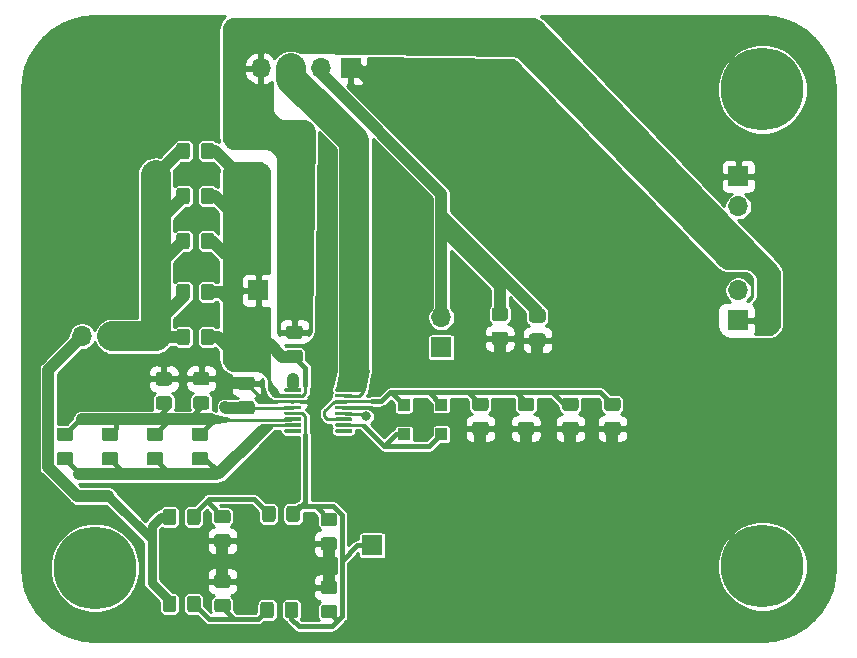
<source format=gbr>
%TF.GenerationSoftware,KiCad,Pcbnew,(5.1.9)-1*%
%TF.CreationDate,2021-07-15T19:41:30-04:00*%
%TF.ProjectId,detector_circuit_LTC6254,64657465-6374-46f7-925f-636972637569,rev?*%
%TF.SameCoordinates,Original*%
%TF.FileFunction,Copper,L1,Top*%
%TF.FilePolarity,Positive*%
%FSLAX46Y46*%
G04 Gerber Fmt 4.6, Leading zero omitted, Abs format (unit mm)*
G04 Created by KiCad (PCBNEW (5.1.9)-1) date 2021-07-15 19:41:30*
%MOMM*%
%LPD*%
G01*
G04 APERTURE LIST*
%TA.AperFunction,ComponentPad*%
%ADD10C,7.000000*%
%TD*%
%TA.AperFunction,ComponentPad*%
%ADD11R,1.700000X1.700000*%
%TD*%
%TA.AperFunction,ComponentPad*%
%ADD12O,1.700000X1.700000*%
%TD*%
%TA.AperFunction,SMDPad,CuDef*%
%ADD13R,1.000000X1.000000*%
%TD*%
%TA.AperFunction,ViaPad*%
%ADD14C,0.800000*%
%TD*%
%TA.AperFunction,Conductor*%
%ADD15C,0.420000*%
%TD*%
%TA.AperFunction,Conductor*%
%ADD16C,0.800000*%
%TD*%
%TA.AperFunction,Conductor*%
%ADD17C,1.000000*%
%TD*%
%TA.AperFunction,Conductor*%
%ADD18C,0.250000*%
%TD*%
%TA.AperFunction,Conductor*%
%ADD19C,2.500000*%
%TD*%
%TA.AperFunction,Conductor*%
%ADD20C,0.254000*%
%TD*%
%TA.AperFunction,Conductor*%
%ADD21C,0.100000*%
%TD*%
G04 APERTURE END LIST*
D10*
%TO.P,REF\u002A\u002A,1*%
%TO.N,N/C*%
X146685000Y-100457000D03*
%TD*%
%TO.P,REF\u002A\u002A,1*%
%TO.N,N/C*%
X146685000Y-140843000D03*
%TD*%
D11*
%TO.P,TP2,1*%
%TO.N,Net-(C31-Pad2)*%
X104013000Y-117475000D03*
%TD*%
%TO.P,U1,16*%
%TO.N,/DET_ADC*%
%TA.AperFunction,SMDPad,CuDef*%
G36*
G01*
X110518000Y-125960000D02*
X110518000Y-125810000D01*
G75*
G02*
X110593000Y-125735000I75000J0D01*
G01*
X111893000Y-125735000D01*
G75*
G02*
X111968000Y-125810000I0J-75000D01*
G01*
X111968000Y-125960000D01*
G75*
G02*
X111893000Y-126035000I-75000J0D01*
G01*
X110593000Y-126035000D01*
G75*
G02*
X110518000Y-125960000I0J75000D01*
G01*
G37*
%TD.AperFunction*%
%TO.P,U1,15*%
%TA.AperFunction,SMDPad,CuDef*%
G36*
G01*
X110518000Y-126460000D02*
X110518000Y-126310000D01*
G75*
G02*
X110593000Y-126235000I75000J0D01*
G01*
X111893000Y-126235000D01*
G75*
G02*
X111968000Y-126310000I0J-75000D01*
G01*
X111968000Y-126460000D01*
G75*
G02*
X111893000Y-126535000I-75000J0D01*
G01*
X110593000Y-126535000D01*
G75*
G02*
X110518000Y-126460000I0J75000D01*
G01*
G37*
%TD.AperFunction*%
%TO.P,U1,14*%
%TO.N,Net-(C19-Pad1)*%
%TA.AperFunction,SMDPad,CuDef*%
G36*
G01*
X110518000Y-126960000D02*
X110518000Y-126810000D01*
G75*
G02*
X110593000Y-126735000I75000J0D01*
G01*
X111893000Y-126735000D01*
G75*
G02*
X111968000Y-126810000I0J-75000D01*
G01*
X111968000Y-126960000D01*
G75*
G02*
X111893000Y-127035000I-75000J0D01*
G01*
X110593000Y-127035000D01*
G75*
G02*
X110518000Y-126960000I0J75000D01*
G01*
G37*
%TD.AperFunction*%
%TO.P,U1,13*%
%TO.N,GND*%
%TA.AperFunction,SMDPad,CuDef*%
G36*
G01*
X110518000Y-127460000D02*
X110518000Y-127310000D01*
G75*
G02*
X110593000Y-127235000I75000J0D01*
G01*
X111893000Y-127235000D01*
G75*
G02*
X111968000Y-127310000I0J-75000D01*
G01*
X111968000Y-127460000D01*
G75*
G02*
X111893000Y-127535000I-75000J0D01*
G01*
X110593000Y-127535000D01*
G75*
G02*
X110518000Y-127460000I0J75000D01*
G01*
G37*
%TD.AperFunction*%
%TO.P,U1,12*%
%TO.N,Net-(C36-Pad1)*%
%TA.AperFunction,SMDPad,CuDef*%
G36*
G01*
X110518000Y-127960000D02*
X110518000Y-127810000D01*
G75*
G02*
X110593000Y-127735000I75000J0D01*
G01*
X111893000Y-127735000D01*
G75*
G02*
X111968000Y-127810000I0J-75000D01*
G01*
X111968000Y-127960000D01*
G75*
G02*
X111893000Y-128035000I-75000J0D01*
G01*
X110593000Y-128035000D01*
G75*
G02*
X110518000Y-127960000I0J75000D01*
G01*
G37*
%TD.AperFunction*%
%TO.P,U1,11*%
%TO.N,Net-(C19-Pad1)*%
%TA.AperFunction,SMDPad,CuDef*%
G36*
G01*
X110518000Y-128460000D02*
X110518000Y-128310000D01*
G75*
G02*
X110593000Y-128235000I75000J0D01*
G01*
X111893000Y-128235000D01*
G75*
G02*
X111968000Y-128310000I0J-75000D01*
G01*
X111968000Y-128460000D01*
G75*
G02*
X111893000Y-128535000I-75000J0D01*
G01*
X110593000Y-128535000D01*
G75*
G02*
X110518000Y-128460000I0J75000D01*
G01*
G37*
%TD.AperFunction*%
%TO.P,U1,10*%
%TO.N,Net-(D2-Pad2)*%
%TA.AperFunction,SMDPad,CuDef*%
G36*
G01*
X110518000Y-128960000D02*
X110518000Y-128810000D01*
G75*
G02*
X110593000Y-128735000I75000J0D01*
G01*
X111893000Y-128735000D01*
G75*
G02*
X111968000Y-128810000I0J-75000D01*
G01*
X111968000Y-128960000D01*
G75*
G02*
X111893000Y-129035000I-75000J0D01*
G01*
X110593000Y-129035000D01*
G75*
G02*
X110518000Y-128960000I0J75000D01*
G01*
G37*
%TD.AperFunction*%
%TO.P,U1,9*%
%TO.N,N/C*%
%TA.AperFunction,SMDPad,CuDef*%
G36*
G01*
X110518000Y-129460000D02*
X110518000Y-129310000D01*
G75*
G02*
X110593000Y-129235000I75000J0D01*
G01*
X111893000Y-129235000D01*
G75*
G02*
X111968000Y-129310000I0J-75000D01*
G01*
X111968000Y-129460000D01*
G75*
G02*
X111893000Y-129535000I-75000J0D01*
G01*
X110593000Y-129535000D01*
G75*
G02*
X110518000Y-129460000I0J75000D01*
G01*
G37*
%TD.AperFunction*%
%TO.P,U1,8*%
%TA.AperFunction,SMDPad,CuDef*%
G36*
G01*
X106218000Y-129460000D02*
X106218000Y-129310000D01*
G75*
G02*
X106293000Y-129235000I75000J0D01*
G01*
X107593000Y-129235000D01*
G75*
G02*
X107668000Y-129310000I0J-75000D01*
G01*
X107668000Y-129460000D01*
G75*
G02*
X107593000Y-129535000I-75000J0D01*
G01*
X106293000Y-129535000D01*
G75*
G02*
X106218000Y-129460000I0J75000D01*
G01*
G37*
%TD.AperFunction*%
%TO.P,U1,7*%
%TO.N,Net-(C36-Pad1)*%
%TA.AperFunction,SMDPad,CuDef*%
G36*
G01*
X106218000Y-128960000D02*
X106218000Y-128810000D01*
G75*
G02*
X106293000Y-128735000I75000J0D01*
G01*
X107593000Y-128735000D01*
G75*
G02*
X107668000Y-128810000I0J-75000D01*
G01*
X107668000Y-128960000D01*
G75*
G02*
X107593000Y-129035000I-75000J0D01*
G01*
X106293000Y-129035000D01*
G75*
G02*
X106218000Y-128960000I0J75000D01*
G01*
G37*
%TD.AperFunction*%
%TO.P,U1,6*%
%TO.N,Net-(C36-Pad2)*%
%TA.AperFunction,SMDPad,CuDef*%
G36*
G01*
X106218000Y-128460000D02*
X106218000Y-128310000D01*
G75*
G02*
X106293000Y-128235000I75000J0D01*
G01*
X107593000Y-128235000D01*
G75*
G02*
X107668000Y-128310000I0J-75000D01*
G01*
X107668000Y-128460000D01*
G75*
G02*
X107593000Y-128535000I-75000J0D01*
G01*
X106293000Y-128535000D01*
G75*
G02*
X106218000Y-128460000I0J75000D01*
G01*
G37*
%TD.AperFunction*%
%TO.P,U1,5*%
%TO.N,Net-(C18-Pad2)*%
%TA.AperFunction,SMDPad,CuDef*%
G36*
G01*
X106218000Y-127960000D02*
X106218000Y-127810000D01*
G75*
G02*
X106293000Y-127735000I75000J0D01*
G01*
X107593000Y-127735000D01*
G75*
G02*
X107668000Y-127810000I0J-75000D01*
G01*
X107668000Y-127960000D01*
G75*
G02*
X107593000Y-128035000I-75000J0D01*
G01*
X106293000Y-128035000D01*
G75*
G02*
X106218000Y-127960000I0J75000D01*
G01*
G37*
%TD.AperFunction*%
%TO.P,U1,4*%
%TO.N,+4.7V*%
%TA.AperFunction,SMDPad,CuDef*%
G36*
G01*
X106218000Y-127460000D02*
X106218000Y-127310000D01*
G75*
G02*
X106293000Y-127235000I75000J0D01*
G01*
X107593000Y-127235000D01*
G75*
G02*
X107668000Y-127310000I0J-75000D01*
G01*
X107668000Y-127460000D01*
G75*
G02*
X107593000Y-127535000I-75000J0D01*
G01*
X106293000Y-127535000D01*
G75*
G02*
X106218000Y-127460000I0J75000D01*
G01*
G37*
%TD.AperFunction*%
%TO.P,U1,3*%
%TO.N,GND*%
%TA.AperFunction,SMDPad,CuDef*%
G36*
G01*
X106218000Y-126960000D02*
X106218000Y-126810000D01*
G75*
G02*
X106293000Y-126735000I75000J0D01*
G01*
X107593000Y-126735000D01*
G75*
G02*
X107668000Y-126810000I0J-75000D01*
G01*
X107668000Y-126960000D01*
G75*
G02*
X107593000Y-127035000I-75000J0D01*
G01*
X106293000Y-127035000D01*
G75*
G02*
X106218000Y-126960000I0J75000D01*
G01*
G37*
%TD.AperFunction*%
%TO.P,U1,2*%
%TO.N,Net-(C31-Pad2)*%
%TA.AperFunction,SMDPad,CuDef*%
G36*
G01*
X106218000Y-126460000D02*
X106218000Y-126310000D01*
G75*
G02*
X106293000Y-126235000I75000J0D01*
G01*
X107593000Y-126235000D01*
G75*
G02*
X107668000Y-126310000I0J-75000D01*
G01*
X107668000Y-126460000D01*
G75*
G02*
X107593000Y-126535000I-75000J0D01*
G01*
X106293000Y-126535000D01*
G75*
G02*
X106218000Y-126460000I0J75000D01*
G01*
G37*
%TD.AperFunction*%
%TO.P,U1,1*%
%TO.N,Net-(C31-Pad1)*%
%TA.AperFunction,SMDPad,CuDef*%
G36*
G01*
X106218000Y-125960000D02*
X106218000Y-125810000D01*
G75*
G02*
X106293000Y-125735000I75000J0D01*
G01*
X107593000Y-125735000D01*
G75*
G02*
X107668000Y-125810000I0J-75000D01*
G01*
X107668000Y-125960000D01*
G75*
G02*
X107593000Y-126035000I-75000J0D01*
G01*
X106293000Y-126035000D01*
G75*
G02*
X106218000Y-125960000I0J75000D01*
G01*
G37*
%TD.AperFunction*%
%TD*%
%TO.P,R1,2*%
%TO.N,/SIPM_OUT*%
%TA.AperFunction,SMDPad,CuDef*%
G36*
G01*
X107511001Y-121597000D02*
X106610999Y-121597000D01*
G75*
G02*
X106361000Y-121347001I0J249999D01*
G01*
X106361000Y-120696999D01*
G75*
G02*
X106610999Y-120447000I249999J0D01*
G01*
X107511001Y-120447000D01*
G75*
G02*
X107761000Y-120696999I0J-249999D01*
G01*
X107761000Y-121347001D01*
G75*
G02*
X107511001Y-121597000I-249999J0D01*
G01*
G37*
%TD.AperFunction*%
%TO.P,R1,1*%
%TO.N,Net-(C31-Pad2)*%
%TA.AperFunction,SMDPad,CuDef*%
G36*
G01*
X107511001Y-123647000D02*
X106610999Y-123647000D01*
G75*
G02*
X106361000Y-123397001I0J249999D01*
G01*
X106361000Y-122746999D01*
G75*
G02*
X106610999Y-122497000I249999J0D01*
G01*
X107511001Y-122497000D01*
G75*
G02*
X107761000Y-122746999I0J-249999D01*
G01*
X107761000Y-123397001D01*
G75*
G02*
X107511001Y-123647000I-249999J0D01*
G01*
G37*
%TD.AperFunction*%
%TD*%
D12*
%TO.P,J3,4*%
%TO.N,/SIPM_OUT*%
X104203500Y-98679000D03*
%TO.P,J3,3*%
%TO.N,/DET_ADC*%
X106743500Y-98679000D03*
%TO.P,J3,2*%
%TO.N,/AMP_OUT*%
X109283500Y-98679000D03*
D11*
%TO.P,J3,1*%
%TO.N,GND*%
X111823500Y-98679000D03*
%TD*%
D12*
%TO.P,J2,2*%
%TO.N,N/C*%
X144653000Y-117475000D03*
D11*
%TO.P,J2,1*%
%TO.N,/SIPM_OUT*%
X144653000Y-120015000D03*
%TD*%
D12*
%TO.P,J1,2*%
%TO.N,+4.7V*%
X144653000Y-110363000D03*
D11*
%TO.P,J1,1*%
%TO.N,GND*%
X144653000Y-107823000D03*
%TD*%
D10*
%TO.P,REF\u002A\u002A,1*%
%TO.N,N/C*%
X90170000Y-140970000D03*
%TD*%
D11*
%TO.P,TP15,1*%
%TO.N,Net-(C18-Pad2)*%
X113665000Y-139065000D03*
%TD*%
%TO.P,R26,2*%
%TO.N,GND*%
%TA.AperFunction,SMDPad,CuDef*%
G36*
G01*
X99628001Y-125525000D02*
X98727999Y-125525000D01*
G75*
G02*
X98478000Y-125275001I0J249999D01*
G01*
X98478000Y-124624999D01*
G75*
G02*
X98727999Y-124375000I249999J0D01*
G01*
X99628001Y-124375000D01*
G75*
G02*
X99878000Y-124624999I0J-249999D01*
G01*
X99878000Y-125275001D01*
G75*
G02*
X99628001Y-125525000I-249999J0D01*
G01*
G37*
%TD.AperFunction*%
%TO.P,R26,1*%
%TO.N,Net-(C36-Pad2)*%
%TA.AperFunction,SMDPad,CuDef*%
G36*
G01*
X99628001Y-127575000D02*
X98727999Y-127575000D01*
G75*
G02*
X98478000Y-127325001I0J249999D01*
G01*
X98478000Y-126674999D01*
G75*
G02*
X98727999Y-126425000I249999J0D01*
G01*
X99628001Y-126425000D01*
G75*
G02*
X99878000Y-126674999I0J-249999D01*
G01*
X99878000Y-127325001D01*
G75*
G02*
X99628001Y-127575000I-249999J0D01*
G01*
G37*
%TD.AperFunction*%
%TD*%
%TO.P,R34,2*%
%TO.N,Net-(C36-Pad2)*%
%TA.AperFunction,SMDPad,CuDef*%
G36*
G01*
X95561999Y-126434000D02*
X96462001Y-126434000D01*
G75*
G02*
X96712000Y-126683999I0J-249999D01*
G01*
X96712000Y-127334001D01*
G75*
G02*
X96462001Y-127584000I-249999J0D01*
G01*
X95561999Y-127584000D01*
G75*
G02*
X95312000Y-127334001I0J249999D01*
G01*
X95312000Y-126683999D01*
G75*
G02*
X95561999Y-126434000I249999J0D01*
G01*
G37*
%TD.AperFunction*%
%TO.P,R34,1*%
%TO.N,GND*%
%TA.AperFunction,SMDPad,CuDef*%
G36*
G01*
X95561999Y-124384000D02*
X96462001Y-124384000D01*
G75*
G02*
X96712000Y-124633999I0J-249999D01*
G01*
X96712000Y-125284001D01*
G75*
G02*
X96462001Y-125534000I-249999J0D01*
G01*
X95561999Y-125534000D01*
G75*
G02*
X95312000Y-125284001I0J249999D01*
G01*
X95312000Y-124633999D01*
G75*
G02*
X95561999Y-124384000I249999J0D01*
G01*
G37*
%TD.AperFunction*%
%TD*%
D12*
%TO.P,JP1,2*%
%TO.N,/AMP_OUT*%
X119507000Y-119761000D03*
D11*
%TO.P,JP1,1*%
%TO.N,Net-(C36-Pad1)*%
X119507000Y-122301000D03*
%TD*%
%TO.P,R39,2*%
%TO.N,GND*%
%TA.AperFunction,SMDPad,CuDef*%
G36*
G01*
X133534999Y-128593000D02*
X134435001Y-128593000D01*
G75*
G02*
X134685000Y-128842999I0J-249999D01*
G01*
X134685000Y-129493001D01*
G75*
G02*
X134435001Y-129743000I-249999J0D01*
G01*
X133534999Y-129743000D01*
G75*
G02*
X133285000Y-129493001I0J249999D01*
G01*
X133285000Y-128842999D01*
G75*
G02*
X133534999Y-128593000I249999J0D01*
G01*
G37*
%TD.AperFunction*%
%TO.P,R39,1*%
%TO.N,Net-(C19-Pad1)*%
%TA.AperFunction,SMDPad,CuDef*%
G36*
G01*
X133534999Y-126543000D02*
X134435001Y-126543000D01*
G75*
G02*
X134685000Y-126792999I0J-249999D01*
G01*
X134685000Y-127443001D01*
G75*
G02*
X134435001Y-127693000I-249999J0D01*
G01*
X133534999Y-127693000D01*
G75*
G02*
X133285000Y-127443001I0J249999D01*
G01*
X133285000Y-126792999D01*
G75*
G02*
X133534999Y-126543000I249999J0D01*
G01*
G37*
%TD.AperFunction*%
%TD*%
%TO.P,C32,2*%
%TO.N,/Filter_IN*%
%TA.AperFunction,SMDPad,CuDef*%
G36*
G01*
X97077000Y-136201999D02*
X97077000Y-137102001D01*
G75*
G02*
X96827001Y-137352000I-249999J0D01*
G01*
X96176999Y-137352000D01*
G75*
G02*
X95927000Y-137102001I0J249999D01*
G01*
X95927000Y-136201999D01*
G75*
G02*
X96176999Y-135952000I249999J0D01*
G01*
X96827001Y-135952000D01*
G75*
G02*
X97077000Y-136201999I0J-249999D01*
G01*
G37*
%TD.AperFunction*%
%TO.P,C32,1*%
%TO.N,Net-(C32-Pad1)*%
%TA.AperFunction,SMDPad,CuDef*%
G36*
G01*
X99127000Y-136201999D02*
X99127000Y-137102001D01*
G75*
G02*
X98877001Y-137352000I-249999J0D01*
G01*
X98226999Y-137352000D01*
G75*
G02*
X97977000Y-137102001I0J249999D01*
G01*
X97977000Y-136201999D01*
G75*
G02*
X98226999Y-135952000I249999J0D01*
G01*
X98877001Y-135952000D01*
G75*
G02*
X99127000Y-136201999I0J-249999D01*
G01*
G37*
%TD.AperFunction*%
%TD*%
%TO.P,C27,2*%
%TO.N,GND*%
%TA.AperFunction,SMDPad,CuDef*%
G36*
G01*
X127184999Y-121109000D02*
X128085001Y-121109000D01*
G75*
G02*
X128335000Y-121358999I0J-249999D01*
G01*
X128335000Y-122009001D01*
G75*
G02*
X128085001Y-122259000I-249999J0D01*
G01*
X127184999Y-122259000D01*
G75*
G02*
X126935000Y-122009001I0J249999D01*
G01*
X126935000Y-121358999D01*
G75*
G02*
X127184999Y-121109000I249999J0D01*
G01*
G37*
%TD.AperFunction*%
%TO.P,C27,1*%
%TO.N,/AMP_OUT*%
%TA.AperFunction,SMDPad,CuDef*%
G36*
G01*
X127184999Y-119059000D02*
X128085001Y-119059000D01*
G75*
G02*
X128335000Y-119308999I0J-249999D01*
G01*
X128335000Y-119959001D01*
G75*
G02*
X128085001Y-120209000I-249999J0D01*
G01*
X127184999Y-120209000D01*
G75*
G02*
X126935000Y-119959001I0J249999D01*
G01*
X126935000Y-119308999D01*
G75*
G02*
X127184999Y-119059000I249999J0D01*
G01*
G37*
%TD.AperFunction*%
%TD*%
%TO.P,C37,2*%
%TO.N,GND*%
%TA.AperFunction,SMDPad,CuDef*%
G36*
G01*
X122358999Y-128593000D02*
X123259001Y-128593000D01*
G75*
G02*
X123509000Y-128842999I0J-249999D01*
G01*
X123509000Y-129493001D01*
G75*
G02*
X123259001Y-129743000I-249999J0D01*
G01*
X122358999Y-129743000D01*
G75*
G02*
X122109000Y-129493001I0J249999D01*
G01*
X122109000Y-128842999D01*
G75*
G02*
X122358999Y-128593000I249999J0D01*
G01*
G37*
%TD.AperFunction*%
%TO.P,C37,1*%
%TO.N,Net-(C19-Pad1)*%
%TA.AperFunction,SMDPad,CuDef*%
G36*
G01*
X122358999Y-126543000D02*
X123259001Y-126543000D01*
G75*
G02*
X123509000Y-126792999I0J-249999D01*
G01*
X123509000Y-127443001D01*
G75*
G02*
X123259001Y-127693000I-249999J0D01*
G01*
X122358999Y-127693000D01*
G75*
G02*
X122109000Y-127443001I0J249999D01*
G01*
X122109000Y-126792999D01*
G75*
G02*
X122358999Y-126543000I249999J0D01*
G01*
G37*
%TD.AperFunction*%
%TD*%
%TO.P,R42,2*%
%TO.N,GND*%
%TA.AperFunction,SMDPad,CuDef*%
G36*
G01*
X124009999Y-120964000D02*
X124910001Y-120964000D01*
G75*
G02*
X125160000Y-121213999I0J-249999D01*
G01*
X125160000Y-121864001D01*
G75*
G02*
X124910001Y-122114000I-249999J0D01*
G01*
X124009999Y-122114000D01*
G75*
G02*
X123760000Y-121864001I0J249999D01*
G01*
X123760000Y-121213999D01*
G75*
G02*
X124009999Y-120964000I249999J0D01*
G01*
G37*
%TD.AperFunction*%
%TO.P,R42,1*%
%TO.N,/AMP_OUT*%
%TA.AperFunction,SMDPad,CuDef*%
G36*
G01*
X124009999Y-118914000D02*
X124910001Y-118914000D01*
G75*
G02*
X125160000Y-119163999I0J-249999D01*
G01*
X125160000Y-119814001D01*
G75*
G02*
X124910001Y-120064000I-249999J0D01*
G01*
X124009999Y-120064000D01*
G75*
G02*
X123760000Y-119814001I0J249999D01*
G01*
X123760000Y-119163999D01*
G75*
G02*
X124009999Y-118914000I249999J0D01*
G01*
G37*
%TD.AperFunction*%
%TD*%
D13*
%TO.P,D2,2*%
%TO.N,Net-(D2-Pad2)*%
X119507000Y-129647000D03*
%TO.P,D2,1*%
%TO.N,Net-(C19-Pad1)*%
X119507000Y-127147000D03*
%TD*%
D11*
%TO.P,TP1,1*%
%TO.N,/DET_ADC*%
X112141000Y-117475000D03*
%TD*%
D12*
%TO.P,JP5,2*%
%TO.N,/Filter_IN*%
X89090500Y-121348500D03*
D11*
%TO.P,JP5,1*%
%TO.N,Net-(C31-Pad1)*%
X91630500Y-121348500D03*
%TD*%
%TO.P,R40,2*%
%TO.N,Net-(C31-Pad2)*%
%TA.AperFunction,SMDPad,CuDef*%
G36*
G01*
X99129000Y-121862001D02*
X99129000Y-120961999D01*
G75*
G02*
X99378999Y-120712000I249999J0D01*
G01*
X100029001Y-120712000D01*
G75*
G02*
X100279000Y-120961999I0J-249999D01*
G01*
X100279000Y-121862001D01*
G75*
G02*
X100029001Y-122112000I-249999J0D01*
G01*
X99378999Y-122112000D01*
G75*
G02*
X99129000Y-121862001I0J249999D01*
G01*
G37*
%TD.AperFunction*%
%TO.P,R40,1*%
%TO.N,Net-(C31-Pad1)*%
%TA.AperFunction,SMDPad,CuDef*%
G36*
G01*
X97079000Y-121862001D02*
X97079000Y-120961999D01*
G75*
G02*
X97328999Y-120712000I249999J0D01*
G01*
X97979001Y-120712000D01*
G75*
G02*
X98229000Y-120961999I0J-249999D01*
G01*
X98229000Y-121862001D01*
G75*
G02*
X97979001Y-122112000I-249999J0D01*
G01*
X97328999Y-122112000D01*
G75*
G02*
X97079000Y-121862001I0J249999D01*
G01*
G37*
%TD.AperFunction*%
%TD*%
%TO.P,R36,2*%
%TO.N,Net-(C36-Pad2)*%
%TA.AperFunction,SMDPad,CuDef*%
G36*
G01*
X91890001Y-130242000D02*
X90989999Y-130242000D01*
G75*
G02*
X90740000Y-129992001I0J249999D01*
G01*
X90740000Y-129341999D01*
G75*
G02*
X90989999Y-129092000I249999J0D01*
G01*
X91890001Y-129092000D01*
G75*
G02*
X92140000Y-129341999I0J-249999D01*
G01*
X92140000Y-129992001D01*
G75*
G02*
X91890001Y-130242000I-249999J0D01*
G01*
G37*
%TD.AperFunction*%
%TO.P,R36,1*%
%TO.N,Net-(C36-Pad1)*%
%TA.AperFunction,SMDPad,CuDef*%
G36*
G01*
X91890001Y-132292000D02*
X90989999Y-132292000D01*
G75*
G02*
X90740000Y-132042001I0J249999D01*
G01*
X90740000Y-131391999D01*
G75*
G02*
X90989999Y-131142000I249999J0D01*
G01*
X91890001Y-131142000D01*
G75*
G02*
X92140000Y-131391999I0J-249999D01*
G01*
X92140000Y-132042001D01*
G75*
G02*
X91890001Y-132292000I-249999J0D01*
G01*
G37*
%TD.AperFunction*%
%TD*%
%TO.P,R35,2*%
%TO.N,Net-(C36-Pad2)*%
%TA.AperFunction,SMDPad,CuDef*%
G36*
G01*
X88080001Y-130242000D02*
X87179999Y-130242000D01*
G75*
G02*
X86930000Y-129992001I0J249999D01*
G01*
X86930000Y-129341999D01*
G75*
G02*
X87179999Y-129092000I249999J0D01*
G01*
X88080001Y-129092000D01*
G75*
G02*
X88330000Y-129341999I0J-249999D01*
G01*
X88330000Y-129992001D01*
G75*
G02*
X88080001Y-130242000I-249999J0D01*
G01*
G37*
%TD.AperFunction*%
%TO.P,R35,1*%
%TO.N,Net-(C36-Pad1)*%
%TA.AperFunction,SMDPad,CuDef*%
G36*
G01*
X88080001Y-132292000D02*
X87179999Y-132292000D01*
G75*
G02*
X86930000Y-132042001I0J249999D01*
G01*
X86930000Y-131391999D01*
G75*
G02*
X87179999Y-131142000I249999J0D01*
G01*
X88080001Y-131142000D01*
G75*
G02*
X88330000Y-131391999I0J-249999D01*
G01*
X88330000Y-132042001D01*
G75*
G02*
X88080001Y-132292000I-249999J0D01*
G01*
G37*
%TD.AperFunction*%
%TD*%
%TO.P,R33,1*%
%TO.N,Net-(C18-Pad2)*%
%TA.AperFunction,SMDPad,CuDef*%
G36*
G01*
X107382000Y-144075999D02*
X107382000Y-144976001D01*
G75*
G02*
X107132001Y-145226000I-249999J0D01*
G01*
X106481999Y-145226000D01*
G75*
G02*
X106232000Y-144976001I0J249999D01*
G01*
X106232000Y-144075999D01*
G75*
G02*
X106481999Y-143826000I249999J0D01*
G01*
X107132001Y-143826000D01*
G75*
G02*
X107382000Y-144075999I0J-249999D01*
G01*
G37*
%TD.AperFunction*%
%TO.P,R33,2*%
%TO.N,Net-(C17-Pad1)*%
%TA.AperFunction,SMDPad,CuDef*%
G36*
G01*
X105332000Y-144075999D02*
X105332000Y-144976001D01*
G75*
G02*
X105082001Y-145226000I-249999J0D01*
G01*
X104431999Y-145226000D01*
G75*
G02*
X104182000Y-144976001I0J249999D01*
G01*
X104182000Y-144075999D01*
G75*
G02*
X104431999Y-143826000I249999J0D01*
G01*
X105082001Y-143826000D01*
G75*
G02*
X105332000Y-144075999I0J-249999D01*
G01*
G37*
%TD.AperFunction*%
%TD*%
%TO.P,R32,2*%
%TO.N,GND*%
%TA.AperFunction,SMDPad,CuDef*%
G36*
G01*
X101415001Y-142679000D02*
X100514999Y-142679000D01*
G75*
G02*
X100265000Y-142429001I0J249999D01*
G01*
X100265000Y-141778999D01*
G75*
G02*
X100514999Y-141529000I249999J0D01*
G01*
X101415001Y-141529000D01*
G75*
G02*
X101665000Y-141778999I0J-249999D01*
G01*
X101665000Y-142429001D01*
G75*
G02*
X101415001Y-142679000I-249999J0D01*
G01*
G37*
%TD.AperFunction*%
%TO.P,R32,1*%
%TO.N,Net-(C17-Pad1)*%
%TA.AperFunction,SMDPad,CuDef*%
G36*
G01*
X101415001Y-144729000D02*
X100514999Y-144729000D01*
G75*
G02*
X100265000Y-144479001I0J249999D01*
G01*
X100265000Y-143828999D01*
G75*
G02*
X100514999Y-143579000I249999J0D01*
G01*
X101415001Y-143579000D01*
G75*
G02*
X101665000Y-143828999I0J-249999D01*
G01*
X101665000Y-144479001D01*
G75*
G02*
X101415001Y-144729000I-249999J0D01*
G01*
G37*
%TD.AperFunction*%
%TD*%
%TO.P,R31,2*%
%TO.N,Net-(C31-Pad2)*%
%TA.AperFunction,SMDPad,CuDef*%
G36*
G01*
X99129000Y-113734001D02*
X99129000Y-112833999D01*
G75*
G02*
X99378999Y-112584000I249999J0D01*
G01*
X100029001Y-112584000D01*
G75*
G02*
X100279000Y-112833999I0J-249999D01*
G01*
X100279000Y-113734001D01*
G75*
G02*
X100029001Y-113984000I-249999J0D01*
G01*
X99378999Y-113984000D01*
G75*
G02*
X99129000Y-113734001I0J249999D01*
G01*
G37*
%TD.AperFunction*%
%TO.P,R31,1*%
%TO.N,Net-(C31-Pad1)*%
%TA.AperFunction,SMDPad,CuDef*%
G36*
G01*
X97079000Y-113734001D02*
X97079000Y-112833999D01*
G75*
G02*
X97328999Y-112584000I249999J0D01*
G01*
X97979001Y-112584000D01*
G75*
G02*
X98229000Y-112833999I0J-249999D01*
G01*
X98229000Y-113734001D01*
G75*
G02*
X97979001Y-113984000I-249999J0D01*
G01*
X97328999Y-113984000D01*
G75*
G02*
X97079000Y-113734001I0J249999D01*
G01*
G37*
%TD.AperFunction*%
%TD*%
%TO.P,R30,2*%
%TO.N,GND*%
%TA.AperFunction,SMDPad,CuDef*%
G36*
G01*
X126219799Y-128593000D02*
X127119801Y-128593000D01*
G75*
G02*
X127369800Y-128842999I0J-249999D01*
G01*
X127369800Y-129493001D01*
G75*
G02*
X127119801Y-129743000I-249999J0D01*
G01*
X126219799Y-129743000D01*
G75*
G02*
X125969800Y-129493001I0J249999D01*
G01*
X125969800Y-128842999D01*
G75*
G02*
X126219799Y-128593000I249999J0D01*
G01*
G37*
%TD.AperFunction*%
%TO.P,R30,1*%
%TO.N,Net-(C19-Pad1)*%
%TA.AperFunction,SMDPad,CuDef*%
G36*
G01*
X126219799Y-126543000D02*
X127119801Y-126543000D01*
G75*
G02*
X127369800Y-126792999I0J-249999D01*
G01*
X127369800Y-127443001D01*
G75*
G02*
X127119801Y-127693000I-249999J0D01*
G01*
X126219799Y-127693000D01*
G75*
G02*
X125969800Y-127443001I0J249999D01*
G01*
X125969800Y-126792999D01*
G75*
G02*
X126219799Y-126543000I249999J0D01*
G01*
G37*
%TD.AperFunction*%
%TD*%
%TO.P,R27,2*%
%TO.N,Net-(C36-Pad2)*%
%TA.AperFunction,SMDPad,CuDef*%
G36*
G01*
X99510001Y-130242000D02*
X98609999Y-130242000D01*
G75*
G02*
X98360000Y-129992001I0J249999D01*
G01*
X98360000Y-129341999D01*
G75*
G02*
X98609999Y-129092000I249999J0D01*
G01*
X99510001Y-129092000D01*
G75*
G02*
X99760000Y-129341999I0J-249999D01*
G01*
X99760000Y-129992001D01*
G75*
G02*
X99510001Y-130242000I-249999J0D01*
G01*
G37*
%TD.AperFunction*%
%TO.P,R27,1*%
%TO.N,Net-(C36-Pad1)*%
%TA.AperFunction,SMDPad,CuDef*%
G36*
G01*
X99510001Y-132292000D02*
X98609999Y-132292000D01*
G75*
G02*
X98360000Y-132042001I0J249999D01*
G01*
X98360000Y-131391999D01*
G75*
G02*
X98609999Y-131142000I249999J0D01*
G01*
X99510001Y-131142000D01*
G75*
G02*
X99760000Y-131391999I0J-249999D01*
G01*
X99760000Y-132042001D01*
G75*
G02*
X99510001Y-132292000I-249999J0D01*
G01*
G37*
%TD.AperFunction*%
%TD*%
%TO.P,R25,2*%
%TO.N,Net-(C32-Pad1)*%
%TA.AperFunction,SMDPad,CuDef*%
G36*
G01*
X105477000Y-135947999D02*
X105477000Y-136848001D01*
G75*
G02*
X105227001Y-137098000I-249999J0D01*
G01*
X104576999Y-137098000D01*
G75*
G02*
X104327000Y-136848001I0J249999D01*
G01*
X104327000Y-135947999D01*
G75*
G02*
X104576999Y-135698000I249999J0D01*
G01*
X105227001Y-135698000D01*
G75*
G02*
X105477000Y-135947999I0J-249999D01*
G01*
G37*
%TD.AperFunction*%
%TO.P,R25,1*%
%TO.N,Net-(C18-Pad2)*%
%TA.AperFunction,SMDPad,CuDef*%
G36*
G01*
X107527000Y-135947999D02*
X107527000Y-136848001D01*
G75*
G02*
X107277001Y-137098000I-249999J0D01*
G01*
X106626999Y-137098000D01*
G75*
G02*
X106377000Y-136848001I0J249999D01*
G01*
X106377000Y-135947999D01*
G75*
G02*
X106626999Y-135698000I249999J0D01*
G01*
X107277001Y-135698000D01*
G75*
G02*
X107527000Y-135947999I0J-249999D01*
G01*
G37*
%TD.AperFunction*%
%TD*%
%TO.P,R24,2*%
%TO.N,GND*%
%TA.AperFunction,SMDPad,CuDef*%
G36*
G01*
X100514999Y-138109000D02*
X101415001Y-138109000D01*
G75*
G02*
X101665000Y-138358999I0J-249999D01*
G01*
X101665000Y-139009001D01*
G75*
G02*
X101415001Y-139259000I-249999J0D01*
G01*
X100514999Y-139259000D01*
G75*
G02*
X100265000Y-139009001I0J249999D01*
G01*
X100265000Y-138358999D01*
G75*
G02*
X100514999Y-138109000I249999J0D01*
G01*
G37*
%TD.AperFunction*%
%TO.P,R24,1*%
%TO.N,Net-(C32-Pad1)*%
%TA.AperFunction,SMDPad,CuDef*%
G36*
G01*
X100514999Y-136059000D02*
X101415001Y-136059000D01*
G75*
G02*
X101665000Y-136308999I0J-249999D01*
G01*
X101665000Y-136959001D01*
G75*
G02*
X101415001Y-137209000I-249999J0D01*
G01*
X100514999Y-137209000D01*
G75*
G02*
X100265000Y-136959001I0J249999D01*
G01*
X100265000Y-136308999D01*
G75*
G02*
X100514999Y-136059000I249999J0D01*
G01*
G37*
%TD.AperFunction*%
%TD*%
%TO.P,R17,2*%
%TO.N,Net-(C31-Pad2)*%
%TA.AperFunction,SMDPad,CuDef*%
G36*
G01*
X99129000Y-109924001D02*
X99129000Y-109023999D01*
G75*
G02*
X99378999Y-108774000I249999J0D01*
G01*
X100029001Y-108774000D01*
G75*
G02*
X100279000Y-109023999I0J-249999D01*
G01*
X100279000Y-109924001D01*
G75*
G02*
X100029001Y-110174000I-249999J0D01*
G01*
X99378999Y-110174000D01*
G75*
G02*
X99129000Y-109924001I0J249999D01*
G01*
G37*
%TD.AperFunction*%
%TO.P,R17,1*%
%TO.N,Net-(C31-Pad1)*%
%TA.AperFunction,SMDPad,CuDef*%
G36*
G01*
X97079000Y-109924001D02*
X97079000Y-109023999D01*
G75*
G02*
X97328999Y-108774000I249999J0D01*
G01*
X97979001Y-108774000D01*
G75*
G02*
X98229000Y-109023999I0J-249999D01*
G01*
X98229000Y-109924001D01*
G75*
G02*
X97979001Y-110174000I-249999J0D01*
G01*
X97328999Y-110174000D01*
G75*
G02*
X97079000Y-109924001I0J249999D01*
G01*
G37*
%TD.AperFunction*%
%TD*%
%TO.P,R16,2*%
%TO.N,Net-(C31-Pad2)*%
%TA.AperFunction,SMDPad,CuDef*%
G36*
G01*
X99129000Y-106114001D02*
X99129000Y-105213999D01*
G75*
G02*
X99378999Y-104964000I249999J0D01*
G01*
X100029001Y-104964000D01*
G75*
G02*
X100279000Y-105213999I0J-249999D01*
G01*
X100279000Y-106114001D01*
G75*
G02*
X100029001Y-106364000I-249999J0D01*
G01*
X99378999Y-106364000D01*
G75*
G02*
X99129000Y-106114001I0J249999D01*
G01*
G37*
%TD.AperFunction*%
%TO.P,R16,1*%
%TO.N,Net-(C31-Pad1)*%
%TA.AperFunction,SMDPad,CuDef*%
G36*
G01*
X97079000Y-106114001D02*
X97079000Y-105213999D01*
G75*
G02*
X97328999Y-104964000I249999J0D01*
G01*
X97979001Y-104964000D01*
G75*
G02*
X98229000Y-105213999I0J-249999D01*
G01*
X98229000Y-106114001D01*
G75*
G02*
X97979001Y-106364000I-249999J0D01*
G01*
X97328999Y-106364000D01*
G75*
G02*
X97079000Y-106114001I0J249999D01*
G01*
G37*
%TD.AperFunction*%
%TD*%
D13*
%TO.P,D6,2*%
%TO.N,Net-(D2-Pad2)*%
X116332000Y-129667000D03*
%TO.P,D6,1*%
%TO.N,Net-(C19-Pad1)*%
X116332000Y-127167000D03*
%TD*%
%TO.P,C39,2*%
%TO.N,GND*%
%TA.AperFunction,SMDPad,CuDef*%
G36*
G01*
X103447001Y-125924000D02*
X102546999Y-125924000D01*
G75*
G02*
X102297000Y-125674001I0J249999D01*
G01*
X102297000Y-125023999D01*
G75*
G02*
X102546999Y-124774000I249999J0D01*
G01*
X103447001Y-124774000D01*
G75*
G02*
X103697000Y-125023999I0J-249999D01*
G01*
X103697000Y-125674001D01*
G75*
G02*
X103447001Y-125924000I-249999J0D01*
G01*
G37*
%TD.AperFunction*%
%TO.P,C39,1*%
%TO.N,+4.7V*%
%TA.AperFunction,SMDPad,CuDef*%
G36*
G01*
X103447001Y-127974000D02*
X102546999Y-127974000D01*
G75*
G02*
X102297000Y-127724001I0J249999D01*
G01*
X102297000Y-127073999D01*
G75*
G02*
X102546999Y-126824000I249999J0D01*
G01*
X103447001Y-126824000D01*
G75*
G02*
X103697000Y-127073999I0J-249999D01*
G01*
X103697000Y-127724001D01*
G75*
G02*
X103447001Y-127974000I-249999J0D01*
G01*
G37*
%TD.AperFunction*%
%TD*%
%TO.P,C36,2*%
%TO.N,Net-(C36-Pad2)*%
%TA.AperFunction,SMDPad,CuDef*%
G36*
G01*
X95700001Y-130242000D02*
X94799999Y-130242000D01*
G75*
G02*
X94550000Y-129992001I0J249999D01*
G01*
X94550000Y-129341999D01*
G75*
G02*
X94799999Y-129092000I249999J0D01*
G01*
X95700001Y-129092000D01*
G75*
G02*
X95950000Y-129341999I0J-249999D01*
G01*
X95950000Y-129992001D01*
G75*
G02*
X95700001Y-130242000I-249999J0D01*
G01*
G37*
%TD.AperFunction*%
%TO.P,C36,1*%
%TO.N,Net-(C36-Pad1)*%
%TA.AperFunction,SMDPad,CuDef*%
G36*
G01*
X95700001Y-132292000D02*
X94799999Y-132292000D01*
G75*
G02*
X94550000Y-132042001I0J249999D01*
G01*
X94550000Y-131391999D01*
G75*
G02*
X94799999Y-131142000I249999J0D01*
G01*
X95700001Y-131142000D01*
G75*
G02*
X95950000Y-131391999I0J-249999D01*
G01*
X95950000Y-132042001D01*
G75*
G02*
X95700001Y-132292000I-249999J0D01*
G01*
G37*
%TD.AperFunction*%
%TD*%
%TO.P,C33,2*%
%TO.N,Net-(C18-Pad2)*%
%TA.AperFunction,SMDPad,CuDef*%
G36*
G01*
X110432001Y-137463000D02*
X109531999Y-137463000D01*
G75*
G02*
X109282000Y-137213001I0J249999D01*
G01*
X109282000Y-136562999D01*
G75*
G02*
X109531999Y-136313000I249999J0D01*
G01*
X110432001Y-136313000D01*
G75*
G02*
X110682000Y-136562999I0J-249999D01*
G01*
X110682000Y-137213001D01*
G75*
G02*
X110432001Y-137463000I-249999J0D01*
G01*
G37*
%TD.AperFunction*%
%TO.P,C33,1*%
%TO.N,GND*%
%TA.AperFunction,SMDPad,CuDef*%
G36*
G01*
X110432001Y-139513000D02*
X109531999Y-139513000D01*
G75*
G02*
X109282000Y-139263001I0J249999D01*
G01*
X109282000Y-138612999D01*
G75*
G02*
X109531999Y-138363000I249999J0D01*
G01*
X110432001Y-138363000D01*
G75*
G02*
X110682000Y-138612999I0J-249999D01*
G01*
X110682000Y-139263001D01*
G75*
G02*
X110432001Y-139513000I-249999J0D01*
G01*
G37*
%TD.AperFunction*%
%TD*%
%TO.P,C31,2*%
%TO.N,Net-(C31-Pad2)*%
%TA.AperFunction,SMDPad,CuDef*%
G36*
G01*
X99129000Y-118052001D02*
X99129000Y-117151999D01*
G75*
G02*
X99378999Y-116902000I249999J0D01*
G01*
X100029001Y-116902000D01*
G75*
G02*
X100279000Y-117151999I0J-249999D01*
G01*
X100279000Y-118052001D01*
G75*
G02*
X100029001Y-118302000I-249999J0D01*
G01*
X99378999Y-118302000D01*
G75*
G02*
X99129000Y-118052001I0J249999D01*
G01*
G37*
%TD.AperFunction*%
%TO.P,C31,1*%
%TO.N,Net-(C31-Pad1)*%
%TA.AperFunction,SMDPad,CuDef*%
G36*
G01*
X97079000Y-118052001D02*
X97079000Y-117151999D01*
G75*
G02*
X97328999Y-116902000I249999J0D01*
G01*
X97979001Y-116902000D01*
G75*
G02*
X98229000Y-117151999I0J-249999D01*
G01*
X98229000Y-118052001D01*
G75*
G02*
X97979001Y-118302000I-249999J0D01*
G01*
X97328999Y-118302000D01*
G75*
G02*
X97079000Y-118052001I0J249999D01*
G01*
G37*
%TD.AperFunction*%
%TD*%
%TO.P,C19,2*%
%TO.N,GND*%
%TA.AperFunction,SMDPad,CuDef*%
G36*
G01*
X129978999Y-128593000D02*
X130879001Y-128593000D01*
G75*
G02*
X131129000Y-128842999I0J-249999D01*
G01*
X131129000Y-129493001D01*
G75*
G02*
X130879001Y-129743000I-249999J0D01*
G01*
X129978999Y-129743000D01*
G75*
G02*
X129729000Y-129493001I0J249999D01*
G01*
X129729000Y-128842999D01*
G75*
G02*
X129978999Y-128593000I249999J0D01*
G01*
G37*
%TD.AperFunction*%
%TO.P,C19,1*%
%TO.N,Net-(C19-Pad1)*%
%TA.AperFunction,SMDPad,CuDef*%
G36*
G01*
X129978999Y-126543000D02*
X130879001Y-126543000D01*
G75*
G02*
X131129000Y-126792999I0J-249999D01*
G01*
X131129000Y-127443001D01*
G75*
G02*
X130879001Y-127693000I-249999J0D01*
G01*
X129978999Y-127693000D01*
G75*
G02*
X129729000Y-127443001I0J249999D01*
G01*
X129729000Y-126792999D01*
G75*
G02*
X129978999Y-126543000I249999J0D01*
G01*
G37*
%TD.AperFunction*%
%TD*%
%TO.P,C18,1*%
%TO.N,GND*%
%TA.AperFunction,SMDPad,CuDef*%
G36*
G01*
X109531999Y-142037000D02*
X110432001Y-142037000D01*
G75*
G02*
X110682000Y-142286999I0J-249999D01*
G01*
X110682000Y-142937001D01*
G75*
G02*
X110432001Y-143187000I-249999J0D01*
G01*
X109531999Y-143187000D01*
G75*
G02*
X109282000Y-142937001I0J249999D01*
G01*
X109282000Y-142286999D01*
G75*
G02*
X109531999Y-142037000I249999J0D01*
G01*
G37*
%TD.AperFunction*%
%TO.P,C18,2*%
%TO.N,Net-(C18-Pad2)*%
%TA.AperFunction,SMDPad,CuDef*%
G36*
G01*
X109531999Y-144087000D02*
X110432001Y-144087000D01*
G75*
G02*
X110682000Y-144336999I0J-249999D01*
G01*
X110682000Y-144987001D01*
G75*
G02*
X110432001Y-145237000I-249999J0D01*
G01*
X109531999Y-145237000D01*
G75*
G02*
X109282000Y-144987001I0J249999D01*
G01*
X109282000Y-144336999D01*
G75*
G02*
X109531999Y-144087000I249999J0D01*
G01*
G37*
%TD.AperFunction*%
%TD*%
%TO.P,C17,2*%
%TO.N,/Filter_IN*%
%TA.AperFunction,SMDPad,CuDef*%
G36*
G01*
X97077000Y-143567999D02*
X97077000Y-144468001D01*
G75*
G02*
X96827001Y-144718000I-249999J0D01*
G01*
X96176999Y-144718000D01*
G75*
G02*
X95927000Y-144468001I0J249999D01*
G01*
X95927000Y-143567999D01*
G75*
G02*
X96176999Y-143318000I249999J0D01*
G01*
X96827001Y-143318000D01*
G75*
G02*
X97077000Y-143567999I0J-249999D01*
G01*
G37*
%TD.AperFunction*%
%TO.P,C17,1*%
%TO.N,Net-(C17-Pad1)*%
%TA.AperFunction,SMDPad,CuDef*%
G36*
G01*
X99127000Y-143567999D02*
X99127000Y-144468001D01*
G75*
G02*
X98877001Y-144718000I-249999J0D01*
G01*
X98226999Y-144718000D01*
G75*
G02*
X97977000Y-144468001I0J249999D01*
G01*
X97977000Y-143567999D01*
G75*
G02*
X98226999Y-143318000I249999J0D01*
G01*
X98877001Y-143318000D01*
G75*
G02*
X99127000Y-143567999I0J-249999D01*
G01*
G37*
%TD.AperFunction*%
%TD*%
D14*
%TO.N,GND*%
X124460000Y-123190000D03*
X109982000Y-140589000D03*
X100965000Y-140589000D03*
X101219000Y-125349000D03*
X127635000Y-123190000D03*
X114173000Y-100520500D03*
X114681000Y-127635000D03*
X126669800Y-131394200D03*
X122809000Y-131191000D03*
X130429000Y-131191000D03*
X133985000Y-131191000D03*
%TO.N,Net-(C31-Pad1)*%
X106943000Y-124959000D03*
%TO.N,Net-(C36-Pad1)*%
X113157000Y-128143000D03*
X103886000Y-129794000D03*
%TO.N,+4.7V*%
X101219000Y-127381000D03*
%TD*%
D15*
%TO.N,GND*%
X126415800Y-129117200D02*
X126787800Y-129117200D01*
D16*
X102870000Y-125476000D02*
X102997000Y-125349000D01*
D17*
X100965000Y-138684000D02*
X100965000Y-142104000D01*
X109982000Y-138938000D02*
X109982000Y-142612000D01*
X124460000Y-121539000D02*
X124460000Y-123190000D01*
X127635000Y-121684000D02*
X127635000Y-123190000D01*
X111823500Y-98679000D02*
X112331500Y-98679000D01*
X112331500Y-98679000D02*
X114173000Y-100520500D01*
X114173000Y-100520500D02*
X114173000Y-100520500D01*
X102997000Y-125349000D02*
X101219000Y-125349000D01*
D18*
X106943000Y-126885000D02*
X106819000Y-126885000D01*
X104508010Y-126860010D02*
X102997000Y-125349000D01*
X106794010Y-126860010D02*
X104508010Y-126860010D01*
X106819000Y-126885000D02*
X106794010Y-126860010D01*
D17*
X130429000Y-129168000D02*
X130429000Y-131191000D01*
X122809000Y-129168000D02*
X122809000Y-131191000D01*
X126669800Y-129168000D02*
X126669800Y-131394200D01*
X126669800Y-131394200D02*
X126669800Y-131495800D01*
X122809000Y-131191000D02*
X122809000Y-131191000D01*
X130429000Y-131191000D02*
X130429000Y-131191000D01*
X133985000Y-129168000D02*
X133985000Y-131191000D01*
X133985000Y-131191000D02*
X133985000Y-131191000D01*
D18*
X113430402Y-127395020D02*
X114441020Y-127395020D01*
X114441020Y-127395020D02*
X114681000Y-127635000D01*
X113420382Y-127385000D02*
X113430402Y-127395020D01*
X111243000Y-127385000D02*
X113420382Y-127385000D01*
D15*
%TO.N,Net-(C17-Pad1)*%
X98552000Y-144018000D02*
X99822000Y-145288000D01*
X103995000Y-145288000D02*
X104757000Y-144526000D01*
X101972000Y-145288000D02*
X101092000Y-144408000D01*
X102108000Y-145288000D02*
X101972000Y-145288000D01*
X102108000Y-145288000D02*
X103995000Y-145288000D01*
X99822000Y-145288000D02*
X102108000Y-145288000D01*
%TO.N,Net-(C18-Pad2)*%
X106952000Y-136398000D02*
X106952000Y-136253000D01*
X106952000Y-136253000D02*
X107442000Y-135763000D01*
X108857000Y-135763000D02*
X109982000Y-136888000D01*
X107442000Y-135763000D02*
X108857000Y-135763000D01*
X111092010Y-137998010D02*
X111092010Y-137954990D01*
X111092010Y-137998010D02*
X111092010Y-139286010D01*
X111092010Y-145066990D02*
X111092010Y-143551990D01*
X111092010Y-140367990D02*
X111092010Y-140843000D01*
X112395000Y-139065000D02*
X111092010Y-140367990D01*
X113665000Y-139065000D02*
X112395000Y-139065000D01*
X111092010Y-139286010D02*
X111092010Y-140843000D01*
X111092010Y-140843000D02*
X111092010Y-143551990D01*
X110605372Y-145285372D02*
X109982000Y-144662000D01*
X110873628Y-145285372D02*
X110605372Y-145285372D01*
X111092010Y-145066990D02*
X110873628Y-145285372D01*
X106807000Y-145288000D02*
X106807000Y-144526000D01*
X107442000Y-145923000D02*
X106807000Y-145288000D01*
X111092010Y-145066990D02*
X110236000Y-145923000D01*
X110236000Y-145923000D02*
X107442000Y-145923000D01*
X108414980Y-135763000D02*
X110363000Y-135763000D01*
D18*
X107733702Y-127885000D02*
X107993010Y-128144308D01*
X106943000Y-127885000D02*
X107733702Y-127885000D01*
D15*
X106952000Y-136398000D02*
X107993010Y-135356990D01*
X107993010Y-135356990D02*
X107993010Y-129750990D01*
D18*
X107993010Y-128144308D02*
X107993010Y-129750990D01*
D15*
X111092010Y-136492010D02*
X110363000Y-135763000D01*
X111092010Y-137998010D02*
X111092010Y-136492010D01*
D18*
%TO.N,Net-(C19-Pad1)*%
X111243000Y-128385000D02*
X109843000Y-128385000D01*
X109843000Y-128385000D02*
X109601000Y-128143000D01*
X109601000Y-128143000D02*
X109601000Y-127686318D01*
X110402318Y-126885000D02*
X111243000Y-126885000D01*
X109601000Y-127686318D02*
X110402318Y-126885000D01*
X111415990Y-126860010D02*
X114439990Y-126860010D01*
X111391000Y-126885000D02*
X111415990Y-126860010D01*
X111243000Y-126885000D02*
X111391000Y-126885000D01*
D15*
X115276000Y-126111000D02*
X116332000Y-127167000D01*
X115189000Y-126111000D02*
X115276000Y-126111000D01*
X118471000Y-126111000D02*
X119507000Y-127147000D01*
X115189000Y-126111000D02*
X118471000Y-126111000D01*
X115189000Y-126111000D02*
X114439990Y-126860010D01*
X114439990Y-126860010D02*
X113652010Y-126860010D01*
X132978000Y-126111000D02*
X133985000Y-127118000D01*
X129912000Y-127118000D02*
X128905000Y-126111000D01*
X130429000Y-127118000D02*
X129912000Y-127118000D01*
X128905000Y-126111000D02*
X132978000Y-126111000D01*
X126669800Y-126923800D02*
X125857000Y-126111000D01*
X126669800Y-127118000D02*
X126669800Y-126923800D01*
X125857000Y-126111000D02*
X128905000Y-126111000D01*
X122800000Y-127118000D02*
X121793000Y-126111000D01*
X122809000Y-127118000D02*
X122800000Y-127118000D01*
X121793000Y-126111000D02*
X125857000Y-126111000D01*
X118471000Y-126111000D02*
X121793000Y-126111000D01*
D18*
%TO.N,Net-(C31-Pad1)*%
X106943000Y-124959000D02*
X106943000Y-124959000D01*
D17*
X106943000Y-124959000D02*
X106943000Y-125467000D01*
D18*
X106943000Y-125885000D02*
X106943000Y-125467000D01*
D19*
X91630500Y-121348500D02*
X95313500Y-121348500D01*
D17*
X97345500Y-105664000D02*
X95313500Y-107696000D01*
X97654000Y-105664000D02*
X97345500Y-105664000D01*
X97654000Y-109474000D02*
X97654000Y-109546500D01*
D19*
X95313500Y-111887000D02*
X95313500Y-107696000D01*
D17*
X97654000Y-109546500D02*
X95313500Y-111887000D01*
X97599500Y-113284000D02*
X95313500Y-115570000D01*
X97654000Y-113284000D02*
X97599500Y-113284000D01*
D19*
X95313500Y-115570000D02*
X95313500Y-111887000D01*
D17*
X97654000Y-117992000D02*
X95313500Y-120332500D01*
X97654000Y-117602000D02*
X97654000Y-117992000D01*
D19*
X95313500Y-120332500D02*
X95313500Y-115570000D01*
X95313500Y-121348500D02*
X95313500Y-120332500D01*
D17*
X95377000Y-121412000D02*
X95313500Y-121348500D01*
X97654000Y-121412000D02*
X95377000Y-121412000D01*
D15*
%TO.N,Net-(C32-Pad1)*%
X101092000Y-136507000D02*
X100965000Y-136634000D01*
X98552000Y-136652000D02*
X98552000Y-136398000D01*
X103632000Y-135128000D02*
X104902000Y-136398000D01*
X99822000Y-135491000D02*
X100965000Y-136634000D01*
X98552000Y-136398000D02*
X99822000Y-135128000D01*
X99822000Y-135128000D02*
X103632000Y-135128000D01*
X99822000Y-135491000D02*
X99822000Y-135128000D01*
%TO.N,Net-(C36-Pad2)*%
X98020998Y-128538002D02*
X99178000Y-127381000D01*
X96393000Y-127381000D02*
X95123000Y-128651000D01*
D18*
X91948000Y-129159000D02*
X91440000Y-129667000D01*
D15*
X88646000Y-128651000D02*
X87630000Y-129667000D01*
X91948000Y-128651000D02*
X91948000Y-129159000D01*
X95504000Y-128651000D02*
X91948000Y-128651000D01*
X95504000Y-128651000D02*
X96266000Y-128651000D01*
X96266000Y-128651000D02*
X95250000Y-129667000D01*
X99060000Y-129667000D02*
X100076000Y-128651000D01*
X100076000Y-128651000D02*
X99060000Y-128651000D01*
X99060000Y-128651000D02*
X95504000Y-128651000D01*
D18*
X106770010Y-128409990D02*
X100317010Y-128409990D01*
X100317010Y-128409990D02*
X100076000Y-128651000D01*
X106795000Y-128385000D02*
X106770010Y-128409990D01*
X106943000Y-128385000D02*
X106795000Y-128385000D01*
D15*
X91948000Y-128651000D02*
X89154000Y-128651000D01*
X89154000Y-128651000D02*
X88646000Y-128651000D01*
D17*
X89090500Y-128397000D02*
X100029930Y-128397000D01*
D15*
%TO.N,Net-(C36-Pad1)*%
X88755000Y-132842000D02*
X87630000Y-131717000D01*
X95250000Y-131717000D02*
X95268000Y-131717000D01*
X95268000Y-131717000D02*
X96393000Y-132842000D01*
X91458000Y-131717000D02*
X92583000Y-132842000D01*
X91440000Y-131717000D02*
X91458000Y-131717000D01*
X92583000Y-132842000D02*
X88755000Y-132842000D01*
X96393000Y-132842000D02*
X92583000Y-132842000D01*
X99522500Y-131717000D02*
X100203000Y-132397500D01*
X99060000Y-131717000D02*
X99522500Y-131717000D01*
X100203000Y-132397500D02*
X100203000Y-132461000D01*
X96393000Y-132842000D02*
X99822000Y-132842000D01*
D18*
X111407990Y-127909990D02*
X112923990Y-127909990D01*
X111383000Y-127885000D02*
X111407990Y-127909990D01*
X111243000Y-127885000D02*
X111383000Y-127885000D01*
X112923990Y-127909990D02*
X113157000Y-128143000D01*
X113157000Y-128143000D02*
X113157000Y-128143000D01*
X106943000Y-128885000D02*
X104344002Y-128885000D01*
D15*
X100203000Y-132461000D02*
X99822000Y-132842000D01*
D17*
X88824998Y-133032500D02*
X100457000Y-133032500D01*
X100711000Y-132969000D02*
X103886000Y-129794000D01*
X100387002Y-132842000D02*
X100544000Y-132842000D01*
X103886000Y-129794000D02*
X104318000Y-129362000D01*
D18*
%TO.N,Net-(D2-Pad2)*%
X111423990Y-128860010D02*
X112858010Y-128860010D01*
X111399000Y-128885000D02*
X111423990Y-128860010D01*
X111243000Y-128885000D02*
X111399000Y-128885000D01*
X112858010Y-128860010D02*
X114681000Y-130683000D01*
D15*
X118471000Y-130683000D02*
X119507000Y-129647000D01*
X114681000Y-130683000D02*
X118471000Y-130683000D01*
X115697000Y-129667000D02*
X114681000Y-130683000D01*
X116332000Y-129667000D02*
X115697000Y-129667000D01*
X114681000Y-130683000D02*
X112951001Y-128953001D01*
D18*
%TO.N,/DET_ADC*%
X112740500Y-125885000D02*
X111243000Y-125885000D01*
X112903000Y-126047500D02*
X112740500Y-125885000D01*
X112565500Y-126385000D02*
X112903000Y-126047500D01*
X111243000Y-126385000D02*
X112565500Y-126385000D01*
D19*
X112141000Y-117475000D02*
X112141000Y-124142500D01*
X112141000Y-117919500D02*
X112141000Y-104838500D01*
X106743500Y-99543002D02*
X106743500Y-98679000D01*
X108179499Y-100979001D02*
X106743500Y-99543002D01*
X112063499Y-104760999D02*
X108648500Y-101346000D01*
D17*
%TO.N,/AMP_OUT*%
X109283500Y-99099002D02*
X119507000Y-109322502D01*
X109283500Y-98679000D02*
X109283500Y-99099002D01*
X127635000Y-119634000D02*
X127635000Y-119253000D01*
X119507000Y-111125000D02*
X119507000Y-109322502D01*
X127635000Y-119253000D02*
X119507000Y-111125000D01*
X124460000Y-117094000D02*
X119507000Y-112141000D01*
X124460000Y-119489000D02*
X124460000Y-117094000D01*
X119507000Y-112141000D02*
X119507000Y-119761000D01*
X119507000Y-109322502D02*
X119507000Y-112141000D01*
D18*
%TO.N,+4.7V*%
X106929000Y-127399000D02*
X106943000Y-127385000D01*
X102997000Y-127399000D02*
X106929000Y-127399000D01*
D17*
X101237000Y-127399000D02*
X101219000Y-127381000D01*
X102997000Y-127399000D02*
X101237000Y-127399000D01*
D15*
%TO.N,/Filter_IN*%
X96121000Y-137033000D02*
X96502000Y-136652000D01*
D18*
X96502000Y-144018000D02*
X96502000Y-143746000D01*
D16*
X95758000Y-136652000D02*
X94996000Y-137414000D01*
X96502000Y-143746000D02*
X94996000Y-142240000D01*
X95758000Y-136652000D02*
X96502000Y-136652000D01*
X94996000Y-142240000D02*
X94996000Y-139446000D01*
X91313000Y-134874000D02*
X94996000Y-138557000D01*
X94996000Y-138557000D02*
X94996000Y-138684000D01*
X94996000Y-138684000D02*
X94996000Y-142240000D01*
X94996000Y-137414000D02*
X94996000Y-138684000D01*
D17*
X86229990Y-124209010D02*
X89090500Y-121348500D01*
X86229990Y-132435510D02*
X86229990Y-124209010D01*
X88668480Y-134874000D02*
X86229990Y-132435510D01*
X91313000Y-134874000D02*
X88668480Y-134874000D01*
D18*
%TO.N,Net-(C31-Pad2)*%
X107733702Y-126385000D02*
X107993010Y-126125692D01*
X106943000Y-126385000D02*
X107733702Y-126385000D01*
D17*
X99704000Y-121412000D02*
X100584000Y-121412000D01*
X100584000Y-121412000D02*
X101473000Y-122301000D01*
X99704000Y-117602000D02*
X100838000Y-117602000D01*
X100838000Y-117602000D02*
X101727000Y-118491000D01*
X99704000Y-113284000D02*
X100076000Y-113284000D01*
X100076000Y-113284000D02*
X101219000Y-114427000D01*
X99704000Y-109474000D02*
X100330000Y-109474000D01*
X100330000Y-109474000D02*
X101727000Y-110871000D01*
X99704000Y-105664000D02*
X99822000Y-105664000D01*
X107061000Y-123072000D02*
X106054000Y-123072000D01*
X106054000Y-123072000D02*
X105029000Y-122047000D01*
D15*
X107993010Y-124004010D02*
X107061000Y-123072000D01*
X107993010Y-125519010D02*
X107993010Y-124004010D01*
D18*
X107993010Y-126125692D02*
X107993010Y-125519010D01*
D17*
X99704000Y-105664000D02*
X100330000Y-105664000D01*
X100330000Y-105664000D02*
X101981000Y-107315000D01*
%TD*%
D20*
%TO.N,Net-(C31-Pad2)*%
X104199189Y-106697376D02*
X104362850Y-106747022D01*
X104513672Y-106827638D01*
X104645870Y-106936130D01*
X104754362Y-107068328D01*
X104834978Y-107219150D01*
X104884624Y-107382811D01*
X104902000Y-107559234D01*
X104902000Y-115990769D01*
X104863000Y-115986928D01*
X104298750Y-115990000D01*
X104140000Y-116148750D01*
X104140000Y-117348000D01*
X104160000Y-117348000D01*
X104160000Y-117602000D01*
X104140000Y-117602000D01*
X104140000Y-118801250D01*
X104298750Y-118960000D01*
X104863000Y-118963072D01*
X104902000Y-118959231D01*
X104902000Y-124761667D01*
X104902730Y-124775262D01*
X104925647Y-124988121D01*
X104931434Y-125014687D01*
X104999135Y-125217790D01*
X105010445Y-125242515D01*
X105119827Y-125426553D01*
X105127400Y-125437867D01*
X105389400Y-125787200D01*
X105396892Y-125796280D01*
X105521249Y-125933509D01*
X105538589Y-125949400D01*
X105622339Y-126012949D01*
X105594156Y-126101004D01*
X105583000Y-126203250D01*
X105741750Y-126362000D01*
X106276938Y-126362000D01*
X106293000Y-126363582D01*
X107090000Y-126363582D01*
X107090000Y-126406418D01*
X106800051Y-126406418D01*
X106794010Y-126405823D01*
X106787969Y-126406418D01*
X106293000Y-126406418D01*
X106276938Y-126408000D01*
X105741750Y-126408000D01*
X105741740Y-126408010D01*
X105409405Y-126408010D01*
X105290328Y-126344362D01*
X105158130Y-126235870D01*
X105049638Y-126103672D01*
X104969022Y-125952850D01*
X104919376Y-125789189D01*
X104902000Y-125612766D01*
X104902000Y-125333000D01*
X104901388Y-125320552D01*
X104882173Y-125125462D01*
X104877317Y-125101044D01*
X104820412Y-124913451D01*
X104810884Y-124890450D01*
X104718474Y-124717563D01*
X104704642Y-124696862D01*
X104580279Y-124545325D01*
X104562675Y-124527721D01*
X104411138Y-124403358D01*
X104390437Y-124389526D01*
X104217550Y-124297116D01*
X104194549Y-124287588D01*
X104006956Y-124230683D01*
X103982538Y-124225827D01*
X103787448Y-124206612D01*
X103775000Y-124206000D01*
X101971234Y-124206000D01*
X101794811Y-124188624D01*
X101631150Y-124138978D01*
X101480328Y-124058362D01*
X101348130Y-123949870D01*
X101239638Y-123817672D01*
X101159022Y-123666850D01*
X101109376Y-123503189D01*
X101092000Y-123326766D01*
X101092000Y-118325000D01*
X102524928Y-118325000D01*
X102537188Y-118449482D01*
X102573498Y-118569180D01*
X102632463Y-118679494D01*
X102711815Y-118776185D01*
X102808506Y-118855537D01*
X102918820Y-118914502D01*
X103038518Y-118950812D01*
X103163000Y-118963072D01*
X103727250Y-118960000D01*
X103886000Y-118801250D01*
X103886000Y-117602000D01*
X102686750Y-117602000D01*
X102528000Y-117760750D01*
X102524928Y-118325000D01*
X101092000Y-118325000D01*
X101092000Y-116625000D01*
X102524928Y-116625000D01*
X102528000Y-117189250D01*
X102686750Y-117348000D01*
X103886000Y-117348000D01*
X103886000Y-116148750D01*
X103727250Y-115990000D01*
X103163000Y-115986928D01*
X103038518Y-115999188D01*
X102918820Y-116035498D01*
X102808506Y-116094463D01*
X102711815Y-116173815D01*
X102632463Y-116270506D01*
X102573498Y-116380820D01*
X102537188Y-116500518D01*
X102524928Y-116625000D01*
X101092000Y-116625000D01*
X101092000Y-107559234D01*
X101109376Y-107382811D01*
X101159022Y-107219150D01*
X101239638Y-107068328D01*
X101348130Y-106936130D01*
X101480328Y-106827638D01*
X101631150Y-106747022D01*
X101794811Y-106697376D01*
X101971234Y-106680000D01*
X104022766Y-106680000D01*
X104199189Y-106697376D01*
%TA.AperFunction,Conductor*%
D21*
G36*
X104199189Y-106697376D02*
G01*
X104362850Y-106747022D01*
X104513672Y-106827638D01*
X104645870Y-106936130D01*
X104754362Y-107068328D01*
X104834978Y-107219150D01*
X104884624Y-107382811D01*
X104902000Y-107559234D01*
X104902000Y-115990769D01*
X104863000Y-115986928D01*
X104298750Y-115990000D01*
X104140000Y-116148750D01*
X104140000Y-117348000D01*
X104160000Y-117348000D01*
X104160000Y-117602000D01*
X104140000Y-117602000D01*
X104140000Y-118801250D01*
X104298750Y-118960000D01*
X104863000Y-118963072D01*
X104902000Y-118959231D01*
X104902000Y-124761667D01*
X104902730Y-124775262D01*
X104925647Y-124988121D01*
X104931434Y-125014687D01*
X104999135Y-125217790D01*
X105010445Y-125242515D01*
X105119827Y-125426553D01*
X105127400Y-125437867D01*
X105389400Y-125787200D01*
X105396892Y-125796280D01*
X105521249Y-125933509D01*
X105538589Y-125949400D01*
X105622339Y-126012949D01*
X105594156Y-126101004D01*
X105583000Y-126203250D01*
X105741750Y-126362000D01*
X106276938Y-126362000D01*
X106293000Y-126363582D01*
X107090000Y-126363582D01*
X107090000Y-126406418D01*
X106800051Y-126406418D01*
X106794010Y-126405823D01*
X106787969Y-126406418D01*
X106293000Y-126406418D01*
X106276938Y-126408000D01*
X105741750Y-126408000D01*
X105741740Y-126408010D01*
X105409405Y-126408010D01*
X105290328Y-126344362D01*
X105158130Y-126235870D01*
X105049638Y-126103672D01*
X104969022Y-125952850D01*
X104919376Y-125789189D01*
X104902000Y-125612766D01*
X104902000Y-125333000D01*
X104901388Y-125320552D01*
X104882173Y-125125462D01*
X104877317Y-125101044D01*
X104820412Y-124913451D01*
X104810884Y-124890450D01*
X104718474Y-124717563D01*
X104704642Y-124696862D01*
X104580279Y-124545325D01*
X104562675Y-124527721D01*
X104411138Y-124403358D01*
X104390437Y-124389526D01*
X104217550Y-124297116D01*
X104194549Y-124287588D01*
X104006956Y-124230683D01*
X103982538Y-124225827D01*
X103787448Y-124206612D01*
X103775000Y-124206000D01*
X101971234Y-124206000D01*
X101794811Y-124188624D01*
X101631150Y-124138978D01*
X101480328Y-124058362D01*
X101348130Y-123949870D01*
X101239638Y-123817672D01*
X101159022Y-123666850D01*
X101109376Y-123503189D01*
X101092000Y-123326766D01*
X101092000Y-118325000D01*
X102524928Y-118325000D01*
X102537188Y-118449482D01*
X102573498Y-118569180D01*
X102632463Y-118679494D01*
X102711815Y-118776185D01*
X102808506Y-118855537D01*
X102918820Y-118914502D01*
X103038518Y-118950812D01*
X103163000Y-118963072D01*
X103727250Y-118960000D01*
X103886000Y-118801250D01*
X103886000Y-117602000D01*
X102686750Y-117602000D01*
X102528000Y-117760750D01*
X102524928Y-118325000D01*
X101092000Y-118325000D01*
X101092000Y-116625000D01*
X102524928Y-116625000D01*
X102528000Y-117189250D01*
X102686750Y-117348000D01*
X103886000Y-117348000D01*
X103886000Y-116148750D01*
X103727250Y-115990000D01*
X103163000Y-115986928D01*
X103038518Y-115999188D01*
X102918820Y-116035498D01*
X102808506Y-116094463D01*
X102711815Y-116173815D01*
X102632463Y-116270506D01*
X102573498Y-116380820D01*
X102537188Y-116500518D01*
X102524928Y-116625000D01*
X101092000Y-116625000D01*
X101092000Y-107559234D01*
X101109376Y-107382811D01*
X101159022Y-107219150D01*
X101239638Y-107068328D01*
X101348130Y-106936130D01*
X101480328Y-106827638D01*
X101631150Y-106747022D01*
X101794811Y-106697376D01*
X101971234Y-106680000D01*
X104022766Y-106680000D01*
X104199189Y-106697376D01*
G37*
%TD.AperFunction*%
%TD*%
D20*
%TO.N,GND*%
X101050447Y-94401118D02*
X101005118Y-94446447D01*
X100880755Y-94597984D01*
X100845142Y-94651283D01*
X100752732Y-94824170D01*
X100728200Y-94883395D01*
X100671295Y-95070988D01*
X100658790Y-95133858D01*
X100639575Y-95328948D01*
X100638000Y-95361000D01*
X100638000Y-104537000D01*
X100639575Y-104569052D01*
X100658790Y-104764142D01*
X100671295Y-104827012D01*
X100700870Y-104924509D01*
X100648010Y-104896255D01*
X100492120Y-104848966D01*
X100472733Y-104847057D01*
X100438120Y-104804880D01*
X100350443Y-104732926D01*
X100250414Y-104679460D01*
X100141877Y-104646535D01*
X100029001Y-104635418D01*
X99378999Y-104635418D01*
X99266123Y-104646535D01*
X99157586Y-104679460D01*
X99057557Y-104732926D01*
X98969880Y-104804880D01*
X98897926Y-104892557D01*
X98844460Y-104992586D01*
X98811535Y-105101123D01*
X98800418Y-105213999D01*
X98800418Y-106114001D01*
X98811535Y-106226877D01*
X98844460Y-106335414D01*
X98897926Y-106435443D01*
X98969880Y-106523120D01*
X99057557Y-106595074D01*
X99157586Y-106648540D01*
X99266123Y-106681465D01*
X99378999Y-106692582D01*
X100029001Y-106692582D01*
X100141877Y-106681465D01*
X100169525Y-106673078D01*
X100691809Y-107195363D01*
X100671295Y-107262988D01*
X100658790Y-107325858D01*
X100639575Y-107520948D01*
X100638000Y-107553000D01*
X100638000Y-108703218D01*
X100492120Y-108658966D01*
X100472733Y-108657057D01*
X100438120Y-108614880D01*
X100350443Y-108542926D01*
X100250414Y-108489460D01*
X100141877Y-108456535D01*
X100029001Y-108445418D01*
X99378999Y-108445418D01*
X99266123Y-108456535D01*
X99157586Y-108489460D01*
X99057557Y-108542926D01*
X98969880Y-108614880D01*
X98897926Y-108702557D01*
X98844460Y-108802586D01*
X98811535Y-108911123D01*
X98800418Y-109023999D01*
X98800418Y-109924001D01*
X98811535Y-110036877D01*
X98844460Y-110145414D01*
X98897926Y-110245443D01*
X98969880Y-110333120D01*
X99057557Y-110405074D01*
X99157586Y-110458540D01*
X99266123Y-110491465D01*
X99378999Y-110502582D01*
X100029001Y-110502582D01*
X100141877Y-110491465D01*
X100169524Y-110483078D01*
X100638000Y-110951554D01*
X100638000Y-112675380D01*
X100564221Y-112614830D01*
X100563540Y-112612586D01*
X100510074Y-112512557D01*
X100438120Y-112424880D01*
X100350443Y-112352926D01*
X100250414Y-112299460D01*
X100141877Y-112266535D01*
X100029001Y-112255418D01*
X99378999Y-112255418D01*
X99266123Y-112266535D01*
X99157586Y-112299460D01*
X99057557Y-112352926D01*
X98969880Y-112424880D01*
X98897926Y-112512557D01*
X98844460Y-112612586D01*
X98811535Y-112721123D01*
X98800418Y-112833999D01*
X98800418Y-113734001D01*
X98811535Y-113846877D01*
X98844460Y-113955414D01*
X98897926Y-114055443D01*
X98969880Y-114143120D01*
X99057557Y-114215074D01*
X99157586Y-114268540D01*
X99266123Y-114301465D01*
X99378999Y-114312582D01*
X99935029Y-114312582D01*
X100638000Y-115015554D01*
X100638000Y-116775000D01*
X100464480Y-116775000D01*
X100438120Y-116742880D01*
X100350443Y-116670926D01*
X100250414Y-116617460D01*
X100141877Y-116584535D01*
X100029001Y-116573418D01*
X99378999Y-116573418D01*
X99266123Y-116584535D01*
X99157586Y-116617460D01*
X99057557Y-116670926D01*
X98969880Y-116742880D01*
X98897926Y-116830557D01*
X98844460Y-116930586D01*
X98811535Y-117039123D01*
X98800418Y-117151999D01*
X98800418Y-118052001D01*
X98811535Y-118164877D01*
X98844460Y-118273414D01*
X98897926Y-118373443D01*
X98969880Y-118461120D01*
X99057557Y-118533074D01*
X99157586Y-118586540D01*
X99266123Y-118619465D01*
X99378999Y-118630582D01*
X100029001Y-118630582D01*
X100141877Y-118619465D01*
X100250414Y-118586540D01*
X100350443Y-118533074D01*
X100438120Y-118461120D01*
X100464480Y-118429000D01*
X100495447Y-118429000D01*
X100638000Y-118571553D01*
X100638000Y-120586317D01*
X100624624Y-120585000D01*
X100624614Y-120585000D01*
X100584000Y-120581000D01*
X100543386Y-120585000D01*
X100464480Y-120585000D01*
X100438120Y-120552880D01*
X100350443Y-120480926D01*
X100250414Y-120427460D01*
X100141877Y-120394535D01*
X100029001Y-120383418D01*
X99378999Y-120383418D01*
X99266123Y-120394535D01*
X99157586Y-120427460D01*
X99057557Y-120480926D01*
X98969880Y-120552880D01*
X98897926Y-120640557D01*
X98844460Y-120740586D01*
X98811535Y-120849123D01*
X98800418Y-120961999D01*
X98800418Y-121862001D01*
X98811535Y-121974877D01*
X98844460Y-122083414D01*
X98897926Y-122183443D01*
X98969880Y-122271120D01*
X99057557Y-122343074D01*
X99157586Y-122396540D01*
X99266123Y-122429465D01*
X99378999Y-122440582D01*
X100029001Y-122440582D01*
X100141877Y-122429465D01*
X100250414Y-122396540D01*
X100347235Y-122344789D01*
X100638000Y-122635554D01*
X100638000Y-123333000D01*
X100639575Y-123365052D01*
X100658790Y-123560142D01*
X100671295Y-123623012D01*
X100728200Y-123810605D01*
X100752732Y-123869830D01*
X100845142Y-124042717D01*
X100880755Y-124096016D01*
X101005118Y-124247553D01*
X101050447Y-124292882D01*
X101201984Y-124417245D01*
X101255283Y-124452858D01*
X101428170Y-124545268D01*
X101487395Y-124569800D01*
X101674988Y-124626705D01*
X101677931Y-124627290D01*
X101671188Y-124649518D01*
X101658928Y-124774000D01*
X101662000Y-125063250D01*
X101820750Y-125222000D01*
X102870000Y-125222000D01*
X102870000Y-125202000D01*
X103124000Y-125202000D01*
X103124000Y-125222000D01*
X104173250Y-125222000D01*
X104332000Y-125063250D01*
X104333099Y-124959780D01*
X104333264Y-124959981D01*
X104395309Y-125076058D01*
X104433517Y-125202016D01*
X104448000Y-125349061D01*
X104448000Y-125619000D01*
X104449575Y-125651052D01*
X104468790Y-125846142D01*
X104481295Y-125909012D01*
X104538200Y-126096605D01*
X104562732Y-126155830D01*
X104655142Y-126328717D01*
X104690755Y-126382016D01*
X104815118Y-126533553D01*
X104860447Y-126578882D01*
X105011984Y-126703245D01*
X105065283Y-126738858D01*
X105238170Y-126831268D01*
X105297395Y-126855800D01*
X105484988Y-126912705D01*
X105547858Y-126925210D01*
X105583000Y-126928671D01*
X105583000Y-126947000D01*
X104010181Y-126947000D01*
X103981540Y-126852586D01*
X103928074Y-126752557D01*
X103856120Y-126664880D01*
X103768443Y-126592926D01*
X103708584Y-126560931D01*
X103821482Y-126549812D01*
X103941180Y-126513502D01*
X104051494Y-126454537D01*
X104148185Y-126375185D01*
X104227537Y-126278494D01*
X104286502Y-126168180D01*
X104322812Y-126048482D01*
X104335072Y-125924000D01*
X104332000Y-125634750D01*
X104173250Y-125476000D01*
X103124000Y-125476000D01*
X103124000Y-125496000D01*
X102870000Y-125496000D01*
X102870000Y-125476000D01*
X101820750Y-125476000D01*
X101662000Y-125634750D01*
X101658928Y-125924000D01*
X101671188Y-126048482D01*
X101707498Y-126168180D01*
X101766463Y-126278494D01*
X101845815Y-126375185D01*
X101942506Y-126454537D01*
X102052820Y-126513502D01*
X102172518Y-126549812D01*
X102285416Y-126560931D01*
X102264707Y-126572000D01*
X101401008Y-126572000D01*
X101381120Y-126565967D01*
X101219000Y-126550000D01*
X101056880Y-126565967D01*
X100900990Y-126613256D01*
X100757321Y-126690048D01*
X100631394Y-126793394D01*
X100528048Y-126919321D01*
X100451256Y-127062990D01*
X100403967Y-127218880D01*
X100388000Y-127381000D01*
X100403967Y-127543120D01*
X100436789Y-127651319D01*
X100353076Y-127632000D01*
X100347940Y-127629255D01*
X100192050Y-127581966D01*
X100145963Y-127577427D01*
X100162540Y-127546414D01*
X100195465Y-127437877D01*
X100206582Y-127325001D01*
X100206582Y-126674999D01*
X100195465Y-126562123D01*
X100162540Y-126453586D01*
X100109074Y-126353557D01*
X100037120Y-126265880D01*
X99949443Y-126193926D01*
X99889584Y-126161931D01*
X100002482Y-126150812D01*
X100122180Y-126114502D01*
X100232494Y-126055537D01*
X100329185Y-125976185D01*
X100408537Y-125879494D01*
X100467502Y-125769180D01*
X100503812Y-125649482D01*
X100516072Y-125525000D01*
X100513000Y-125235750D01*
X100354250Y-125077000D01*
X99305000Y-125077000D01*
X99305000Y-125097000D01*
X99051000Y-125097000D01*
X99051000Y-125077000D01*
X98001750Y-125077000D01*
X97843000Y-125235750D01*
X97839928Y-125525000D01*
X97852188Y-125649482D01*
X97888498Y-125769180D01*
X97947463Y-125879494D01*
X98026815Y-125976185D01*
X98123506Y-126055537D01*
X98233820Y-126114502D01*
X98353518Y-126150812D01*
X98466416Y-126161931D01*
X98406557Y-126193926D01*
X98318880Y-126265880D01*
X98246926Y-126353557D01*
X98193460Y-126453586D01*
X98160535Y-126562123D01*
X98149418Y-126674999D01*
X98149418Y-127325001D01*
X98160535Y-127437877D01*
X98193460Y-127546414D01*
X98206067Y-127570000D01*
X96988744Y-127570000D01*
X96996540Y-127555414D01*
X97029465Y-127446877D01*
X97040582Y-127334001D01*
X97040582Y-126683999D01*
X97029465Y-126571123D01*
X96996540Y-126462586D01*
X96943074Y-126362557D01*
X96871120Y-126274880D01*
X96783443Y-126202926D01*
X96723584Y-126170931D01*
X96836482Y-126159812D01*
X96956180Y-126123502D01*
X97066494Y-126064537D01*
X97163185Y-125985185D01*
X97242537Y-125888494D01*
X97301502Y-125778180D01*
X97337812Y-125658482D01*
X97350072Y-125534000D01*
X97347000Y-125244750D01*
X97188250Y-125086000D01*
X96139000Y-125086000D01*
X96139000Y-125106000D01*
X95885000Y-125106000D01*
X95885000Y-125086000D01*
X94835750Y-125086000D01*
X94677000Y-125244750D01*
X94673928Y-125534000D01*
X94686188Y-125658482D01*
X94722498Y-125778180D01*
X94781463Y-125888494D01*
X94860815Y-125985185D01*
X94957506Y-126064537D01*
X95067820Y-126123502D01*
X95187518Y-126159812D01*
X95300416Y-126170931D01*
X95240557Y-126202926D01*
X95152880Y-126274880D01*
X95080926Y-126362557D01*
X95027460Y-126462586D01*
X94994535Y-126571123D01*
X94983418Y-126683999D01*
X94983418Y-127334001D01*
X94994535Y-127446877D01*
X95027460Y-127555414D01*
X95035256Y-127570000D01*
X89049876Y-127570000D01*
X88928380Y-127581966D01*
X88772490Y-127629255D01*
X88628821Y-127706048D01*
X88502894Y-127809394D01*
X88399548Y-127935321D01*
X88322755Y-128078990D01*
X88275466Y-128234880D01*
X88272731Y-128262648D01*
X88264447Y-128269447D01*
X88247636Y-128289931D01*
X87774149Y-128763418D01*
X87179999Y-128763418D01*
X87067123Y-128774535D01*
X87056990Y-128777609D01*
X87056990Y-124551563D01*
X87224553Y-124384000D01*
X94673928Y-124384000D01*
X94677000Y-124673250D01*
X94835750Y-124832000D01*
X95885000Y-124832000D01*
X95885000Y-123907750D01*
X96139000Y-123907750D01*
X96139000Y-124832000D01*
X97188250Y-124832000D01*
X97347000Y-124673250D01*
X97350072Y-124384000D01*
X97349186Y-124375000D01*
X97839928Y-124375000D01*
X97843000Y-124664250D01*
X98001750Y-124823000D01*
X99051000Y-124823000D01*
X99051000Y-123898750D01*
X99305000Y-123898750D01*
X99305000Y-124823000D01*
X100354250Y-124823000D01*
X100513000Y-124664250D01*
X100516072Y-124375000D01*
X100503812Y-124250518D01*
X100467502Y-124130820D01*
X100408537Y-124020506D01*
X100329185Y-123923815D01*
X100232494Y-123844463D01*
X100122180Y-123785498D01*
X100002482Y-123749188D01*
X99878000Y-123736928D01*
X99463750Y-123740000D01*
X99305000Y-123898750D01*
X99051000Y-123898750D01*
X98892250Y-123740000D01*
X98478000Y-123736928D01*
X98353518Y-123749188D01*
X98233820Y-123785498D01*
X98123506Y-123844463D01*
X98026815Y-123923815D01*
X97947463Y-124020506D01*
X97888498Y-124130820D01*
X97852188Y-124250518D01*
X97839928Y-124375000D01*
X97349186Y-124375000D01*
X97337812Y-124259518D01*
X97301502Y-124139820D01*
X97242537Y-124029506D01*
X97163185Y-123932815D01*
X97066494Y-123853463D01*
X96956180Y-123794498D01*
X96836482Y-123758188D01*
X96712000Y-123745928D01*
X96297750Y-123749000D01*
X96139000Y-123907750D01*
X95885000Y-123907750D01*
X95726250Y-123749000D01*
X95312000Y-123745928D01*
X95187518Y-123758188D01*
X95067820Y-123794498D01*
X94957506Y-123853463D01*
X94860815Y-123932815D01*
X94781463Y-124029506D01*
X94722498Y-124139820D01*
X94686188Y-124259518D01*
X94673928Y-124384000D01*
X87224553Y-124384000D01*
X89083054Y-122525500D01*
X89206424Y-122525500D01*
X89433818Y-122480269D01*
X89648019Y-122391544D01*
X89840794Y-122262736D01*
X90004736Y-122098794D01*
X90133544Y-121906019D01*
X90144002Y-121880770D01*
X90166493Y-121954912D01*
X90312928Y-122228873D01*
X90509997Y-122469003D01*
X90750127Y-122666072D01*
X91024088Y-122812507D01*
X91321354Y-122902682D01*
X91553031Y-122925500D01*
X95236031Y-122925500D01*
X95313500Y-122933130D01*
X95390969Y-122925500D01*
X95622646Y-122902682D01*
X95919912Y-122812507D01*
X96193873Y-122666072D01*
X96434003Y-122469003D01*
X96622761Y-122239000D01*
X96893520Y-122239000D01*
X96919880Y-122271120D01*
X97007557Y-122343074D01*
X97107586Y-122396540D01*
X97216123Y-122429465D01*
X97328999Y-122440582D01*
X97979001Y-122440582D01*
X98091877Y-122429465D01*
X98200414Y-122396540D01*
X98300443Y-122343074D01*
X98388120Y-122271120D01*
X98460074Y-122183443D01*
X98513540Y-122083414D01*
X98546465Y-121974877D01*
X98557582Y-121862001D01*
X98557582Y-120961999D01*
X98546465Y-120849123D01*
X98513540Y-120740586D01*
X98460074Y-120640557D01*
X98388120Y-120552880D01*
X98300443Y-120480926D01*
X98200414Y-120427460D01*
X98091877Y-120394535D01*
X97979001Y-120383418D01*
X97328999Y-120383418D01*
X97216123Y-120394535D01*
X97107586Y-120427460D01*
X97007557Y-120480926D01*
X96919880Y-120552880D01*
X96893520Y-120585000D01*
X96890500Y-120585000D01*
X96890500Y-119925053D01*
X98210053Y-118605501D01*
X98241606Y-118579606D01*
X98263658Y-118552736D01*
X98300443Y-118533074D01*
X98388120Y-118461120D01*
X98460074Y-118373443D01*
X98513540Y-118273414D01*
X98546465Y-118164877D01*
X98557582Y-118052001D01*
X98557582Y-117151999D01*
X98546465Y-117039123D01*
X98513540Y-116930586D01*
X98460074Y-116830557D01*
X98388120Y-116742880D01*
X98300443Y-116670926D01*
X98200414Y-116617460D01*
X98091877Y-116584535D01*
X97979001Y-116573418D01*
X97328999Y-116573418D01*
X97216123Y-116584535D01*
X97107586Y-116617460D01*
X97007557Y-116670926D01*
X96919880Y-116742880D01*
X96890500Y-116778680D01*
X96890500Y-115162553D01*
X97740472Y-114312582D01*
X97979001Y-114312582D01*
X98091877Y-114301465D01*
X98200414Y-114268540D01*
X98300443Y-114215074D01*
X98388120Y-114143120D01*
X98460074Y-114055443D01*
X98513540Y-113955414D01*
X98546465Y-113846877D01*
X98557582Y-113734001D01*
X98557582Y-112833999D01*
X98546465Y-112721123D01*
X98513540Y-112612586D01*
X98460074Y-112512557D01*
X98388120Y-112424880D01*
X98300443Y-112352926D01*
X98200414Y-112299460D01*
X98091877Y-112266535D01*
X97979001Y-112255418D01*
X97328999Y-112255418D01*
X97216123Y-112266535D01*
X97107586Y-112299460D01*
X97007557Y-112352926D01*
X96919880Y-112424880D01*
X96890500Y-112460680D01*
X96890500Y-111479553D01*
X97867472Y-110502582D01*
X97979001Y-110502582D01*
X98091877Y-110491465D01*
X98200414Y-110458540D01*
X98300443Y-110405074D01*
X98388120Y-110333120D01*
X98460074Y-110245443D01*
X98513540Y-110145414D01*
X98546465Y-110036877D01*
X98557582Y-109924001D01*
X98557582Y-109023999D01*
X98546465Y-108911123D01*
X98513540Y-108802586D01*
X98460074Y-108702557D01*
X98388120Y-108614880D01*
X98300443Y-108542926D01*
X98200414Y-108489460D01*
X98091877Y-108456535D01*
X97979001Y-108445418D01*
X97328999Y-108445418D01*
X97216123Y-108456535D01*
X97107586Y-108489460D01*
X97007557Y-108542926D01*
X96919880Y-108614880D01*
X96890500Y-108650680D01*
X96890500Y-107618531D01*
X96867682Y-107386854D01*
X96850114Y-107328940D01*
X97486472Y-106692582D01*
X97979001Y-106692582D01*
X98091877Y-106681465D01*
X98200414Y-106648540D01*
X98300443Y-106595074D01*
X98388120Y-106523120D01*
X98460074Y-106435443D01*
X98513540Y-106335414D01*
X98546465Y-106226877D01*
X98557582Y-106114001D01*
X98557582Y-105213999D01*
X98546465Y-105101123D01*
X98513540Y-104992586D01*
X98460074Y-104892557D01*
X98388120Y-104804880D01*
X98300443Y-104732926D01*
X98200414Y-104679460D01*
X98091877Y-104646535D01*
X97979001Y-104635418D01*
X97328999Y-104635418D01*
X97216123Y-104646535D01*
X97107586Y-104679460D01*
X97007557Y-104732926D01*
X96919880Y-104804880D01*
X96847926Y-104892557D01*
X96794460Y-104992586D01*
X96772730Y-105064218D01*
X96757894Y-105076394D01*
X96731999Y-105107947D01*
X95680560Y-106159386D01*
X95622646Y-106141818D01*
X95313500Y-106111370D01*
X95004355Y-106141818D01*
X94707089Y-106231993D01*
X94433128Y-106378428D01*
X94192998Y-106575497D01*
X93995929Y-106815627D01*
X93849494Y-107089588D01*
X93759319Y-107386854D01*
X93736501Y-107618531D01*
X93736500Y-111964468D01*
X93736501Y-111964478D01*
X93736500Y-115647468D01*
X93736501Y-115647478D01*
X93736500Y-119771500D01*
X91553031Y-119771500D01*
X91321354Y-119794318D01*
X91024088Y-119884493D01*
X90750127Y-120030928D01*
X90509997Y-120227997D01*
X90312928Y-120468127D01*
X90166493Y-120742088D01*
X90144002Y-120816230D01*
X90133544Y-120790981D01*
X90004736Y-120598206D01*
X89840794Y-120434264D01*
X89648019Y-120305456D01*
X89433818Y-120216731D01*
X89206424Y-120171500D01*
X88974576Y-120171500D01*
X88747182Y-120216731D01*
X88532981Y-120305456D01*
X88340206Y-120434264D01*
X88176264Y-120598206D01*
X88047456Y-120790981D01*
X87958731Y-121005182D01*
X87913500Y-121232576D01*
X87913500Y-121355946D01*
X85673938Y-123595509D01*
X85642385Y-123621404D01*
X85616490Y-123652957D01*
X85616488Y-123652959D01*
X85539038Y-123747331D01*
X85462246Y-123891000D01*
X85414957Y-124046890D01*
X85398990Y-124209010D01*
X85402991Y-124249634D01*
X85402990Y-132394896D01*
X85398990Y-132435510D01*
X85402990Y-132476124D01*
X85402990Y-132476133D01*
X85414956Y-132597629D01*
X85462245Y-132753519D01*
X85476577Y-132780332D01*
X85539038Y-132897189D01*
X85571790Y-132937097D01*
X85642384Y-133023116D01*
X85673942Y-133049015D01*
X88054984Y-135430058D01*
X88080874Y-135461606D01*
X88112421Y-135487496D01*
X88112428Y-135487503D01*
X88206800Y-135564952D01*
X88283593Y-135605998D01*
X88350470Y-135641745D01*
X88506360Y-135689034D01*
X88627856Y-135701000D01*
X88627866Y-135701000D01*
X88668480Y-135705000D01*
X88709094Y-135701000D01*
X91111868Y-135701000D01*
X94269000Y-138858133D01*
X94269001Y-140466073D01*
X94269000Y-142204292D01*
X94265483Y-142240000D01*
X94269000Y-142275707D01*
X94279520Y-142382516D01*
X94321090Y-142519556D01*
X94388597Y-142645852D01*
X94415801Y-142679000D01*
X94479447Y-142756554D01*
X94483828Y-142760149D01*
X94507189Y-142779321D01*
X95598418Y-143870551D01*
X95598418Y-144468001D01*
X95609535Y-144580877D01*
X95642460Y-144689414D01*
X95695926Y-144789443D01*
X95767880Y-144877120D01*
X95855557Y-144949074D01*
X95955586Y-145002540D01*
X96064123Y-145035465D01*
X96176999Y-145046582D01*
X96827001Y-145046582D01*
X96939877Y-145035465D01*
X97048414Y-145002540D01*
X97148443Y-144949074D01*
X97236120Y-144877120D01*
X97308074Y-144789443D01*
X97361540Y-144689414D01*
X97394465Y-144580877D01*
X97405582Y-144468001D01*
X97405582Y-143567999D01*
X97648418Y-143567999D01*
X97648418Y-144468001D01*
X97659535Y-144580877D01*
X97692460Y-144689414D01*
X97745926Y-144789443D01*
X97817880Y-144877120D01*
X97905557Y-144949074D01*
X98005586Y-145002540D01*
X98114123Y-145035465D01*
X98226999Y-145046582D01*
X98821149Y-145046582D01*
X99423636Y-145649069D01*
X99440447Y-145669553D01*
X99460931Y-145686364D01*
X99460935Y-145686368D01*
X99522214Y-145736659D01*
X99572079Y-145763312D01*
X99615505Y-145786524D01*
X99716730Y-145817230D01*
X99795622Y-145825000D01*
X99795631Y-145825000D01*
X99821999Y-145827597D01*
X99848367Y-145825000D01*
X101945632Y-145825000D01*
X101972000Y-145827597D01*
X101998368Y-145825000D01*
X103968632Y-145825000D01*
X103995000Y-145827597D01*
X104021368Y-145825000D01*
X104021378Y-145825000D01*
X104100270Y-145817230D01*
X104201495Y-145786524D01*
X104294785Y-145736659D01*
X104376553Y-145669553D01*
X104393368Y-145649064D01*
X104487850Y-145554582D01*
X105082001Y-145554582D01*
X105194877Y-145543465D01*
X105303414Y-145510540D01*
X105403443Y-145457074D01*
X105491120Y-145385120D01*
X105563074Y-145297443D01*
X105616540Y-145197414D01*
X105649465Y-145088877D01*
X105660582Y-144976001D01*
X105660582Y-144075999D01*
X105649465Y-143963123D01*
X105616540Y-143854586D01*
X105563074Y-143754557D01*
X105491120Y-143666880D01*
X105403443Y-143594926D01*
X105303414Y-143541460D01*
X105194877Y-143508535D01*
X105082001Y-143497418D01*
X104431999Y-143497418D01*
X104319123Y-143508535D01*
X104210586Y-143541460D01*
X104110557Y-143594926D01*
X104022880Y-143666880D01*
X103950926Y-143754557D01*
X103897460Y-143854586D01*
X103864535Y-143963123D01*
X103853418Y-144075999D01*
X103853418Y-144670150D01*
X103772568Y-144751000D01*
X102194433Y-144751000D01*
X101987203Y-144543770D01*
X101993582Y-144479001D01*
X101993582Y-143828999D01*
X101982465Y-143716123D01*
X101949540Y-143607586D01*
X101896074Y-143507557D01*
X101824120Y-143419880D01*
X101736443Y-143347926D01*
X101676584Y-143315931D01*
X101789482Y-143304812D01*
X101909180Y-143268502D01*
X102019494Y-143209537D01*
X102116185Y-143130185D01*
X102195537Y-143033494D01*
X102254502Y-142923180D01*
X102290812Y-142803482D01*
X102303072Y-142679000D01*
X102300000Y-142389750D01*
X102141250Y-142231000D01*
X101092000Y-142231000D01*
X101092000Y-142251000D01*
X100838000Y-142251000D01*
X100838000Y-142231000D01*
X99788750Y-142231000D01*
X99630000Y-142389750D01*
X99626928Y-142679000D01*
X99639188Y-142803482D01*
X99675498Y-142923180D01*
X99734463Y-143033494D01*
X99813815Y-143130185D01*
X99910506Y-143209537D01*
X100020820Y-143268502D01*
X100140518Y-143304812D01*
X100253416Y-143315931D01*
X100193557Y-143347926D01*
X100105880Y-143419880D01*
X100033926Y-143507557D01*
X99980460Y-143607586D01*
X99947535Y-143716123D01*
X99936418Y-143828999D01*
X99936418Y-144479001D01*
X99947535Y-144591877D01*
X99974631Y-144681198D01*
X99455582Y-144162150D01*
X99455582Y-143567999D01*
X99444465Y-143455123D01*
X99411540Y-143346586D01*
X99358074Y-143246557D01*
X99286120Y-143158880D01*
X99198443Y-143086926D01*
X99098414Y-143033460D01*
X98989877Y-143000535D01*
X98877001Y-142989418D01*
X98226999Y-142989418D01*
X98114123Y-143000535D01*
X98005586Y-143033460D01*
X97905557Y-143086926D01*
X97817880Y-143158880D01*
X97745926Y-143246557D01*
X97692460Y-143346586D01*
X97659535Y-143455123D01*
X97648418Y-143567999D01*
X97405582Y-143567999D01*
X97394465Y-143455123D01*
X97361540Y-143346586D01*
X97308074Y-143246557D01*
X97236120Y-143158880D01*
X97148443Y-143086926D01*
X97048414Y-143033460D01*
X96939877Y-143000535D01*
X96827001Y-142989418D01*
X96773551Y-142989418D01*
X95821133Y-142037000D01*
X108643928Y-142037000D01*
X108647000Y-142326250D01*
X108805750Y-142485000D01*
X109855000Y-142485000D01*
X109855000Y-141560750D01*
X109696250Y-141402000D01*
X109282000Y-141398928D01*
X109157518Y-141411188D01*
X109037820Y-141447498D01*
X108927506Y-141506463D01*
X108830815Y-141585815D01*
X108751463Y-141682506D01*
X108692498Y-141792820D01*
X108656188Y-141912518D01*
X108643928Y-142037000D01*
X95821133Y-142037000D01*
X95723000Y-141938868D01*
X95723000Y-141529000D01*
X99626928Y-141529000D01*
X99630000Y-141818250D01*
X99788750Y-141977000D01*
X100838000Y-141977000D01*
X100838000Y-141052750D01*
X101092000Y-141052750D01*
X101092000Y-141977000D01*
X102141250Y-141977000D01*
X102300000Y-141818250D01*
X102303072Y-141529000D01*
X102290812Y-141404518D01*
X102254502Y-141284820D01*
X102195537Y-141174506D01*
X102116185Y-141077815D01*
X102019494Y-140998463D01*
X101909180Y-140939498D01*
X101789482Y-140903188D01*
X101665000Y-140890928D01*
X101250750Y-140894000D01*
X101092000Y-141052750D01*
X100838000Y-141052750D01*
X100679250Y-140894000D01*
X100265000Y-140890928D01*
X100140518Y-140903188D01*
X100020820Y-140939498D01*
X99910506Y-140998463D01*
X99813815Y-141077815D01*
X99734463Y-141174506D01*
X99675498Y-141284820D01*
X99639188Y-141404518D01*
X99626928Y-141529000D01*
X95723000Y-141529000D01*
X95723000Y-139259000D01*
X99626928Y-139259000D01*
X99639188Y-139383482D01*
X99675498Y-139503180D01*
X99734463Y-139613494D01*
X99813815Y-139710185D01*
X99910506Y-139789537D01*
X100020820Y-139848502D01*
X100140518Y-139884812D01*
X100265000Y-139897072D01*
X100679250Y-139894000D01*
X100838000Y-139735250D01*
X100838000Y-138811000D01*
X101092000Y-138811000D01*
X101092000Y-139735250D01*
X101250750Y-139894000D01*
X101665000Y-139897072D01*
X101789482Y-139884812D01*
X101909180Y-139848502D01*
X102019494Y-139789537D01*
X102116185Y-139710185D01*
X102195537Y-139613494D01*
X102249253Y-139513000D01*
X108643928Y-139513000D01*
X108656188Y-139637482D01*
X108692498Y-139757180D01*
X108751463Y-139867494D01*
X108830815Y-139964185D01*
X108927506Y-140043537D01*
X109037820Y-140102502D01*
X109157518Y-140138812D01*
X109282000Y-140151072D01*
X109696250Y-140148000D01*
X109855000Y-139989250D01*
X109855000Y-139065000D01*
X108805750Y-139065000D01*
X108647000Y-139223750D01*
X108643928Y-139513000D01*
X102249253Y-139513000D01*
X102254502Y-139503180D01*
X102290812Y-139383482D01*
X102303072Y-139259000D01*
X102300000Y-138969750D01*
X102141250Y-138811000D01*
X101092000Y-138811000D01*
X100838000Y-138811000D01*
X99788750Y-138811000D01*
X99630000Y-138969750D01*
X99626928Y-139259000D01*
X95723000Y-139259000D01*
X95723000Y-138592708D01*
X95726517Y-138557000D01*
X95723000Y-138521292D01*
X95723000Y-137715133D01*
X95855283Y-137582849D01*
X95855557Y-137583074D01*
X95955586Y-137636540D01*
X96064123Y-137669465D01*
X96176999Y-137680582D01*
X96827001Y-137680582D01*
X96939877Y-137669465D01*
X97048414Y-137636540D01*
X97148443Y-137583074D01*
X97236120Y-137511120D01*
X97308074Y-137423443D01*
X97361540Y-137323414D01*
X97394465Y-137214877D01*
X97405582Y-137102001D01*
X97405582Y-136201999D01*
X97648418Y-136201999D01*
X97648418Y-137102001D01*
X97659535Y-137214877D01*
X97692460Y-137323414D01*
X97745926Y-137423443D01*
X97817880Y-137511120D01*
X97905557Y-137583074D01*
X98005586Y-137636540D01*
X98114123Y-137669465D01*
X98226999Y-137680582D01*
X98877001Y-137680582D01*
X98989877Y-137669465D01*
X99098414Y-137636540D01*
X99198443Y-137583074D01*
X99286120Y-137511120D01*
X99358074Y-137423443D01*
X99411540Y-137323414D01*
X99444465Y-137214877D01*
X99455582Y-137102001D01*
X99455582Y-136253850D01*
X99640500Y-136068932D01*
X99936418Y-136364850D01*
X99936418Y-136959001D01*
X99947535Y-137071877D01*
X99980460Y-137180414D01*
X100033926Y-137280443D01*
X100105880Y-137368120D01*
X100193557Y-137440074D01*
X100253416Y-137472069D01*
X100140518Y-137483188D01*
X100020820Y-137519498D01*
X99910506Y-137578463D01*
X99813815Y-137657815D01*
X99734463Y-137754506D01*
X99675498Y-137864820D01*
X99639188Y-137984518D01*
X99626928Y-138109000D01*
X99630000Y-138398250D01*
X99788750Y-138557000D01*
X100838000Y-138557000D01*
X100838000Y-138537000D01*
X101092000Y-138537000D01*
X101092000Y-138557000D01*
X102141250Y-138557000D01*
X102300000Y-138398250D01*
X102303072Y-138109000D01*
X102290812Y-137984518D01*
X102254502Y-137864820D01*
X102195537Y-137754506D01*
X102116185Y-137657815D01*
X102019494Y-137578463D01*
X101909180Y-137519498D01*
X101789482Y-137483188D01*
X101676584Y-137472069D01*
X101736443Y-137440074D01*
X101824120Y-137368120D01*
X101896074Y-137280443D01*
X101949540Y-137180414D01*
X101982465Y-137071877D01*
X101993582Y-136959001D01*
X101993582Y-136308999D01*
X101982465Y-136196123D01*
X101949540Y-136087586D01*
X101896074Y-135987557D01*
X101824120Y-135899880D01*
X101736443Y-135827926D01*
X101636414Y-135774460D01*
X101527877Y-135741535D01*
X101415001Y-135730418D01*
X100820851Y-135730418D01*
X100755432Y-135665000D01*
X103409568Y-135665000D01*
X103998418Y-136253851D01*
X103998418Y-136848001D01*
X104009535Y-136960877D01*
X104042460Y-137069414D01*
X104095926Y-137169443D01*
X104167880Y-137257120D01*
X104255557Y-137329074D01*
X104355586Y-137382540D01*
X104464123Y-137415465D01*
X104576999Y-137426582D01*
X105227001Y-137426582D01*
X105339877Y-137415465D01*
X105448414Y-137382540D01*
X105548443Y-137329074D01*
X105636120Y-137257120D01*
X105708074Y-137169443D01*
X105761540Y-137069414D01*
X105794465Y-136960877D01*
X105805582Y-136848001D01*
X105805582Y-135947999D01*
X105794465Y-135835123D01*
X105761540Y-135726586D01*
X105708074Y-135626557D01*
X105636120Y-135538880D01*
X105548443Y-135466926D01*
X105448414Y-135413460D01*
X105339877Y-135380535D01*
X105227001Y-135369418D01*
X104632850Y-135369418D01*
X104030368Y-134766936D01*
X104013553Y-134746447D01*
X103931785Y-134679341D01*
X103838495Y-134629476D01*
X103737270Y-134598770D01*
X103658378Y-134591000D01*
X103658368Y-134591000D01*
X103632000Y-134588403D01*
X103605632Y-134591000D01*
X99848378Y-134591000D01*
X99822000Y-134588402D01*
X99795622Y-134591000D01*
X99716730Y-134598770D01*
X99615505Y-134629476D01*
X99572079Y-134652688D01*
X99522214Y-134679341D01*
X99460935Y-134729632D01*
X99460931Y-134729636D01*
X99440447Y-134746447D01*
X99423636Y-134766931D01*
X98567150Y-135623418D01*
X98226999Y-135623418D01*
X98114123Y-135634535D01*
X98005586Y-135667460D01*
X97905557Y-135720926D01*
X97817880Y-135792880D01*
X97745926Y-135880557D01*
X97692460Y-135980586D01*
X97659535Y-136089123D01*
X97648418Y-136201999D01*
X97405582Y-136201999D01*
X97394465Y-136089123D01*
X97361540Y-135980586D01*
X97308074Y-135880557D01*
X97236120Y-135792880D01*
X97148443Y-135720926D01*
X97048414Y-135667460D01*
X96939877Y-135634535D01*
X96827001Y-135623418D01*
X96176999Y-135623418D01*
X96064123Y-135634535D01*
X95955586Y-135667460D01*
X95855557Y-135720926D01*
X95767880Y-135792880D01*
X95695926Y-135880557D01*
X95669386Y-135930211D01*
X95615482Y-135935520D01*
X95557146Y-135953216D01*
X95478443Y-135977090D01*
X95352147Y-136044597D01*
X95241446Y-136135446D01*
X95218683Y-136163183D01*
X94507189Y-136874679D01*
X94479446Y-136897447D01*
X94427670Y-136960537D01*
X92105836Y-134638704D01*
X92080745Y-134555990D01*
X92003952Y-134412321D01*
X91900606Y-134286394D01*
X91774679Y-134183048D01*
X91631010Y-134106255D01*
X91475120Y-134058966D01*
X91353624Y-134047000D01*
X89011035Y-134047000D01*
X88823535Y-133859500D01*
X100497624Y-133859500D01*
X100619120Y-133847534D01*
X100775010Y-133800245D01*
X100790030Y-133792216D01*
X100873120Y-133784033D01*
X101029010Y-133736744D01*
X101172679Y-133659952D01*
X101267051Y-133582502D01*
X104499502Y-130350052D01*
X104499507Y-130350046D01*
X104931502Y-129918051D01*
X105008952Y-129823680D01*
X105072317Y-129705131D01*
X105440448Y-129337000D01*
X105889418Y-129337000D01*
X105889418Y-129460000D01*
X105897173Y-129538735D01*
X105920139Y-129614444D01*
X105957434Y-129684218D01*
X106007624Y-129745376D01*
X106068782Y-129795566D01*
X106138556Y-129832861D01*
X106214265Y-129855827D01*
X106293000Y-129863582D01*
X107456011Y-129863582D01*
X107456010Y-135134557D01*
X107358990Y-135231578D01*
X107336730Y-135233770D01*
X107235505Y-135264476D01*
X107198034Y-135284505D01*
X107142215Y-135314341D01*
X107080935Y-135364632D01*
X107080931Y-135364636D01*
X107075104Y-135369418D01*
X106626999Y-135369418D01*
X106514123Y-135380535D01*
X106405586Y-135413460D01*
X106305557Y-135466926D01*
X106217880Y-135538880D01*
X106145926Y-135626557D01*
X106092460Y-135726586D01*
X106059535Y-135835123D01*
X106048418Y-135947999D01*
X106048418Y-136848001D01*
X106059535Y-136960877D01*
X106092460Y-137069414D01*
X106145926Y-137169443D01*
X106217880Y-137257120D01*
X106305557Y-137329074D01*
X106405586Y-137382540D01*
X106514123Y-137415465D01*
X106626999Y-137426582D01*
X107277001Y-137426582D01*
X107389877Y-137415465D01*
X107498414Y-137382540D01*
X107598443Y-137329074D01*
X107686120Y-137257120D01*
X107758074Y-137169443D01*
X107811540Y-137069414D01*
X107844465Y-136960877D01*
X107855582Y-136848001D01*
X107855582Y-136300000D01*
X108634568Y-136300000D01*
X108953418Y-136618850D01*
X108953418Y-137213001D01*
X108964535Y-137325877D01*
X108997460Y-137434414D01*
X109050926Y-137534443D01*
X109122880Y-137622120D01*
X109210557Y-137694074D01*
X109270416Y-137726069D01*
X109157518Y-137737188D01*
X109037820Y-137773498D01*
X108927506Y-137832463D01*
X108830815Y-137911815D01*
X108751463Y-138008506D01*
X108692498Y-138118820D01*
X108656188Y-138238518D01*
X108643928Y-138363000D01*
X108647000Y-138652250D01*
X108805750Y-138811000D01*
X109855000Y-138811000D01*
X109855000Y-138791000D01*
X110109000Y-138791000D01*
X110109000Y-138811000D01*
X110129000Y-138811000D01*
X110129000Y-139065000D01*
X110109000Y-139065000D01*
X110109000Y-139989250D01*
X110267750Y-140148000D01*
X110555011Y-140150130D01*
X110555011Y-140341606D01*
X110555010Y-140341613D01*
X110555010Y-140341622D01*
X110552413Y-140367990D01*
X110555010Y-140394358D01*
X110555010Y-141399870D01*
X110267750Y-141402000D01*
X110109000Y-141560750D01*
X110109000Y-142485000D01*
X110129000Y-142485000D01*
X110129000Y-142739000D01*
X110109000Y-142739000D01*
X110109000Y-142759000D01*
X109855000Y-142759000D01*
X109855000Y-142739000D01*
X108805750Y-142739000D01*
X108647000Y-142897750D01*
X108643928Y-143187000D01*
X108656188Y-143311482D01*
X108692498Y-143431180D01*
X108751463Y-143541494D01*
X108830815Y-143638185D01*
X108927506Y-143717537D01*
X109037820Y-143776502D01*
X109157518Y-143812812D01*
X109270416Y-143823931D01*
X109210557Y-143855926D01*
X109122880Y-143927880D01*
X109050926Y-144015557D01*
X108997460Y-144115586D01*
X108964535Y-144224123D01*
X108953418Y-144336999D01*
X108953418Y-144987001D01*
X108964535Y-145099877D01*
X108997460Y-145208414D01*
X109050926Y-145308443D01*
X109114575Y-145386000D01*
X107664433Y-145386000D01*
X107596307Y-145317874D01*
X107613074Y-145297443D01*
X107666540Y-145197414D01*
X107699465Y-145088877D01*
X107710582Y-144976001D01*
X107710582Y-144075999D01*
X107699465Y-143963123D01*
X107666540Y-143854586D01*
X107613074Y-143754557D01*
X107541120Y-143666880D01*
X107453443Y-143594926D01*
X107353414Y-143541460D01*
X107244877Y-143508535D01*
X107132001Y-143497418D01*
X106481999Y-143497418D01*
X106369123Y-143508535D01*
X106260586Y-143541460D01*
X106160557Y-143594926D01*
X106072880Y-143666880D01*
X106000926Y-143754557D01*
X105947460Y-143854586D01*
X105914535Y-143963123D01*
X105903418Y-144075999D01*
X105903418Y-144976001D01*
X105914535Y-145088877D01*
X105947460Y-145197414D01*
X106000926Y-145297443D01*
X106072880Y-145385120D01*
X106160557Y-145457074D01*
X106260586Y-145510540D01*
X106327980Y-145530984D01*
X106358341Y-145587785D01*
X106425447Y-145669553D01*
X106445936Y-145686368D01*
X107043636Y-146284069D01*
X107060447Y-146304553D01*
X107080931Y-146321364D01*
X107080935Y-146321368D01*
X107142215Y-146371659D01*
X107235505Y-146421524D01*
X107336730Y-146452230D01*
X107415622Y-146460000D01*
X107415629Y-146460000D01*
X107442000Y-146462597D01*
X107468371Y-146460000D01*
X110209632Y-146460000D01*
X110236000Y-146462597D01*
X110262368Y-146460000D01*
X110262378Y-146460000D01*
X110341270Y-146452230D01*
X110442495Y-146421524D01*
X110535785Y-146371659D01*
X110617553Y-146304553D01*
X110634368Y-146284064D01*
X111234696Y-145683737D01*
X111255181Y-145666925D01*
X111271993Y-145646440D01*
X111453079Y-145465354D01*
X111473563Y-145448543D01*
X111490374Y-145428059D01*
X111490378Y-145428055D01*
X111540669Y-145366775D01*
X111568676Y-145314378D01*
X111590534Y-145273485D01*
X111621240Y-145172260D01*
X111629010Y-145093368D01*
X111629010Y-145093358D01*
X111631607Y-145066990D01*
X111629010Y-145040622D01*
X111629010Y-140590422D01*
X111753359Y-140466073D01*
X142858000Y-140466073D01*
X142858000Y-141219927D01*
X143005070Y-141959295D01*
X143293557Y-142655764D01*
X143712375Y-143282570D01*
X144245430Y-143815625D01*
X144872236Y-144234443D01*
X145568705Y-144522930D01*
X146308073Y-144670000D01*
X147061927Y-144670000D01*
X147801295Y-144522930D01*
X148497764Y-144234443D01*
X149124570Y-143815625D01*
X149657625Y-143282570D01*
X150076443Y-142655764D01*
X150364930Y-141959295D01*
X150512000Y-141219927D01*
X150512000Y-140466073D01*
X150364930Y-139726705D01*
X150076443Y-139030236D01*
X149657625Y-138403430D01*
X149124570Y-137870375D01*
X148497764Y-137451557D01*
X147801295Y-137163070D01*
X147061927Y-137016000D01*
X146308073Y-137016000D01*
X145568705Y-137163070D01*
X144872236Y-137451557D01*
X144245430Y-137870375D01*
X143712375Y-138403430D01*
X143293557Y-139030236D01*
X143005070Y-139726705D01*
X142858000Y-140466073D01*
X111753359Y-140466073D01*
X112486418Y-139733015D01*
X112486418Y-139915000D01*
X112492732Y-139979103D01*
X112511430Y-140040743D01*
X112541794Y-140097550D01*
X112582657Y-140147343D01*
X112632450Y-140188206D01*
X112689257Y-140218570D01*
X112750897Y-140237268D01*
X112815000Y-140243582D01*
X114515000Y-140243582D01*
X114579103Y-140237268D01*
X114640743Y-140218570D01*
X114697550Y-140188206D01*
X114747343Y-140147343D01*
X114788206Y-140097550D01*
X114818570Y-140040743D01*
X114837268Y-139979103D01*
X114843582Y-139915000D01*
X114843582Y-138215000D01*
X114837268Y-138150897D01*
X114818570Y-138089257D01*
X114788206Y-138032450D01*
X114747343Y-137982657D01*
X114697550Y-137941794D01*
X114640743Y-137911430D01*
X114579103Y-137892732D01*
X114515000Y-137886418D01*
X112815000Y-137886418D01*
X112750897Y-137892732D01*
X112689257Y-137911430D01*
X112632450Y-137941794D01*
X112582657Y-137982657D01*
X112541794Y-138032450D01*
X112511430Y-138089257D01*
X112492732Y-138150897D01*
X112486418Y-138215000D01*
X112486418Y-138528000D01*
X112421367Y-138528000D01*
X112394999Y-138525403D01*
X112368631Y-138528000D01*
X112368622Y-138528000D01*
X112289730Y-138535770D01*
X112188505Y-138566476D01*
X112145079Y-138589688D01*
X112095214Y-138616341D01*
X112033935Y-138666632D01*
X112033931Y-138666636D01*
X112013447Y-138683447D01*
X111996636Y-138703931D01*
X111629010Y-139071557D01*
X111629010Y-136518378D01*
X111631607Y-136492010D01*
X111629010Y-136465642D01*
X111629010Y-136465632D01*
X111621240Y-136386740D01*
X111590534Y-136285515D01*
X111540669Y-136192225D01*
X111508869Y-136153477D01*
X111490378Y-136130945D01*
X111490374Y-136130941D01*
X111473563Y-136110457D01*
X111453079Y-136093646D01*
X110761368Y-135401936D01*
X110744553Y-135381447D01*
X110662785Y-135314341D01*
X110569495Y-135264476D01*
X110468270Y-135233770D01*
X110389378Y-135226000D01*
X110389368Y-135226000D01*
X110363000Y-135223403D01*
X110336632Y-135226000D01*
X108883368Y-135226000D01*
X108857000Y-135223403D01*
X108830632Y-135226000D01*
X108530010Y-135226000D01*
X108530010Y-129724612D01*
X108522240Y-129645720D01*
X108491534Y-129544495D01*
X108445010Y-129457456D01*
X108445010Y-128166513D01*
X108447197Y-128144308D01*
X108438470Y-128055700D01*
X108412624Y-127970498D01*
X108396077Y-127939540D01*
X108370653Y-127891975D01*
X108314169Y-127823149D01*
X108296911Y-127808986D01*
X108069025Y-127581100D01*
X108054861Y-127563841D01*
X108039285Y-127551058D01*
X108112263Y-127493003D01*
X108193078Y-127397531D01*
X108253715Y-127288127D01*
X108291844Y-127168996D01*
X108303000Y-127066750D01*
X108144250Y-126908000D01*
X107609062Y-126908000D01*
X107593000Y-126906418D01*
X107522031Y-126906418D01*
X107537340Y-126901774D01*
X107593874Y-126871555D01*
X107608021Y-126862103D01*
X107609062Y-126862000D01*
X108144250Y-126862000D01*
X108303000Y-126703250D01*
X108291844Y-126601004D01*
X108259131Y-126498794D01*
X108296911Y-126461014D01*
X108314169Y-126446851D01*
X108370653Y-126378025D01*
X108412624Y-126299502D01*
X108432268Y-126234745D01*
X108438470Y-126214300D01*
X108447197Y-126125692D01*
X108445010Y-126103487D01*
X108445010Y-125812544D01*
X108491534Y-125725505D01*
X108522240Y-125624280D01*
X108530010Y-125545388D01*
X108530010Y-124030377D01*
X108532607Y-124004009D01*
X108530010Y-123977641D01*
X108530010Y-123977632D01*
X108522240Y-123898740D01*
X108491534Y-123797515D01*
X108445600Y-123711579D01*
X108441669Y-123704224D01*
X108391378Y-123642945D01*
X108391374Y-123642941D01*
X108374563Y-123622457D01*
X108354079Y-123605646D01*
X108089582Y-123341149D01*
X108089582Y-122746999D01*
X108078465Y-122634123D01*
X108045540Y-122525586D01*
X107992074Y-122425557D01*
X107920120Y-122337880D01*
X107832443Y-122265926D01*
X107732414Y-122212460D01*
X107623877Y-122179535D01*
X107511001Y-122168418D01*
X106610999Y-122168418D01*
X106498123Y-122179535D01*
X106389586Y-122212460D01*
X106372921Y-122221367D01*
X106234458Y-122082904D01*
X106246988Y-122086705D01*
X106309858Y-122099210D01*
X106504948Y-122118425D01*
X106537000Y-122120000D01*
X107619095Y-122120000D01*
X107651181Y-122118422D01*
X107818276Y-122101947D01*
X107881211Y-122089415D01*
X108041872Y-122040624D01*
X108101149Y-122016041D01*
X108249187Y-121936813D01*
X108302520Y-121901129D01*
X108432235Y-121794516D01*
X108477574Y-121749102D01*
X108583970Y-121619209D01*
X108603081Y-121593387D01*
X108693386Y-121457929D01*
X108709465Y-121431115D01*
X108799758Y-121262788D01*
X108823892Y-121205176D01*
X108880531Y-121022752D01*
X108893270Y-120961602D01*
X108914189Y-120771736D01*
X108916124Y-120740530D01*
X109150800Y-104078515D01*
X110564001Y-105491716D01*
X110564000Y-117397531D01*
X110564000Y-117397532D01*
X110564001Y-124183855D01*
X110265763Y-125575633D01*
X110257434Y-125585782D01*
X110220139Y-125655556D01*
X110197173Y-125731265D01*
X110189418Y-125810000D01*
X110189418Y-125960000D01*
X110197173Y-126038735D01*
X110220139Y-126114444D01*
X110231126Y-126135000D01*
X110220139Y-126155556D01*
X110197173Y-126231265D01*
X110189418Y-126310000D01*
X110189418Y-126460000D01*
X110191877Y-126484965D01*
X110149985Y-126507357D01*
X110081159Y-126563841D01*
X110066999Y-126581095D01*
X109297096Y-127350999D01*
X109279842Y-127365159D01*
X109238118Y-127416000D01*
X109223358Y-127433985D01*
X109181386Y-127512509D01*
X109155540Y-127597711D01*
X109146813Y-127686318D01*
X109149001Y-127708532D01*
X109149000Y-128120794D01*
X109146813Y-128143000D01*
X109155540Y-128231607D01*
X109181386Y-128316809D01*
X109223357Y-128395332D01*
X109279841Y-128464159D01*
X109297100Y-128478323D01*
X109507677Y-128688900D01*
X109521841Y-128706159D01*
X109590667Y-128762643D01*
X109669190Y-128804614D01*
X109754392Y-128830460D01*
X109843000Y-128839187D01*
X109865205Y-128837000D01*
X110189418Y-128837000D01*
X110189418Y-128960000D01*
X110197173Y-129038735D01*
X110220139Y-129114444D01*
X110231126Y-129135000D01*
X110220139Y-129155556D01*
X110197173Y-129231265D01*
X110189418Y-129310000D01*
X110189418Y-129460000D01*
X110197173Y-129538735D01*
X110220139Y-129614444D01*
X110257434Y-129684218D01*
X110307624Y-129745376D01*
X110368782Y-129795566D01*
X110438556Y-129832861D01*
X110514265Y-129855827D01*
X110593000Y-129863582D01*
X111893000Y-129863582D01*
X111971735Y-129855827D01*
X112047444Y-129832861D01*
X112117218Y-129795566D01*
X112178376Y-129745376D01*
X112228566Y-129684218D01*
X112265861Y-129614444D01*
X112288827Y-129538735D01*
X112296582Y-129460000D01*
X112296582Y-129312010D01*
X112550947Y-129312010D01*
X112552633Y-129314065D01*
X114282636Y-131044069D01*
X114299447Y-131064553D01*
X114319931Y-131081364D01*
X114319935Y-131081368D01*
X114381214Y-131131659D01*
X114431079Y-131158312D01*
X114474505Y-131181524D01*
X114575730Y-131212230D01*
X114654622Y-131220000D01*
X114654631Y-131220000D01*
X114680999Y-131222597D01*
X114681000Y-131222597D01*
X114707368Y-131220000D01*
X118444632Y-131220000D01*
X118471000Y-131222597D01*
X118497368Y-131220000D01*
X118497378Y-131220000D01*
X118576270Y-131212230D01*
X118677495Y-131181524D01*
X118770785Y-131131659D01*
X118852553Y-131064553D01*
X118869368Y-131044064D01*
X119437851Y-130475582D01*
X120007000Y-130475582D01*
X120071103Y-130469268D01*
X120132743Y-130450570D01*
X120189550Y-130420206D01*
X120239343Y-130379343D01*
X120280206Y-130329550D01*
X120310570Y-130272743D01*
X120329268Y-130211103D01*
X120335582Y-130147000D01*
X120335582Y-129743000D01*
X121470928Y-129743000D01*
X121483188Y-129867482D01*
X121519498Y-129987180D01*
X121578463Y-130097494D01*
X121657815Y-130194185D01*
X121754506Y-130273537D01*
X121864820Y-130332502D01*
X121984518Y-130368812D01*
X122109000Y-130381072D01*
X122523250Y-130378000D01*
X122682000Y-130219250D01*
X122682000Y-129295000D01*
X122936000Y-129295000D01*
X122936000Y-130219250D01*
X123094750Y-130378000D01*
X123509000Y-130381072D01*
X123633482Y-130368812D01*
X123753180Y-130332502D01*
X123863494Y-130273537D01*
X123960185Y-130194185D01*
X124039537Y-130097494D01*
X124098502Y-129987180D01*
X124134812Y-129867482D01*
X124147072Y-129743000D01*
X125331728Y-129743000D01*
X125343988Y-129867482D01*
X125380298Y-129987180D01*
X125439263Y-130097494D01*
X125518615Y-130194185D01*
X125615306Y-130273537D01*
X125725620Y-130332502D01*
X125845318Y-130368812D01*
X125969800Y-130381072D01*
X126384050Y-130378000D01*
X126542800Y-130219250D01*
X126542800Y-129295000D01*
X126796800Y-129295000D01*
X126796800Y-130219250D01*
X126955550Y-130378000D01*
X127369800Y-130381072D01*
X127494282Y-130368812D01*
X127613980Y-130332502D01*
X127724294Y-130273537D01*
X127820985Y-130194185D01*
X127900337Y-130097494D01*
X127959302Y-129987180D01*
X127995612Y-129867482D01*
X128007872Y-129743000D01*
X129090928Y-129743000D01*
X129103188Y-129867482D01*
X129139498Y-129987180D01*
X129198463Y-130097494D01*
X129277815Y-130194185D01*
X129374506Y-130273537D01*
X129484820Y-130332502D01*
X129604518Y-130368812D01*
X129729000Y-130381072D01*
X130143250Y-130378000D01*
X130302000Y-130219250D01*
X130302000Y-129295000D01*
X130556000Y-129295000D01*
X130556000Y-130219250D01*
X130714750Y-130378000D01*
X131129000Y-130381072D01*
X131253482Y-130368812D01*
X131373180Y-130332502D01*
X131483494Y-130273537D01*
X131580185Y-130194185D01*
X131659537Y-130097494D01*
X131718502Y-129987180D01*
X131754812Y-129867482D01*
X131767072Y-129743000D01*
X132646928Y-129743000D01*
X132659188Y-129867482D01*
X132695498Y-129987180D01*
X132754463Y-130097494D01*
X132833815Y-130194185D01*
X132930506Y-130273537D01*
X133040820Y-130332502D01*
X133160518Y-130368812D01*
X133285000Y-130381072D01*
X133699250Y-130378000D01*
X133858000Y-130219250D01*
X133858000Y-129295000D01*
X134112000Y-129295000D01*
X134112000Y-130219250D01*
X134270750Y-130378000D01*
X134685000Y-130381072D01*
X134809482Y-130368812D01*
X134929180Y-130332502D01*
X135039494Y-130273537D01*
X135136185Y-130194185D01*
X135215537Y-130097494D01*
X135274502Y-129987180D01*
X135310812Y-129867482D01*
X135323072Y-129743000D01*
X135320000Y-129453750D01*
X135161250Y-129295000D01*
X134112000Y-129295000D01*
X133858000Y-129295000D01*
X132808750Y-129295000D01*
X132650000Y-129453750D01*
X132646928Y-129743000D01*
X131767072Y-129743000D01*
X131764000Y-129453750D01*
X131605250Y-129295000D01*
X130556000Y-129295000D01*
X130302000Y-129295000D01*
X129252750Y-129295000D01*
X129094000Y-129453750D01*
X129090928Y-129743000D01*
X128007872Y-129743000D01*
X128004800Y-129453750D01*
X127846050Y-129295000D01*
X126796800Y-129295000D01*
X126542800Y-129295000D01*
X125493550Y-129295000D01*
X125334800Y-129453750D01*
X125331728Y-129743000D01*
X124147072Y-129743000D01*
X124144000Y-129453750D01*
X123985250Y-129295000D01*
X122936000Y-129295000D01*
X122682000Y-129295000D01*
X121632750Y-129295000D01*
X121474000Y-129453750D01*
X121470928Y-129743000D01*
X120335582Y-129743000D01*
X120335582Y-129147000D01*
X120329268Y-129082897D01*
X120310570Y-129021257D01*
X120280206Y-128964450D01*
X120239343Y-128914657D01*
X120189550Y-128873794D01*
X120132743Y-128843430D01*
X120071103Y-128824732D01*
X120007000Y-128818418D01*
X119007000Y-128818418D01*
X118942897Y-128824732D01*
X118881257Y-128843430D01*
X118824450Y-128873794D01*
X118774657Y-128914657D01*
X118733794Y-128964450D01*
X118703430Y-129021257D01*
X118684732Y-129082897D01*
X118678418Y-129147000D01*
X118678418Y-129716149D01*
X118248568Y-130146000D01*
X117160582Y-130146000D01*
X117160582Y-129167000D01*
X117154268Y-129102897D01*
X117135570Y-129041257D01*
X117105206Y-128984450D01*
X117064343Y-128934657D01*
X117014550Y-128893794D01*
X116957743Y-128863430D01*
X116896103Y-128844732D01*
X116832000Y-128838418D01*
X115832000Y-128838418D01*
X115767897Y-128844732D01*
X115706257Y-128863430D01*
X115649450Y-128893794D01*
X115599657Y-128934657D01*
X115558794Y-128984450D01*
X115528430Y-129041257D01*
X115509732Y-129102897D01*
X115503666Y-129164484D01*
X115490505Y-129168476D01*
X115405952Y-129213671D01*
X115397215Y-129218341D01*
X115335935Y-129268632D01*
X115335931Y-129268636D01*
X115315447Y-129285447D01*
X115298636Y-129305931D01*
X114681000Y-129923567D01*
X113527337Y-128769905D01*
X113620436Y-128707698D01*
X113721698Y-128606436D01*
X113801259Y-128487364D01*
X113856062Y-128355058D01*
X113884000Y-128214603D01*
X113884000Y-128071397D01*
X113856062Y-127930942D01*
X113801259Y-127798636D01*
X113721698Y-127679564D01*
X113620436Y-127578302D01*
X113501364Y-127498741D01*
X113369058Y-127443938D01*
X113228603Y-127416000D01*
X113085397Y-127416000D01*
X112944942Y-127443938D01*
X112913898Y-127456797D01*
X112901785Y-127457990D01*
X112494240Y-127457990D01*
X112444250Y-127408000D01*
X111909062Y-127408000D01*
X111893000Y-127406418D01*
X111096000Y-127406418D01*
X111096000Y-127363582D01*
X111893000Y-127363582D01*
X111909062Y-127362000D01*
X112444250Y-127362000D01*
X112494240Y-127312010D01*
X113358476Y-127312010D01*
X113445515Y-127358534D01*
X113546740Y-127389240D01*
X113625632Y-127397010D01*
X114413622Y-127397010D01*
X114439990Y-127399607D01*
X114466358Y-127397010D01*
X114466368Y-127397010D01*
X114545260Y-127389240D01*
X114646485Y-127358534D01*
X114739775Y-127308669D01*
X114821543Y-127241563D01*
X114838358Y-127221074D01*
X115232500Y-126826932D01*
X115503418Y-127097850D01*
X115503418Y-127667000D01*
X115509732Y-127731103D01*
X115528430Y-127792743D01*
X115558794Y-127849550D01*
X115599657Y-127899343D01*
X115649450Y-127940206D01*
X115706257Y-127970570D01*
X115767897Y-127989268D01*
X115832000Y-127995582D01*
X116832000Y-127995582D01*
X116896103Y-127989268D01*
X116957743Y-127970570D01*
X117014550Y-127940206D01*
X117064343Y-127899343D01*
X117105206Y-127849550D01*
X117135570Y-127792743D01*
X117154268Y-127731103D01*
X117160582Y-127667000D01*
X117160582Y-126667000D01*
X117158711Y-126648000D01*
X118248568Y-126648000D01*
X118678418Y-127077851D01*
X118678418Y-127647000D01*
X118684732Y-127711103D01*
X118703430Y-127772743D01*
X118733794Y-127829550D01*
X118774657Y-127879343D01*
X118824450Y-127920206D01*
X118881257Y-127950570D01*
X118942897Y-127969268D01*
X119007000Y-127975582D01*
X120007000Y-127975582D01*
X120071103Y-127969268D01*
X120132743Y-127950570D01*
X120189550Y-127920206D01*
X120239343Y-127879343D01*
X120280206Y-127829550D01*
X120310570Y-127772743D01*
X120329268Y-127711103D01*
X120335582Y-127647000D01*
X120335582Y-126648000D01*
X121570568Y-126648000D01*
X121780418Y-126857850D01*
X121780418Y-127443001D01*
X121791535Y-127555877D01*
X121824460Y-127664414D01*
X121877926Y-127764443D01*
X121949880Y-127852120D01*
X122037557Y-127924074D01*
X122097416Y-127956069D01*
X121984518Y-127967188D01*
X121864820Y-128003498D01*
X121754506Y-128062463D01*
X121657815Y-128141815D01*
X121578463Y-128238506D01*
X121519498Y-128348820D01*
X121483188Y-128468518D01*
X121470928Y-128593000D01*
X121474000Y-128882250D01*
X121632750Y-129041000D01*
X122682000Y-129041000D01*
X122682000Y-129021000D01*
X122936000Y-129021000D01*
X122936000Y-129041000D01*
X123985250Y-129041000D01*
X124144000Y-128882250D01*
X124147072Y-128593000D01*
X124134812Y-128468518D01*
X124098502Y-128348820D01*
X124039537Y-128238506D01*
X123960185Y-128141815D01*
X123863494Y-128062463D01*
X123753180Y-128003498D01*
X123633482Y-127967188D01*
X123520584Y-127956069D01*
X123580443Y-127924074D01*
X123668120Y-127852120D01*
X123740074Y-127764443D01*
X123793540Y-127664414D01*
X123826465Y-127555877D01*
X123837582Y-127443001D01*
X123837582Y-126792999D01*
X123826465Y-126680123D01*
X123816720Y-126648000D01*
X125634568Y-126648000D01*
X125655676Y-126669109D01*
X125652335Y-126680123D01*
X125641218Y-126792999D01*
X125641218Y-127443001D01*
X125652335Y-127555877D01*
X125685260Y-127664414D01*
X125738726Y-127764443D01*
X125810680Y-127852120D01*
X125898357Y-127924074D01*
X125958216Y-127956069D01*
X125845318Y-127967188D01*
X125725620Y-128003498D01*
X125615306Y-128062463D01*
X125518615Y-128141815D01*
X125439263Y-128238506D01*
X125380298Y-128348820D01*
X125343988Y-128468518D01*
X125331728Y-128593000D01*
X125334800Y-128882250D01*
X125493550Y-129041000D01*
X126542800Y-129041000D01*
X126542800Y-129021000D01*
X126796800Y-129021000D01*
X126796800Y-129041000D01*
X127846050Y-129041000D01*
X128004800Y-128882250D01*
X128007872Y-128593000D01*
X127995612Y-128468518D01*
X127959302Y-128348820D01*
X127900337Y-128238506D01*
X127820985Y-128141815D01*
X127724294Y-128062463D01*
X127613980Y-128003498D01*
X127494282Y-127967188D01*
X127381384Y-127956069D01*
X127441243Y-127924074D01*
X127528920Y-127852120D01*
X127600874Y-127764443D01*
X127654340Y-127664414D01*
X127687265Y-127555877D01*
X127698382Y-127443001D01*
X127698382Y-126792999D01*
X127687265Y-126680123D01*
X127677520Y-126648000D01*
X128682568Y-126648000D01*
X129400418Y-127365851D01*
X129400418Y-127443001D01*
X129411535Y-127555877D01*
X129444460Y-127664414D01*
X129497926Y-127764443D01*
X129569880Y-127852120D01*
X129657557Y-127924074D01*
X129717416Y-127956069D01*
X129604518Y-127967188D01*
X129484820Y-128003498D01*
X129374506Y-128062463D01*
X129277815Y-128141815D01*
X129198463Y-128238506D01*
X129139498Y-128348820D01*
X129103188Y-128468518D01*
X129090928Y-128593000D01*
X129094000Y-128882250D01*
X129252750Y-129041000D01*
X130302000Y-129041000D01*
X130302000Y-129021000D01*
X130556000Y-129021000D01*
X130556000Y-129041000D01*
X131605250Y-129041000D01*
X131764000Y-128882250D01*
X131767072Y-128593000D01*
X131754812Y-128468518D01*
X131718502Y-128348820D01*
X131659537Y-128238506D01*
X131580185Y-128141815D01*
X131483494Y-128062463D01*
X131373180Y-128003498D01*
X131253482Y-127967188D01*
X131140584Y-127956069D01*
X131200443Y-127924074D01*
X131288120Y-127852120D01*
X131360074Y-127764443D01*
X131413540Y-127664414D01*
X131446465Y-127555877D01*
X131457582Y-127443001D01*
X131457582Y-126792999D01*
X131446465Y-126680123D01*
X131436720Y-126648000D01*
X132755568Y-126648000D01*
X132956418Y-126848850D01*
X132956418Y-127443001D01*
X132967535Y-127555877D01*
X133000460Y-127664414D01*
X133053926Y-127764443D01*
X133125880Y-127852120D01*
X133213557Y-127924074D01*
X133273416Y-127956069D01*
X133160518Y-127967188D01*
X133040820Y-128003498D01*
X132930506Y-128062463D01*
X132833815Y-128141815D01*
X132754463Y-128238506D01*
X132695498Y-128348820D01*
X132659188Y-128468518D01*
X132646928Y-128593000D01*
X132650000Y-128882250D01*
X132808750Y-129041000D01*
X133858000Y-129041000D01*
X133858000Y-129021000D01*
X134112000Y-129021000D01*
X134112000Y-129041000D01*
X135161250Y-129041000D01*
X135320000Y-128882250D01*
X135323072Y-128593000D01*
X135310812Y-128468518D01*
X135274502Y-128348820D01*
X135215537Y-128238506D01*
X135136185Y-128141815D01*
X135039494Y-128062463D01*
X134929180Y-128003498D01*
X134809482Y-127967188D01*
X134696584Y-127956069D01*
X134756443Y-127924074D01*
X134844120Y-127852120D01*
X134916074Y-127764443D01*
X134969540Y-127664414D01*
X135002465Y-127555877D01*
X135013582Y-127443001D01*
X135013582Y-126792999D01*
X135002465Y-126680123D01*
X134969540Y-126571586D01*
X134916074Y-126471557D01*
X134844120Y-126383880D01*
X134756443Y-126311926D01*
X134656414Y-126258460D01*
X134547877Y-126225535D01*
X134435001Y-126214418D01*
X133840850Y-126214418D01*
X133376368Y-125749936D01*
X133359553Y-125729447D01*
X133277785Y-125662341D01*
X133184495Y-125612476D01*
X133083270Y-125581770D01*
X133004378Y-125574000D01*
X133004368Y-125574000D01*
X132978000Y-125571403D01*
X132951632Y-125574000D01*
X128931368Y-125574000D01*
X128905000Y-125571403D01*
X128878632Y-125574000D01*
X125883368Y-125574000D01*
X125857000Y-125571403D01*
X125830632Y-125574000D01*
X121819368Y-125574000D01*
X121793000Y-125571403D01*
X121766632Y-125574000D01*
X118497368Y-125574000D01*
X118471000Y-125571403D01*
X118444632Y-125574000D01*
X115302368Y-125574000D01*
X115276000Y-125571403D01*
X115249632Y-125574000D01*
X115215367Y-125574000D01*
X115188999Y-125571403D01*
X115162631Y-125574000D01*
X115162622Y-125574000D01*
X115083730Y-125581770D01*
X114982505Y-125612476D01*
X114953675Y-125627886D01*
X114889214Y-125662341D01*
X114827935Y-125712632D01*
X114827931Y-125712636D01*
X114807447Y-125729447D01*
X114790636Y-125749931D01*
X114217558Y-126323010D01*
X113625632Y-126323010D01*
X113546740Y-126330780D01*
X113445515Y-126361486D01*
X113358476Y-126408010D01*
X113181715Y-126408010D01*
X113206919Y-126382806D01*
X113224158Y-126368658D01*
X113238305Y-126351420D01*
X113238313Y-126351412D01*
X113280642Y-126299834D01*
X113322614Y-126221310D01*
X113348460Y-126136108D01*
X113351093Y-126109372D01*
X113630980Y-124663291D01*
X113695182Y-124451646D01*
X113718000Y-124219969D01*
X113718000Y-124213687D01*
X113732042Y-124141137D01*
X113737893Y-124087382D01*
X113733247Y-124023447D01*
X113718000Y-123968117D01*
X113718000Y-121451000D01*
X118328418Y-121451000D01*
X118328418Y-123151000D01*
X118334732Y-123215103D01*
X118353430Y-123276743D01*
X118383794Y-123333550D01*
X118424657Y-123383343D01*
X118474450Y-123424206D01*
X118531257Y-123454570D01*
X118592897Y-123473268D01*
X118657000Y-123479582D01*
X120357000Y-123479582D01*
X120421103Y-123473268D01*
X120482743Y-123454570D01*
X120539550Y-123424206D01*
X120589343Y-123383343D01*
X120630206Y-123333550D01*
X120660570Y-123276743D01*
X120679268Y-123215103D01*
X120685582Y-123151000D01*
X120685582Y-122114000D01*
X123121928Y-122114000D01*
X123134188Y-122238482D01*
X123170498Y-122358180D01*
X123229463Y-122468494D01*
X123308815Y-122565185D01*
X123405506Y-122644537D01*
X123515820Y-122703502D01*
X123635518Y-122739812D01*
X123760000Y-122752072D01*
X124174250Y-122749000D01*
X124333000Y-122590250D01*
X124333000Y-121666000D01*
X124587000Y-121666000D01*
X124587000Y-122590250D01*
X124745750Y-122749000D01*
X125160000Y-122752072D01*
X125284482Y-122739812D01*
X125404180Y-122703502D01*
X125514494Y-122644537D01*
X125611185Y-122565185D01*
X125690537Y-122468494D01*
X125749502Y-122358180D01*
X125779587Y-122259000D01*
X126296928Y-122259000D01*
X126309188Y-122383482D01*
X126345498Y-122503180D01*
X126404463Y-122613494D01*
X126483815Y-122710185D01*
X126580506Y-122789537D01*
X126690820Y-122848502D01*
X126810518Y-122884812D01*
X126935000Y-122897072D01*
X127349250Y-122894000D01*
X127508000Y-122735250D01*
X127508000Y-121811000D01*
X127762000Y-121811000D01*
X127762000Y-122735250D01*
X127920750Y-122894000D01*
X128335000Y-122897072D01*
X128459482Y-122884812D01*
X128579180Y-122848502D01*
X128689494Y-122789537D01*
X128786185Y-122710185D01*
X128865537Y-122613494D01*
X128924502Y-122503180D01*
X128960812Y-122383482D01*
X128973072Y-122259000D01*
X128970000Y-121969750D01*
X128811250Y-121811000D01*
X127762000Y-121811000D01*
X127508000Y-121811000D01*
X126458750Y-121811000D01*
X126300000Y-121969750D01*
X126296928Y-122259000D01*
X125779587Y-122259000D01*
X125785812Y-122238482D01*
X125798072Y-122114000D01*
X125795000Y-121824750D01*
X125636250Y-121666000D01*
X124587000Y-121666000D01*
X124333000Y-121666000D01*
X123283750Y-121666000D01*
X123125000Y-121824750D01*
X123121928Y-122114000D01*
X120685582Y-122114000D01*
X120685582Y-121451000D01*
X120679268Y-121386897D01*
X120660570Y-121325257D01*
X120630206Y-121268450D01*
X120589343Y-121218657D01*
X120539550Y-121177794D01*
X120482743Y-121147430D01*
X120421103Y-121128732D01*
X120357000Y-121122418D01*
X118657000Y-121122418D01*
X118592897Y-121128732D01*
X118531257Y-121147430D01*
X118474450Y-121177794D01*
X118424657Y-121218657D01*
X118383794Y-121268450D01*
X118353430Y-121325257D01*
X118334732Y-121386897D01*
X118328418Y-121451000D01*
X113718000Y-121451000D01*
X113718000Y-104761031D01*
X113711666Y-104696722D01*
X118680000Y-109665057D01*
X118680000Y-111084386D01*
X118676000Y-111125000D01*
X118680000Y-111165614D01*
X118680000Y-111165623D01*
X118680001Y-111165630D01*
X118680001Y-112100367D01*
X118680000Y-112100377D01*
X118680000Y-112100386D01*
X118676000Y-112141000D01*
X118680000Y-112181614D01*
X118680001Y-118923469D01*
X118592764Y-119010706D01*
X118463956Y-119203481D01*
X118375231Y-119417682D01*
X118330000Y-119645076D01*
X118330000Y-119876924D01*
X118375231Y-120104318D01*
X118463956Y-120318519D01*
X118592764Y-120511294D01*
X118756706Y-120675236D01*
X118949481Y-120804044D01*
X119163682Y-120892769D01*
X119391076Y-120938000D01*
X119622924Y-120938000D01*
X119850318Y-120892769D01*
X120064519Y-120804044D01*
X120257294Y-120675236D01*
X120421236Y-120511294D01*
X120550044Y-120318519D01*
X120638769Y-120104318D01*
X120684000Y-119876924D01*
X120684000Y-119645076D01*
X120638769Y-119417682D01*
X120550044Y-119203481D01*
X120421236Y-119010706D01*
X120334000Y-118923470D01*
X120334000Y-114137553D01*
X123633001Y-117436555D01*
X123633000Y-118728520D01*
X123600880Y-118754880D01*
X123528926Y-118842557D01*
X123475460Y-118942586D01*
X123442535Y-119051123D01*
X123431418Y-119163999D01*
X123431418Y-119814001D01*
X123442535Y-119926877D01*
X123475460Y-120035414D01*
X123528926Y-120135443D01*
X123600880Y-120223120D01*
X123688557Y-120295074D01*
X123748416Y-120327069D01*
X123635518Y-120338188D01*
X123515820Y-120374498D01*
X123405506Y-120433463D01*
X123308815Y-120512815D01*
X123229463Y-120609506D01*
X123170498Y-120719820D01*
X123134188Y-120839518D01*
X123121928Y-120964000D01*
X123125000Y-121253250D01*
X123283750Y-121412000D01*
X124333000Y-121412000D01*
X124333000Y-121392000D01*
X124587000Y-121392000D01*
X124587000Y-121412000D01*
X125636250Y-121412000D01*
X125795000Y-121253250D01*
X125798072Y-120964000D01*
X125785812Y-120839518D01*
X125749502Y-120719820D01*
X125690537Y-120609506D01*
X125611185Y-120512815D01*
X125514494Y-120433463D01*
X125404180Y-120374498D01*
X125284482Y-120338188D01*
X125171584Y-120327069D01*
X125231443Y-120295074D01*
X125319120Y-120223120D01*
X125391074Y-120135443D01*
X125444540Y-120035414D01*
X125477465Y-119926877D01*
X125488582Y-119814001D01*
X125488582Y-119163999D01*
X125477465Y-119051123D01*
X125444540Y-118942586D01*
X125391074Y-118842557D01*
X125319120Y-118754880D01*
X125287000Y-118728520D01*
X125287000Y-118074554D01*
X126606418Y-119393972D01*
X126606418Y-119959001D01*
X126617535Y-120071877D01*
X126650460Y-120180414D01*
X126703926Y-120280443D01*
X126775880Y-120368120D01*
X126863557Y-120440074D01*
X126923416Y-120472069D01*
X126810518Y-120483188D01*
X126690820Y-120519498D01*
X126580506Y-120578463D01*
X126483815Y-120657815D01*
X126404463Y-120754506D01*
X126345498Y-120864820D01*
X126309188Y-120984518D01*
X126296928Y-121109000D01*
X126300000Y-121398250D01*
X126458750Y-121557000D01*
X127508000Y-121557000D01*
X127508000Y-121537000D01*
X127762000Y-121537000D01*
X127762000Y-121557000D01*
X128811250Y-121557000D01*
X128970000Y-121398250D01*
X128973072Y-121109000D01*
X128960812Y-120984518D01*
X128924502Y-120864820D01*
X128865537Y-120754506D01*
X128786185Y-120657815D01*
X128689494Y-120578463D01*
X128579180Y-120519498D01*
X128459482Y-120483188D01*
X128346584Y-120472069D01*
X128406443Y-120440074D01*
X128494120Y-120368120D01*
X128566074Y-120280443D01*
X128619540Y-120180414D01*
X128652465Y-120071877D01*
X128663582Y-119959001D01*
X128663582Y-119308999D01*
X128652465Y-119196123D01*
X128619540Y-119087586D01*
X128566074Y-118987557D01*
X128494120Y-118899880D01*
X128406443Y-118827926D01*
X128316570Y-118779889D01*
X128248502Y-118696948D01*
X128248501Y-118696947D01*
X128222606Y-118665394D01*
X128191053Y-118639499D01*
X120334000Y-110782447D01*
X120334000Y-109363112D01*
X120338000Y-109322501D01*
X120334000Y-109281890D01*
X120334000Y-109281878D01*
X120322034Y-109160382D01*
X120274745Y-109004492D01*
X120197952Y-108860823D01*
X120197951Y-108860821D01*
X120120502Y-108766449D01*
X120120496Y-108766443D01*
X120094606Y-108734896D01*
X120063060Y-108709007D01*
X111518158Y-100164107D01*
X111537750Y-100164000D01*
X111696500Y-100005250D01*
X111696500Y-98806000D01*
X111950500Y-98806000D01*
X111950500Y-100005250D01*
X112109250Y-100164000D01*
X112673500Y-100167072D01*
X112797982Y-100154812D01*
X112917680Y-100118502D01*
X113027994Y-100059537D01*
X113124685Y-99980185D01*
X113204037Y-99883494D01*
X113263002Y-99773180D01*
X113299312Y-99653482D01*
X113311572Y-99529000D01*
X113308500Y-98964750D01*
X113149750Y-98806000D01*
X111950500Y-98806000D01*
X111696500Y-98806000D01*
X111676500Y-98806000D01*
X111676500Y-98552000D01*
X111696500Y-98552000D01*
X111696500Y-98532000D01*
X111950500Y-98532000D01*
X111950500Y-98552000D01*
X113149750Y-98552000D01*
X113308500Y-98393250D01*
X113311539Y-97835143D01*
X125421543Y-97984649D01*
X125568759Y-98001022D01*
X125694513Y-98040971D01*
X125810019Y-98104738D01*
X125923195Y-98200310D01*
X142853968Y-115621831D01*
X142877881Y-115644096D01*
X143030570Y-115772632D01*
X143084445Y-115809471D01*
X143259619Y-115905124D01*
X143319737Y-115930530D01*
X143510418Y-115989489D01*
X143574382Y-116002450D01*
X143772973Y-116022368D01*
X143805606Y-116024000D01*
X145160939Y-116024000D01*
X145307984Y-116038483D01*
X145433942Y-116076691D01*
X145550019Y-116138736D01*
X145651764Y-116222236D01*
X145735264Y-116323981D01*
X145797309Y-116440058D01*
X145835517Y-116566016D01*
X145850000Y-116713061D01*
X145850000Y-117728939D01*
X145835517Y-117875984D01*
X145797309Y-118001942D01*
X145735264Y-118118019D01*
X145651764Y-118219764D01*
X145550019Y-118303264D01*
X145433942Y-118365309D01*
X145424295Y-118368235D01*
X145567236Y-118225294D01*
X145696044Y-118032519D01*
X145784769Y-117818318D01*
X145830000Y-117590924D01*
X145830000Y-117359076D01*
X145784769Y-117131682D01*
X145696044Y-116917481D01*
X145567236Y-116724706D01*
X145403294Y-116560764D01*
X145210519Y-116431956D01*
X144996318Y-116343231D01*
X144768924Y-116298000D01*
X144537076Y-116298000D01*
X144309682Y-116343231D01*
X144095481Y-116431956D01*
X143902706Y-116560764D01*
X143738764Y-116724706D01*
X143609956Y-116917481D01*
X143521231Y-117131682D01*
X143476000Y-117359076D01*
X143476000Y-117590924D01*
X143521231Y-117818318D01*
X143609956Y-118032519D01*
X143738764Y-118225294D01*
X143902706Y-118389236D01*
X143945754Y-118418000D01*
X143669078Y-118418000D01*
X143618740Y-118421898D01*
X143470256Y-118445031D01*
X143434219Y-118452747D01*
X143374350Y-118475658D01*
X143239942Y-118542865D01*
X143207963Y-118561177D01*
X143157901Y-118601214D01*
X143050307Y-118706124D01*
X143025411Y-118733299D01*
X142989902Y-118786669D01*
X142919323Y-118919338D01*
X142903876Y-118952796D01*
X142886285Y-119014439D01*
X142859410Y-119162291D01*
X142854242Y-119212514D01*
X142828000Y-120251493D01*
X142828803Y-120284089D01*
X142843628Y-120482712D01*
X142854920Y-120546856D01*
X142908815Y-120738601D01*
X142932595Y-120799235D01*
X143023422Y-120976496D01*
X143058748Y-121031214D01*
X143182904Y-121186958D01*
X143228373Y-121233591D01*
X143380932Y-121361639D01*
X143434740Y-121398334D01*
X143609650Y-121493608D01*
X143669664Y-121518911D01*
X143859988Y-121577631D01*
X143923827Y-121590539D01*
X144122012Y-121610374D01*
X144154577Y-121612000D01*
X147209000Y-121612000D01*
X147241052Y-121610425D01*
X147436142Y-121591210D01*
X147499012Y-121578705D01*
X147686605Y-121521800D01*
X147745830Y-121497268D01*
X147918717Y-121404858D01*
X147972016Y-121369245D01*
X148123553Y-121244882D01*
X148168882Y-121199553D01*
X148293245Y-121048016D01*
X148328858Y-120994717D01*
X148421268Y-120821830D01*
X148445800Y-120762605D01*
X148502705Y-120575012D01*
X148515210Y-120512142D01*
X148534425Y-120317052D01*
X148536000Y-120285000D01*
X148536000Y-116100604D01*
X148534497Y-116069292D01*
X148516159Y-115878661D01*
X148504221Y-115817185D01*
X148449879Y-115633546D01*
X148426441Y-115575473D01*
X148338088Y-115405561D01*
X148304009Y-115353023D01*
X148184886Y-115203069D01*
X148164233Y-115179486D01*
X144654729Y-111540000D01*
X144768924Y-111540000D01*
X144996318Y-111494769D01*
X145210519Y-111406044D01*
X145403294Y-111277236D01*
X145567236Y-111113294D01*
X145696044Y-110920519D01*
X145784769Y-110706318D01*
X145830000Y-110478924D01*
X145830000Y-110247076D01*
X145784769Y-110019682D01*
X145696044Y-109805481D01*
X145567236Y-109612706D01*
X145403294Y-109448764D01*
X145210519Y-109319956D01*
X145184890Y-109309340D01*
X145503000Y-109311072D01*
X145627482Y-109298812D01*
X145747180Y-109262502D01*
X145857494Y-109203537D01*
X145954185Y-109124185D01*
X146033537Y-109027494D01*
X146092502Y-108917180D01*
X146128812Y-108797482D01*
X146141072Y-108673000D01*
X146138000Y-108108750D01*
X145979250Y-107950000D01*
X144780000Y-107950000D01*
X144780000Y-107970000D01*
X144526000Y-107970000D01*
X144526000Y-107950000D01*
X143326750Y-107950000D01*
X143168000Y-108108750D01*
X143164928Y-108673000D01*
X143177188Y-108797482D01*
X143213498Y-108917180D01*
X143272463Y-109027494D01*
X143351815Y-109124185D01*
X143448506Y-109203537D01*
X143558820Y-109262502D01*
X143678518Y-109298812D01*
X143803000Y-109311072D01*
X144121110Y-109309340D01*
X144095481Y-109319956D01*
X143902706Y-109448764D01*
X143738764Y-109612706D01*
X143609956Y-109805481D01*
X143521231Y-110019682D01*
X143476000Y-110247076D01*
X143476000Y-110317615D01*
X140250837Y-106973000D01*
X143164928Y-106973000D01*
X143168000Y-107537250D01*
X143326750Y-107696000D01*
X144526000Y-107696000D01*
X144526000Y-106496750D01*
X144780000Y-106496750D01*
X144780000Y-107696000D01*
X145979250Y-107696000D01*
X146138000Y-107537250D01*
X146141072Y-106973000D01*
X146128812Y-106848518D01*
X146092502Y-106728820D01*
X146033537Y-106618506D01*
X145954185Y-106521815D01*
X145857494Y-106442463D01*
X145747180Y-106383498D01*
X145627482Y-106347188D01*
X145503000Y-106334928D01*
X144938750Y-106338000D01*
X144780000Y-106496750D01*
X144526000Y-106496750D01*
X144367250Y-106338000D01*
X143803000Y-106334928D01*
X143678518Y-106347188D01*
X143558820Y-106383498D01*
X143448506Y-106442463D01*
X143351815Y-106521815D01*
X143272463Y-106618506D01*
X143213498Y-106728820D01*
X143177188Y-106848518D01*
X143164928Y-106973000D01*
X140250837Y-106973000D01*
X133604086Y-100080073D01*
X142858000Y-100080073D01*
X142858000Y-100833927D01*
X143005070Y-101573295D01*
X143293557Y-102269764D01*
X143712375Y-102896570D01*
X144245430Y-103429625D01*
X144872236Y-103848443D01*
X145568705Y-104136930D01*
X146308073Y-104284000D01*
X147061927Y-104284000D01*
X147801295Y-104136930D01*
X148497764Y-103848443D01*
X149124570Y-103429625D01*
X149657625Y-102896570D01*
X150076443Y-102269764D01*
X150364930Y-101573295D01*
X150512000Y-100833927D01*
X150512000Y-100080073D01*
X150364930Y-99340705D01*
X150076443Y-98644236D01*
X149657625Y-98017430D01*
X149124570Y-97484375D01*
X148497764Y-97065557D01*
X147801295Y-96777070D01*
X147061927Y-96630000D01*
X146308073Y-96630000D01*
X145568705Y-96777070D01*
X144872236Y-97065557D01*
X144245430Y-97484375D01*
X143712375Y-98017430D01*
X143293557Y-98644236D01*
X143005070Y-99340705D01*
X142858000Y-100080073D01*
X133604086Y-100080073D01*
X128165330Y-94439882D01*
X128141381Y-94417421D01*
X127988392Y-94287740D01*
X127982957Y-94284000D01*
X146678051Y-94284000D01*
X147650585Y-94360540D01*
X148592388Y-94586647D01*
X149487239Y-94957307D01*
X150313075Y-95463379D01*
X151049583Y-96092417D01*
X151678620Y-96828925D01*
X152184694Y-97654764D01*
X152555353Y-98549612D01*
X152781460Y-99491420D01*
X152858001Y-100463963D01*
X152858000Y-140963050D01*
X152781460Y-141935580D01*
X152555353Y-142877388D01*
X152184694Y-143772236D01*
X151678620Y-144598075D01*
X151049583Y-145334583D01*
X150313075Y-145963621D01*
X149487239Y-146469693D01*
X148592388Y-146840353D01*
X147650585Y-147066460D01*
X146678051Y-147143000D01*
X90176950Y-147143000D01*
X89204420Y-147066460D01*
X88262612Y-146840353D01*
X87367764Y-146469694D01*
X86541925Y-145963620D01*
X85805417Y-145334583D01*
X85176379Y-144598075D01*
X84670307Y-143772239D01*
X84299647Y-142877388D01*
X84073540Y-141935585D01*
X83997000Y-140963051D01*
X83997000Y-140593073D01*
X86343000Y-140593073D01*
X86343000Y-141346927D01*
X86490070Y-142086295D01*
X86778557Y-142782764D01*
X87197375Y-143409570D01*
X87730430Y-143942625D01*
X88357236Y-144361443D01*
X89053705Y-144649930D01*
X89793073Y-144797000D01*
X90546927Y-144797000D01*
X91286295Y-144649930D01*
X91982764Y-144361443D01*
X92609570Y-143942625D01*
X93142625Y-143409570D01*
X93561443Y-142782764D01*
X93849930Y-142086295D01*
X93997000Y-141346927D01*
X93997000Y-140593073D01*
X93849930Y-139853705D01*
X93561443Y-139157236D01*
X93142625Y-138530430D01*
X92609570Y-137997375D01*
X91982764Y-137578557D01*
X91286295Y-137290070D01*
X90546927Y-137143000D01*
X89793073Y-137143000D01*
X89053705Y-137290070D01*
X88357236Y-137578557D01*
X87730430Y-137997375D01*
X87197375Y-138530430D01*
X86778557Y-139157236D01*
X86490070Y-139853705D01*
X86343000Y-140593073D01*
X83997000Y-140593073D01*
X83997000Y-100463949D01*
X84073540Y-99491415D01*
X84299647Y-98549612D01*
X84670307Y-97654761D01*
X85176379Y-96828925D01*
X85805417Y-96092417D01*
X86541925Y-95463380D01*
X87367764Y-94957306D01*
X88262612Y-94586647D01*
X89204420Y-94360540D01*
X90176950Y-94284000D01*
X101193156Y-94284000D01*
X101050447Y-94401118D01*
%TA.AperFunction,Conductor*%
D21*
G36*
X101050447Y-94401118D02*
G01*
X101005118Y-94446447D01*
X100880755Y-94597984D01*
X100845142Y-94651283D01*
X100752732Y-94824170D01*
X100728200Y-94883395D01*
X100671295Y-95070988D01*
X100658790Y-95133858D01*
X100639575Y-95328948D01*
X100638000Y-95361000D01*
X100638000Y-104537000D01*
X100639575Y-104569052D01*
X100658790Y-104764142D01*
X100671295Y-104827012D01*
X100700870Y-104924509D01*
X100648010Y-104896255D01*
X100492120Y-104848966D01*
X100472733Y-104847057D01*
X100438120Y-104804880D01*
X100350443Y-104732926D01*
X100250414Y-104679460D01*
X100141877Y-104646535D01*
X100029001Y-104635418D01*
X99378999Y-104635418D01*
X99266123Y-104646535D01*
X99157586Y-104679460D01*
X99057557Y-104732926D01*
X98969880Y-104804880D01*
X98897926Y-104892557D01*
X98844460Y-104992586D01*
X98811535Y-105101123D01*
X98800418Y-105213999D01*
X98800418Y-106114001D01*
X98811535Y-106226877D01*
X98844460Y-106335414D01*
X98897926Y-106435443D01*
X98969880Y-106523120D01*
X99057557Y-106595074D01*
X99157586Y-106648540D01*
X99266123Y-106681465D01*
X99378999Y-106692582D01*
X100029001Y-106692582D01*
X100141877Y-106681465D01*
X100169525Y-106673078D01*
X100691809Y-107195363D01*
X100671295Y-107262988D01*
X100658790Y-107325858D01*
X100639575Y-107520948D01*
X100638000Y-107553000D01*
X100638000Y-108703218D01*
X100492120Y-108658966D01*
X100472733Y-108657057D01*
X100438120Y-108614880D01*
X100350443Y-108542926D01*
X100250414Y-108489460D01*
X100141877Y-108456535D01*
X100029001Y-108445418D01*
X99378999Y-108445418D01*
X99266123Y-108456535D01*
X99157586Y-108489460D01*
X99057557Y-108542926D01*
X98969880Y-108614880D01*
X98897926Y-108702557D01*
X98844460Y-108802586D01*
X98811535Y-108911123D01*
X98800418Y-109023999D01*
X98800418Y-109924001D01*
X98811535Y-110036877D01*
X98844460Y-110145414D01*
X98897926Y-110245443D01*
X98969880Y-110333120D01*
X99057557Y-110405074D01*
X99157586Y-110458540D01*
X99266123Y-110491465D01*
X99378999Y-110502582D01*
X100029001Y-110502582D01*
X100141877Y-110491465D01*
X100169524Y-110483078D01*
X100638000Y-110951554D01*
X100638000Y-112675380D01*
X100564221Y-112614830D01*
X100563540Y-112612586D01*
X100510074Y-112512557D01*
X100438120Y-112424880D01*
X100350443Y-112352926D01*
X100250414Y-112299460D01*
X100141877Y-112266535D01*
X100029001Y-112255418D01*
X99378999Y-112255418D01*
X99266123Y-112266535D01*
X99157586Y-112299460D01*
X99057557Y-112352926D01*
X98969880Y-112424880D01*
X98897926Y-112512557D01*
X98844460Y-112612586D01*
X98811535Y-112721123D01*
X98800418Y-112833999D01*
X98800418Y-113734001D01*
X98811535Y-113846877D01*
X98844460Y-113955414D01*
X98897926Y-114055443D01*
X98969880Y-114143120D01*
X99057557Y-114215074D01*
X99157586Y-114268540D01*
X99266123Y-114301465D01*
X99378999Y-114312582D01*
X99935029Y-114312582D01*
X100638000Y-115015554D01*
X100638000Y-116775000D01*
X100464480Y-116775000D01*
X100438120Y-116742880D01*
X100350443Y-116670926D01*
X100250414Y-116617460D01*
X100141877Y-116584535D01*
X100029001Y-116573418D01*
X99378999Y-116573418D01*
X99266123Y-116584535D01*
X99157586Y-116617460D01*
X99057557Y-116670926D01*
X98969880Y-116742880D01*
X98897926Y-116830557D01*
X98844460Y-116930586D01*
X98811535Y-117039123D01*
X98800418Y-117151999D01*
X98800418Y-118052001D01*
X98811535Y-118164877D01*
X98844460Y-118273414D01*
X98897926Y-118373443D01*
X98969880Y-118461120D01*
X99057557Y-118533074D01*
X99157586Y-118586540D01*
X99266123Y-118619465D01*
X99378999Y-118630582D01*
X100029001Y-118630582D01*
X100141877Y-118619465D01*
X100250414Y-118586540D01*
X100350443Y-118533074D01*
X100438120Y-118461120D01*
X100464480Y-118429000D01*
X100495447Y-118429000D01*
X100638000Y-118571553D01*
X100638000Y-120586317D01*
X100624624Y-120585000D01*
X100624614Y-120585000D01*
X100584000Y-120581000D01*
X100543386Y-120585000D01*
X100464480Y-120585000D01*
X100438120Y-120552880D01*
X100350443Y-120480926D01*
X100250414Y-120427460D01*
X100141877Y-120394535D01*
X100029001Y-120383418D01*
X99378999Y-120383418D01*
X99266123Y-120394535D01*
X99157586Y-120427460D01*
X99057557Y-120480926D01*
X98969880Y-120552880D01*
X98897926Y-120640557D01*
X98844460Y-120740586D01*
X98811535Y-120849123D01*
X98800418Y-120961999D01*
X98800418Y-121862001D01*
X98811535Y-121974877D01*
X98844460Y-122083414D01*
X98897926Y-122183443D01*
X98969880Y-122271120D01*
X99057557Y-122343074D01*
X99157586Y-122396540D01*
X99266123Y-122429465D01*
X99378999Y-122440582D01*
X100029001Y-122440582D01*
X100141877Y-122429465D01*
X100250414Y-122396540D01*
X100347235Y-122344789D01*
X100638000Y-122635554D01*
X100638000Y-123333000D01*
X100639575Y-123365052D01*
X100658790Y-123560142D01*
X100671295Y-123623012D01*
X100728200Y-123810605D01*
X100752732Y-123869830D01*
X100845142Y-124042717D01*
X100880755Y-124096016D01*
X101005118Y-124247553D01*
X101050447Y-124292882D01*
X101201984Y-124417245D01*
X101255283Y-124452858D01*
X101428170Y-124545268D01*
X101487395Y-124569800D01*
X101674988Y-124626705D01*
X101677931Y-124627290D01*
X101671188Y-124649518D01*
X101658928Y-124774000D01*
X101662000Y-125063250D01*
X101820750Y-125222000D01*
X102870000Y-125222000D01*
X102870000Y-125202000D01*
X103124000Y-125202000D01*
X103124000Y-125222000D01*
X104173250Y-125222000D01*
X104332000Y-125063250D01*
X104333099Y-124959780D01*
X104333264Y-124959981D01*
X104395309Y-125076058D01*
X104433517Y-125202016D01*
X104448000Y-125349061D01*
X104448000Y-125619000D01*
X104449575Y-125651052D01*
X104468790Y-125846142D01*
X104481295Y-125909012D01*
X104538200Y-126096605D01*
X104562732Y-126155830D01*
X104655142Y-126328717D01*
X104690755Y-126382016D01*
X104815118Y-126533553D01*
X104860447Y-126578882D01*
X105011984Y-126703245D01*
X105065283Y-126738858D01*
X105238170Y-126831268D01*
X105297395Y-126855800D01*
X105484988Y-126912705D01*
X105547858Y-126925210D01*
X105583000Y-126928671D01*
X105583000Y-126947000D01*
X104010181Y-126947000D01*
X103981540Y-126852586D01*
X103928074Y-126752557D01*
X103856120Y-126664880D01*
X103768443Y-126592926D01*
X103708584Y-126560931D01*
X103821482Y-126549812D01*
X103941180Y-126513502D01*
X104051494Y-126454537D01*
X104148185Y-126375185D01*
X104227537Y-126278494D01*
X104286502Y-126168180D01*
X104322812Y-126048482D01*
X104335072Y-125924000D01*
X104332000Y-125634750D01*
X104173250Y-125476000D01*
X103124000Y-125476000D01*
X103124000Y-125496000D01*
X102870000Y-125496000D01*
X102870000Y-125476000D01*
X101820750Y-125476000D01*
X101662000Y-125634750D01*
X101658928Y-125924000D01*
X101671188Y-126048482D01*
X101707498Y-126168180D01*
X101766463Y-126278494D01*
X101845815Y-126375185D01*
X101942506Y-126454537D01*
X102052820Y-126513502D01*
X102172518Y-126549812D01*
X102285416Y-126560931D01*
X102264707Y-126572000D01*
X101401008Y-126572000D01*
X101381120Y-126565967D01*
X101219000Y-126550000D01*
X101056880Y-126565967D01*
X100900990Y-126613256D01*
X100757321Y-126690048D01*
X100631394Y-126793394D01*
X100528048Y-126919321D01*
X100451256Y-127062990D01*
X100403967Y-127218880D01*
X100388000Y-127381000D01*
X100403967Y-127543120D01*
X100436789Y-127651319D01*
X100353076Y-127632000D01*
X100347940Y-127629255D01*
X100192050Y-127581966D01*
X100145963Y-127577427D01*
X100162540Y-127546414D01*
X100195465Y-127437877D01*
X100206582Y-127325001D01*
X100206582Y-126674999D01*
X100195465Y-126562123D01*
X100162540Y-126453586D01*
X100109074Y-126353557D01*
X100037120Y-126265880D01*
X99949443Y-126193926D01*
X99889584Y-126161931D01*
X100002482Y-126150812D01*
X100122180Y-126114502D01*
X100232494Y-126055537D01*
X100329185Y-125976185D01*
X100408537Y-125879494D01*
X100467502Y-125769180D01*
X100503812Y-125649482D01*
X100516072Y-125525000D01*
X100513000Y-125235750D01*
X100354250Y-125077000D01*
X99305000Y-125077000D01*
X99305000Y-125097000D01*
X99051000Y-125097000D01*
X99051000Y-125077000D01*
X98001750Y-125077000D01*
X97843000Y-125235750D01*
X97839928Y-125525000D01*
X97852188Y-125649482D01*
X97888498Y-125769180D01*
X97947463Y-125879494D01*
X98026815Y-125976185D01*
X98123506Y-126055537D01*
X98233820Y-126114502D01*
X98353518Y-126150812D01*
X98466416Y-126161931D01*
X98406557Y-126193926D01*
X98318880Y-126265880D01*
X98246926Y-126353557D01*
X98193460Y-126453586D01*
X98160535Y-126562123D01*
X98149418Y-126674999D01*
X98149418Y-127325001D01*
X98160535Y-127437877D01*
X98193460Y-127546414D01*
X98206067Y-127570000D01*
X96988744Y-127570000D01*
X96996540Y-127555414D01*
X97029465Y-127446877D01*
X97040582Y-127334001D01*
X97040582Y-126683999D01*
X97029465Y-126571123D01*
X96996540Y-126462586D01*
X96943074Y-126362557D01*
X96871120Y-126274880D01*
X96783443Y-126202926D01*
X96723584Y-126170931D01*
X96836482Y-126159812D01*
X96956180Y-126123502D01*
X97066494Y-126064537D01*
X97163185Y-125985185D01*
X97242537Y-125888494D01*
X97301502Y-125778180D01*
X97337812Y-125658482D01*
X97350072Y-125534000D01*
X97347000Y-125244750D01*
X97188250Y-125086000D01*
X96139000Y-125086000D01*
X96139000Y-125106000D01*
X95885000Y-125106000D01*
X95885000Y-125086000D01*
X94835750Y-125086000D01*
X94677000Y-125244750D01*
X94673928Y-125534000D01*
X94686188Y-125658482D01*
X94722498Y-125778180D01*
X94781463Y-125888494D01*
X94860815Y-125985185D01*
X94957506Y-126064537D01*
X95067820Y-126123502D01*
X95187518Y-126159812D01*
X95300416Y-126170931D01*
X95240557Y-126202926D01*
X95152880Y-126274880D01*
X95080926Y-126362557D01*
X95027460Y-126462586D01*
X94994535Y-126571123D01*
X94983418Y-126683999D01*
X94983418Y-127334001D01*
X94994535Y-127446877D01*
X95027460Y-127555414D01*
X95035256Y-127570000D01*
X89049876Y-127570000D01*
X88928380Y-127581966D01*
X88772490Y-127629255D01*
X88628821Y-127706048D01*
X88502894Y-127809394D01*
X88399548Y-127935321D01*
X88322755Y-128078990D01*
X88275466Y-128234880D01*
X88272731Y-128262648D01*
X88264447Y-128269447D01*
X88247636Y-128289931D01*
X87774149Y-128763418D01*
X87179999Y-128763418D01*
X87067123Y-128774535D01*
X87056990Y-128777609D01*
X87056990Y-124551563D01*
X87224553Y-124384000D01*
X94673928Y-124384000D01*
X94677000Y-124673250D01*
X94835750Y-124832000D01*
X95885000Y-124832000D01*
X95885000Y-123907750D01*
X96139000Y-123907750D01*
X96139000Y-124832000D01*
X97188250Y-124832000D01*
X97347000Y-124673250D01*
X97350072Y-124384000D01*
X97349186Y-124375000D01*
X97839928Y-124375000D01*
X97843000Y-124664250D01*
X98001750Y-124823000D01*
X99051000Y-124823000D01*
X99051000Y-123898750D01*
X99305000Y-123898750D01*
X99305000Y-124823000D01*
X100354250Y-124823000D01*
X100513000Y-124664250D01*
X100516072Y-124375000D01*
X100503812Y-124250518D01*
X100467502Y-124130820D01*
X100408537Y-124020506D01*
X100329185Y-123923815D01*
X100232494Y-123844463D01*
X100122180Y-123785498D01*
X100002482Y-123749188D01*
X99878000Y-123736928D01*
X99463750Y-123740000D01*
X99305000Y-123898750D01*
X99051000Y-123898750D01*
X98892250Y-123740000D01*
X98478000Y-123736928D01*
X98353518Y-123749188D01*
X98233820Y-123785498D01*
X98123506Y-123844463D01*
X98026815Y-123923815D01*
X97947463Y-124020506D01*
X97888498Y-124130820D01*
X97852188Y-124250518D01*
X97839928Y-124375000D01*
X97349186Y-124375000D01*
X97337812Y-124259518D01*
X97301502Y-124139820D01*
X97242537Y-124029506D01*
X97163185Y-123932815D01*
X97066494Y-123853463D01*
X96956180Y-123794498D01*
X96836482Y-123758188D01*
X96712000Y-123745928D01*
X96297750Y-123749000D01*
X96139000Y-123907750D01*
X95885000Y-123907750D01*
X95726250Y-123749000D01*
X95312000Y-123745928D01*
X95187518Y-123758188D01*
X95067820Y-123794498D01*
X94957506Y-123853463D01*
X94860815Y-123932815D01*
X94781463Y-124029506D01*
X94722498Y-124139820D01*
X94686188Y-124259518D01*
X94673928Y-124384000D01*
X87224553Y-124384000D01*
X89083054Y-122525500D01*
X89206424Y-122525500D01*
X89433818Y-122480269D01*
X89648019Y-122391544D01*
X89840794Y-122262736D01*
X90004736Y-122098794D01*
X90133544Y-121906019D01*
X90144002Y-121880770D01*
X90166493Y-121954912D01*
X90312928Y-122228873D01*
X90509997Y-122469003D01*
X90750127Y-122666072D01*
X91024088Y-122812507D01*
X91321354Y-122902682D01*
X91553031Y-122925500D01*
X95236031Y-122925500D01*
X95313500Y-122933130D01*
X95390969Y-122925500D01*
X95622646Y-122902682D01*
X95919912Y-122812507D01*
X96193873Y-122666072D01*
X96434003Y-122469003D01*
X96622761Y-122239000D01*
X96893520Y-122239000D01*
X96919880Y-122271120D01*
X97007557Y-122343074D01*
X97107586Y-122396540D01*
X97216123Y-122429465D01*
X97328999Y-122440582D01*
X97979001Y-122440582D01*
X98091877Y-122429465D01*
X98200414Y-122396540D01*
X98300443Y-122343074D01*
X98388120Y-122271120D01*
X98460074Y-122183443D01*
X98513540Y-122083414D01*
X98546465Y-121974877D01*
X98557582Y-121862001D01*
X98557582Y-120961999D01*
X98546465Y-120849123D01*
X98513540Y-120740586D01*
X98460074Y-120640557D01*
X98388120Y-120552880D01*
X98300443Y-120480926D01*
X98200414Y-120427460D01*
X98091877Y-120394535D01*
X97979001Y-120383418D01*
X97328999Y-120383418D01*
X97216123Y-120394535D01*
X97107586Y-120427460D01*
X97007557Y-120480926D01*
X96919880Y-120552880D01*
X96893520Y-120585000D01*
X96890500Y-120585000D01*
X96890500Y-119925053D01*
X98210053Y-118605501D01*
X98241606Y-118579606D01*
X98263658Y-118552736D01*
X98300443Y-118533074D01*
X98388120Y-118461120D01*
X98460074Y-118373443D01*
X98513540Y-118273414D01*
X98546465Y-118164877D01*
X98557582Y-118052001D01*
X98557582Y-117151999D01*
X98546465Y-117039123D01*
X98513540Y-116930586D01*
X98460074Y-116830557D01*
X98388120Y-116742880D01*
X98300443Y-116670926D01*
X98200414Y-116617460D01*
X98091877Y-116584535D01*
X97979001Y-116573418D01*
X97328999Y-116573418D01*
X97216123Y-116584535D01*
X97107586Y-116617460D01*
X97007557Y-116670926D01*
X96919880Y-116742880D01*
X96890500Y-116778680D01*
X96890500Y-115162553D01*
X97740472Y-114312582D01*
X97979001Y-114312582D01*
X98091877Y-114301465D01*
X98200414Y-114268540D01*
X98300443Y-114215074D01*
X98388120Y-114143120D01*
X98460074Y-114055443D01*
X98513540Y-113955414D01*
X98546465Y-113846877D01*
X98557582Y-113734001D01*
X98557582Y-112833999D01*
X98546465Y-112721123D01*
X98513540Y-112612586D01*
X98460074Y-112512557D01*
X98388120Y-112424880D01*
X98300443Y-112352926D01*
X98200414Y-112299460D01*
X98091877Y-112266535D01*
X97979001Y-112255418D01*
X97328999Y-112255418D01*
X97216123Y-112266535D01*
X97107586Y-112299460D01*
X97007557Y-112352926D01*
X96919880Y-112424880D01*
X96890500Y-112460680D01*
X96890500Y-111479553D01*
X97867472Y-110502582D01*
X97979001Y-110502582D01*
X98091877Y-110491465D01*
X98200414Y-110458540D01*
X98300443Y-110405074D01*
X98388120Y-110333120D01*
X98460074Y-110245443D01*
X98513540Y-110145414D01*
X98546465Y-110036877D01*
X98557582Y-109924001D01*
X98557582Y-109023999D01*
X98546465Y-108911123D01*
X98513540Y-108802586D01*
X98460074Y-108702557D01*
X98388120Y-108614880D01*
X98300443Y-108542926D01*
X98200414Y-108489460D01*
X98091877Y-108456535D01*
X97979001Y-108445418D01*
X97328999Y-108445418D01*
X97216123Y-108456535D01*
X97107586Y-108489460D01*
X97007557Y-108542926D01*
X96919880Y-108614880D01*
X96890500Y-108650680D01*
X96890500Y-107618531D01*
X96867682Y-107386854D01*
X96850114Y-107328940D01*
X97486472Y-106692582D01*
X97979001Y-106692582D01*
X98091877Y-106681465D01*
X98200414Y-106648540D01*
X98300443Y-106595074D01*
X98388120Y-106523120D01*
X98460074Y-106435443D01*
X98513540Y-106335414D01*
X98546465Y-106226877D01*
X98557582Y-106114001D01*
X98557582Y-105213999D01*
X98546465Y-105101123D01*
X98513540Y-104992586D01*
X98460074Y-104892557D01*
X98388120Y-104804880D01*
X98300443Y-104732926D01*
X98200414Y-104679460D01*
X98091877Y-104646535D01*
X97979001Y-104635418D01*
X97328999Y-104635418D01*
X97216123Y-104646535D01*
X97107586Y-104679460D01*
X97007557Y-104732926D01*
X96919880Y-104804880D01*
X96847926Y-104892557D01*
X96794460Y-104992586D01*
X96772730Y-105064218D01*
X96757894Y-105076394D01*
X96731999Y-105107947D01*
X95680560Y-106159386D01*
X95622646Y-106141818D01*
X95313500Y-106111370D01*
X95004355Y-106141818D01*
X94707089Y-106231993D01*
X94433128Y-106378428D01*
X94192998Y-106575497D01*
X93995929Y-106815627D01*
X93849494Y-107089588D01*
X93759319Y-107386854D01*
X93736501Y-107618531D01*
X93736500Y-111964468D01*
X93736501Y-111964478D01*
X93736500Y-115647468D01*
X93736501Y-115647478D01*
X93736500Y-119771500D01*
X91553031Y-119771500D01*
X91321354Y-119794318D01*
X91024088Y-119884493D01*
X90750127Y-120030928D01*
X90509997Y-120227997D01*
X90312928Y-120468127D01*
X90166493Y-120742088D01*
X90144002Y-120816230D01*
X90133544Y-120790981D01*
X90004736Y-120598206D01*
X89840794Y-120434264D01*
X89648019Y-120305456D01*
X89433818Y-120216731D01*
X89206424Y-120171500D01*
X88974576Y-120171500D01*
X88747182Y-120216731D01*
X88532981Y-120305456D01*
X88340206Y-120434264D01*
X88176264Y-120598206D01*
X88047456Y-120790981D01*
X87958731Y-121005182D01*
X87913500Y-121232576D01*
X87913500Y-121355946D01*
X85673938Y-123595509D01*
X85642385Y-123621404D01*
X85616490Y-123652957D01*
X85616488Y-123652959D01*
X85539038Y-123747331D01*
X85462246Y-123891000D01*
X85414957Y-124046890D01*
X85398990Y-124209010D01*
X85402991Y-124249634D01*
X85402990Y-132394896D01*
X85398990Y-132435510D01*
X85402990Y-132476124D01*
X85402990Y-132476133D01*
X85414956Y-132597629D01*
X85462245Y-132753519D01*
X85476577Y-132780332D01*
X85539038Y-132897189D01*
X85571790Y-132937097D01*
X85642384Y-133023116D01*
X85673942Y-133049015D01*
X88054984Y-135430058D01*
X88080874Y-135461606D01*
X88112421Y-135487496D01*
X88112428Y-135487503D01*
X88206800Y-135564952D01*
X88283593Y-135605998D01*
X88350470Y-135641745D01*
X88506360Y-135689034D01*
X88627856Y-135701000D01*
X88627866Y-135701000D01*
X88668480Y-135705000D01*
X88709094Y-135701000D01*
X91111868Y-135701000D01*
X94269000Y-138858133D01*
X94269001Y-140466073D01*
X94269000Y-142204292D01*
X94265483Y-142240000D01*
X94269000Y-142275707D01*
X94279520Y-142382516D01*
X94321090Y-142519556D01*
X94388597Y-142645852D01*
X94415801Y-142679000D01*
X94479447Y-142756554D01*
X94483828Y-142760149D01*
X94507189Y-142779321D01*
X95598418Y-143870551D01*
X95598418Y-144468001D01*
X95609535Y-144580877D01*
X95642460Y-144689414D01*
X95695926Y-144789443D01*
X95767880Y-144877120D01*
X95855557Y-144949074D01*
X95955586Y-145002540D01*
X96064123Y-145035465D01*
X96176999Y-145046582D01*
X96827001Y-145046582D01*
X96939877Y-145035465D01*
X97048414Y-145002540D01*
X97148443Y-144949074D01*
X97236120Y-144877120D01*
X97308074Y-144789443D01*
X97361540Y-144689414D01*
X97394465Y-144580877D01*
X97405582Y-144468001D01*
X97405582Y-143567999D01*
X97648418Y-143567999D01*
X97648418Y-144468001D01*
X97659535Y-144580877D01*
X97692460Y-144689414D01*
X97745926Y-144789443D01*
X97817880Y-144877120D01*
X97905557Y-144949074D01*
X98005586Y-145002540D01*
X98114123Y-145035465D01*
X98226999Y-145046582D01*
X98821149Y-145046582D01*
X99423636Y-145649069D01*
X99440447Y-145669553D01*
X99460931Y-145686364D01*
X99460935Y-145686368D01*
X99522214Y-145736659D01*
X99572079Y-145763312D01*
X99615505Y-145786524D01*
X99716730Y-145817230D01*
X99795622Y-145825000D01*
X99795631Y-145825000D01*
X99821999Y-145827597D01*
X99848367Y-145825000D01*
X101945632Y-145825000D01*
X101972000Y-145827597D01*
X101998368Y-145825000D01*
X103968632Y-145825000D01*
X103995000Y-145827597D01*
X104021368Y-145825000D01*
X104021378Y-145825000D01*
X104100270Y-145817230D01*
X104201495Y-145786524D01*
X104294785Y-145736659D01*
X104376553Y-145669553D01*
X104393368Y-145649064D01*
X104487850Y-145554582D01*
X105082001Y-145554582D01*
X105194877Y-145543465D01*
X105303414Y-145510540D01*
X105403443Y-145457074D01*
X105491120Y-145385120D01*
X105563074Y-145297443D01*
X105616540Y-145197414D01*
X105649465Y-145088877D01*
X105660582Y-144976001D01*
X105660582Y-144075999D01*
X105649465Y-143963123D01*
X105616540Y-143854586D01*
X105563074Y-143754557D01*
X105491120Y-143666880D01*
X105403443Y-143594926D01*
X105303414Y-143541460D01*
X105194877Y-143508535D01*
X105082001Y-143497418D01*
X104431999Y-143497418D01*
X104319123Y-143508535D01*
X104210586Y-143541460D01*
X104110557Y-143594926D01*
X104022880Y-143666880D01*
X103950926Y-143754557D01*
X103897460Y-143854586D01*
X103864535Y-143963123D01*
X103853418Y-144075999D01*
X103853418Y-144670150D01*
X103772568Y-144751000D01*
X102194433Y-144751000D01*
X101987203Y-144543770D01*
X101993582Y-144479001D01*
X101993582Y-143828999D01*
X101982465Y-143716123D01*
X101949540Y-143607586D01*
X101896074Y-143507557D01*
X101824120Y-143419880D01*
X101736443Y-143347926D01*
X101676584Y-143315931D01*
X101789482Y-143304812D01*
X101909180Y-143268502D01*
X102019494Y-143209537D01*
X102116185Y-143130185D01*
X102195537Y-143033494D01*
X102254502Y-142923180D01*
X102290812Y-142803482D01*
X102303072Y-142679000D01*
X102300000Y-142389750D01*
X102141250Y-142231000D01*
X101092000Y-142231000D01*
X101092000Y-142251000D01*
X100838000Y-142251000D01*
X100838000Y-142231000D01*
X99788750Y-142231000D01*
X99630000Y-142389750D01*
X99626928Y-142679000D01*
X99639188Y-142803482D01*
X99675498Y-142923180D01*
X99734463Y-143033494D01*
X99813815Y-143130185D01*
X99910506Y-143209537D01*
X100020820Y-143268502D01*
X100140518Y-143304812D01*
X100253416Y-143315931D01*
X100193557Y-143347926D01*
X100105880Y-143419880D01*
X100033926Y-143507557D01*
X99980460Y-143607586D01*
X99947535Y-143716123D01*
X99936418Y-143828999D01*
X99936418Y-144479001D01*
X99947535Y-144591877D01*
X99974631Y-144681198D01*
X99455582Y-144162150D01*
X99455582Y-143567999D01*
X99444465Y-143455123D01*
X99411540Y-143346586D01*
X99358074Y-143246557D01*
X99286120Y-143158880D01*
X99198443Y-143086926D01*
X99098414Y-143033460D01*
X98989877Y-143000535D01*
X98877001Y-142989418D01*
X98226999Y-142989418D01*
X98114123Y-143000535D01*
X98005586Y-143033460D01*
X97905557Y-143086926D01*
X97817880Y-143158880D01*
X97745926Y-143246557D01*
X97692460Y-143346586D01*
X97659535Y-143455123D01*
X97648418Y-143567999D01*
X97405582Y-143567999D01*
X97394465Y-143455123D01*
X97361540Y-143346586D01*
X97308074Y-143246557D01*
X97236120Y-143158880D01*
X97148443Y-143086926D01*
X97048414Y-143033460D01*
X96939877Y-143000535D01*
X96827001Y-142989418D01*
X96773551Y-142989418D01*
X95821133Y-142037000D01*
X108643928Y-142037000D01*
X108647000Y-142326250D01*
X108805750Y-142485000D01*
X109855000Y-142485000D01*
X109855000Y-141560750D01*
X109696250Y-141402000D01*
X109282000Y-141398928D01*
X109157518Y-141411188D01*
X109037820Y-141447498D01*
X108927506Y-141506463D01*
X108830815Y-141585815D01*
X108751463Y-141682506D01*
X108692498Y-141792820D01*
X108656188Y-141912518D01*
X108643928Y-142037000D01*
X95821133Y-142037000D01*
X95723000Y-141938868D01*
X95723000Y-141529000D01*
X99626928Y-141529000D01*
X99630000Y-141818250D01*
X99788750Y-141977000D01*
X100838000Y-141977000D01*
X100838000Y-141052750D01*
X101092000Y-141052750D01*
X101092000Y-141977000D01*
X102141250Y-141977000D01*
X102300000Y-141818250D01*
X102303072Y-141529000D01*
X102290812Y-141404518D01*
X102254502Y-141284820D01*
X102195537Y-141174506D01*
X102116185Y-141077815D01*
X102019494Y-140998463D01*
X101909180Y-140939498D01*
X101789482Y-140903188D01*
X101665000Y-140890928D01*
X101250750Y-140894000D01*
X101092000Y-141052750D01*
X100838000Y-141052750D01*
X100679250Y-140894000D01*
X100265000Y-140890928D01*
X100140518Y-140903188D01*
X100020820Y-140939498D01*
X99910506Y-140998463D01*
X99813815Y-141077815D01*
X99734463Y-141174506D01*
X99675498Y-141284820D01*
X99639188Y-141404518D01*
X99626928Y-141529000D01*
X95723000Y-141529000D01*
X95723000Y-139259000D01*
X99626928Y-139259000D01*
X99639188Y-139383482D01*
X99675498Y-139503180D01*
X99734463Y-139613494D01*
X99813815Y-139710185D01*
X99910506Y-139789537D01*
X100020820Y-139848502D01*
X100140518Y-139884812D01*
X100265000Y-139897072D01*
X100679250Y-139894000D01*
X100838000Y-139735250D01*
X100838000Y-138811000D01*
X101092000Y-138811000D01*
X101092000Y-139735250D01*
X101250750Y-139894000D01*
X101665000Y-139897072D01*
X101789482Y-139884812D01*
X101909180Y-139848502D01*
X102019494Y-139789537D01*
X102116185Y-139710185D01*
X102195537Y-139613494D01*
X102249253Y-139513000D01*
X108643928Y-139513000D01*
X108656188Y-139637482D01*
X108692498Y-139757180D01*
X108751463Y-139867494D01*
X108830815Y-139964185D01*
X108927506Y-140043537D01*
X109037820Y-140102502D01*
X109157518Y-140138812D01*
X109282000Y-140151072D01*
X109696250Y-140148000D01*
X109855000Y-139989250D01*
X109855000Y-139065000D01*
X108805750Y-139065000D01*
X108647000Y-139223750D01*
X108643928Y-139513000D01*
X102249253Y-139513000D01*
X102254502Y-139503180D01*
X102290812Y-139383482D01*
X102303072Y-139259000D01*
X102300000Y-138969750D01*
X102141250Y-138811000D01*
X101092000Y-138811000D01*
X100838000Y-138811000D01*
X99788750Y-138811000D01*
X99630000Y-138969750D01*
X99626928Y-139259000D01*
X95723000Y-139259000D01*
X95723000Y-138592708D01*
X95726517Y-138557000D01*
X95723000Y-138521292D01*
X95723000Y-137715133D01*
X95855283Y-137582849D01*
X95855557Y-137583074D01*
X95955586Y-137636540D01*
X96064123Y-137669465D01*
X96176999Y-137680582D01*
X96827001Y-137680582D01*
X96939877Y-137669465D01*
X97048414Y-137636540D01*
X97148443Y-137583074D01*
X97236120Y-137511120D01*
X97308074Y-137423443D01*
X97361540Y-137323414D01*
X97394465Y-137214877D01*
X97405582Y-137102001D01*
X97405582Y-136201999D01*
X97648418Y-136201999D01*
X97648418Y-137102001D01*
X97659535Y-137214877D01*
X97692460Y-137323414D01*
X97745926Y-137423443D01*
X97817880Y-137511120D01*
X97905557Y-137583074D01*
X98005586Y-137636540D01*
X98114123Y-137669465D01*
X98226999Y-137680582D01*
X98877001Y-137680582D01*
X98989877Y-137669465D01*
X99098414Y-137636540D01*
X99198443Y-137583074D01*
X99286120Y-137511120D01*
X99358074Y-137423443D01*
X99411540Y-137323414D01*
X99444465Y-137214877D01*
X99455582Y-137102001D01*
X99455582Y-136253850D01*
X99640500Y-136068932D01*
X99936418Y-136364850D01*
X99936418Y-136959001D01*
X99947535Y-137071877D01*
X99980460Y-137180414D01*
X100033926Y-137280443D01*
X100105880Y-137368120D01*
X100193557Y-137440074D01*
X100253416Y-137472069D01*
X100140518Y-137483188D01*
X100020820Y-137519498D01*
X99910506Y-137578463D01*
X99813815Y-137657815D01*
X99734463Y-137754506D01*
X99675498Y-137864820D01*
X99639188Y-137984518D01*
X99626928Y-138109000D01*
X99630000Y-138398250D01*
X99788750Y-138557000D01*
X100838000Y-138557000D01*
X100838000Y-138537000D01*
X101092000Y-138537000D01*
X101092000Y-138557000D01*
X102141250Y-138557000D01*
X102300000Y-138398250D01*
X102303072Y-138109000D01*
X102290812Y-137984518D01*
X102254502Y-137864820D01*
X102195537Y-137754506D01*
X102116185Y-137657815D01*
X102019494Y-137578463D01*
X101909180Y-137519498D01*
X101789482Y-137483188D01*
X101676584Y-137472069D01*
X101736443Y-137440074D01*
X101824120Y-137368120D01*
X101896074Y-137280443D01*
X101949540Y-137180414D01*
X101982465Y-137071877D01*
X101993582Y-136959001D01*
X101993582Y-136308999D01*
X101982465Y-136196123D01*
X101949540Y-136087586D01*
X101896074Y-135987557D01*
X101824120Y-135899880D01*
X101736443Y-135827926D01*
X101636414Y-135774460D01*
X101527877Y-135741535D01*
X101415001Y-135730418D01*
X100820851Y-135730418D01*
X100755432Y-135665000D01*
X103409568Y-135665000D01*
X103998418Y-136253851D01*
X103998418Y-136848001D01*
X104009535Y-136960877D01*
X104042460Y-137069414D01*
X104095926Y-137169443D01*
X104167880Y-137257120D01*
X104255557Y-137329074D01*
X104355586Y-137382540D01*
X104464123Y-137415465D01*
X104576999Y-137426582D01*
X105227001Y-137426582D01*
X105339877Y-137415465D01*
X105448414Y-137382540D01*
X105548443Y-137329074D01*
X105636120Y-137257120D01*
X105708074Y-137169443D01*
X105761540Y-137069414D01*
X105794465Y-136960877D01*
X105805582Y-136848001D01*
X105805582Y-135947999D01*
X105794465Y-135835123D01*
X105761540Y-135726586D01*
X105708074Y-135626557D01*
X105636120Y-135538880D01*
X105548443Y-135466926D01*
X105448414Y-135413460D01*
X105339877Y-135380535D01*
X105227001Y-135369418D01*
X104632850Y-135369418D01*
X104030368Y-134766936D01*
X104013553Y-134746447D01*
X103931785Y-134679341D01*
X103838495Y-134629476D01*
X103737270Y-134598770D01*
X103658378Y-134591000D01*
X103658368Y-134591000D01*
X103632000Y-134588403D01*
X103605632Y-134591000D01*
X99848378Y-134591000D01*
X99822000Y-134588402D01*
X99795622Y-134591000D01*
X99716730Y-134598770D01*
X99615505Y-134629476D01*
X99572079Y-134652688D01*
X99522214Y-134679341D01*
X99460935Y-134729632D01*
X99460931Y-134729636D01*
X99440447Y-134746447D01*
X99423636Y-134766931D01*
X98567150Y-135623418D01*
X98226999Y-135623418D01*
X98114123Y-135634535D01*
X98005586Y-135667460D01*
X97905557Y-135720926D01*
X97817880Y-135792880D01*
X97745926Y-135880557D01*
X97692460Y-135980586D01*
X97659535Y-136089123D01*
X97648418Y-136201999D01*
X97405582Y-136201999D01*
X97394465Y-136089123D01*
X97361540Y-135980586D01*
X97308074Y-135880557D01*
X97236120Y-135792880D01*
X97148443Y-135720926D01*
X97048414Y-135667460D01*
X96939877Y-135634535D01*
X96827001Y-135623418D01*
X96176999Y-135623418D01*
X96064123Y-135634535D01*
X95955586Y-135667460D01*
X95855557Y-135720926D01*
X95767880Y-135792880D01*
X95695926Y-135880557D01*
X95669386Y-135930211D01*
X95615482Y-135935520D01*
X95557146Y-135953216D01*
X95478443Y-135977090D01*
X95352147Y-136044597D01*
X95241446Y-136135446D01*
X95218683Y-136163183D01*
X94507189Y-136874679D01*
X94479446Y-136897447D01*
X94427670Y-136960537D01*
X92105836Y-134638704D01*
X92080745Y-134555990D01*
X92003952Y-134412321D01*
X91900606Y-134286394D01*
X91774679Y-134183048D01*
X91631010Y-134106255D01*
X91475120Y-134058966D01*
X91353624Y-134047000D01*
X89011035Y-134047000D01*
X88823535Y-133859500D01*
X100497624Y-133859500D01*
X100619120Y-133847534D01*
X100775010Y-133800245D01*
X100790030Y-133792216D01*
X100873120Y-133784033D01*
X101029010Y-133736744D01*
X101172679Y-133659952D01*
X101267051Y-133582502D01*
X104499502Y-130350052D01*
X104499507Y-130350046D01*
X104931502Y-129918051D01*
X105008952Y-129823680D01*
X105072317Y-129705131D01*
X105440448Y-129337000D01*
X105889418Y-129337000D01*
X105889418Y-129460000D01*
X105897173Y-129538735D01*
X105920139Y-129614444D01*
X105957434Y-129684218D01*
X106007624Y-129745376D01*
X106068782Y-129795566D01*
X106138556Y-129832861D01*
X106214265Y-129855827D01*
X106293000Y-129863582D01*
X107456011Y-129863582D01*
X107456010Y-135134557D01*
X107358990Y-135231578D01*
X107336730Y-135233770D01*
X107235505Y-135264476D01*
X107198034Y-135284505D01*
X107142215Y-135314341D01*
X107080935Y-135364632D01*
X107080931Y-135364636D01*
X107075104Y-135369418D01*
X106626999Y-135369418D01*
X106514123Y-135380535D01*
X106405586Y-135413460D01*
X106305557Y-135466926D01*
X106217880Y-135538880D01*
X106145926Y-135626557D01*
X106092460Y-135726586D01*
X106059535Y-135835123D01*
X106048418Y-135947999D01*
X106048418Y-136848001D01*
X106059535Y-136960877D01*
X106092460Y-137069414D01*
X106145926Y-137169443D01*
X106217880Y-137257120D01*
X106305557Y-137329074D01*
X106405586Y-137382540D01*
X106514123Y-137415465D01*
X106626999Y-137426582D01*
X107277001Y-137426582D01*
X107389877Y-137415465D01*
X107498414Y-137382540D01*
X107598443Y-137329074D01*
X107686120Y-137257120D01*
X107758074Y-137169443D01*
X107811540Y-137069414D01*
X107844465Y-136960877D01*
X107855582Y-136848001D01*
X107855582Y-136300000D01*
X108634568Y-136300000D01*
X108953418Y-136618850D01*
X108953418Y-137213001D01*
X108964535Y-137325877D01*
X108997460Y-137434414D01*
X109050926Y-137534443D01*
X109122880Y-137622120D01*
X109210557Y-137694074D01*
X109270416Y-137726069D01*
X109157518Y-137737188D01*
X109037820Y-137773498D01*
X108927506Y-137832463D01*
X108830815Y-137911815D01*
X108751463Y-138008506D01*
X108692498Y-138118820D01*
X108656188Y-138238518D01*
X108643928Y-138363000D01*
X108647000Y-138652250D01*
X108805750Y-138811000D01*
X109855000Y-138811000D01*
X109855000Y-138791000D01*
X110109000Y-138791000D01*
X110109000Y-138811000D01*
X110129000Y-138811000D01*
X110129000Y-139065000D01*
X110109000Y-139065000D01*
X110109000Y-139989250D01*
X110267750Y-140148000D01*
X110555011Y-140150130D01*
X110555011Y-140341606D01*
X110555010Y-140341613D01*
X110555010Y-140341622D01*
X110552413Y-140367990D01*
X110555010Y-140394358D01*
X110555010Y-141399870D01*
X110267750Y-141402000D01*
X110109000Y-141560750D01*
X110109000Y-142485000D01*
X110129000Y-142485000D01*
X110129000Y-142739000D01*
X110109000Y-142739000D01*
X110109000Y-142759000D01*
X109855000Y-142759000D01*
X109855000Y-142739000D01*
X108805750Y-142739000D01*
X108647000Y-142897750D01*
X108643928Y-143187000D01*
X108656188Y-143311482D01*
X108692498Y-143431180D01*
X108751463Y-143541494D01*
X108830815Y-143638185D01*
X108927506Y-143717537D01*
X109037820Y-143776502D01*
X109157518Y-143812812D01*
X109270416Y-143823931D01*
X109210557Y-143855926D01*
X109122880Y-143927880D01*
X109050926Y-144015557D01*
X108997460Y-144115586D01*
X108964535Y-144224123D01*
X108953418Y-144336999D01*
X108953418Y-144987001D01*
X108964535Y-145099877D01*
X108997460Y-145208414D01*
X109050926Y-145308443D01*
X109114575Y-145386000D01*
X107664433Y-145386000D01*
X107596307Y-145317874D01*
X107613074Y-145297443D01*
X107666540Y-145197414D01*
X107699465Y-145088877D01*
X107710582Y-144976001D01*
X107710582Y-144075999D01*
X107699465Y-143963123D01*
X107666540Y-143854586D01*
X107613074Y-143754557D01*
X107541120Y-143666880D01*
X107453443Y-143594926D01*
X107353414Y-143541460D01*
X107244877Y-143508535D01*
X107132001Y-143497418D01*
X106481999Y-143497418D01*
X106369123Y-143508535D01*
X106260586Y-143541460D01*
X106160557Y-143594926D01*
X106072880Y-143666880D01*
X106000926Y-143754557D01*
X105947460Y-143854586D01*
X105914535Y-143963123D01*
X105903418Y-144075999D01*
X105903418Y-144976001D01*
X105914535Y-145088877D01*
X105947460Y-145197414D01*
X106000926Y-145297443D01*
X106072880Y-145385120D01*
X106160557Y-145457074D01*
X106260586Y-145510540D01*
X106327980Y-145530984D01*
X106358341Y-145587785D01*
X106425447Y-145669553D01*
X106445936Y-145686368D01*
X107043636Y-146284069D01*
X107060447Y-146304553D01*
X107080931Y-146321364D01*
X107080935Y-146321368D01*
X107142215Y-146371659D01*
X107235505Y-146421524D01*
X107336730Y-146452230D01*
X107415622Y-146460000D01*
X107415629Y-146460000D01*
X107442000Y-146462597D01*
X107468371Y-146460000D01*
X110209632Y-146460000D01*
X110236000Y-146462597D01*
X110262368Y-146460000D01*
X110262378Y-146460000D01*
X110341270Y-146452230D01*
X110442495Y-146421524D01*
X110535785Y-146371659D01*
X110617553Y-146304553D01*
X110634368Y-146284064D01*
X111234696Y-145683737D01*
X111255181Y-145666925D01*
X111271993Y-145646440D01*
X111453079Y-145465354D01*
X111473563Y-145448543D01*
X111490374Y-145428059D01*
X111490378Y-145428055D01*
X111540669Y-145366775D01*
X111568676Y-145314378D01*
X111590534Y-145273485D01*
X111621240Y-145172260D01*
X111629010Y-145093368D01*
X111629010Y-145093358D01*
X111631607Y-145066990D01*
X111629010Y-145040622D01*
X111629010Y-140590422D01*
X111753359Y-140466073D01*
X142858000Y-140466073D01*
X142858000Y-141219927D01*
X143005070Y-141959295D01*
X143293557Y-142655764D01*
X143712375Y-143282570D01*
X144245430Y-143815625D01*
X144872236Y-144234443D01*
X145568705Y-144522930D01*
X146308073Y-144670000D01*
X147061927Y-144670000D01*
X147801295Y-144522930D01*
X148497764Y-144234443D01*
X149124570Y-143815625D01*
X149657625Y-143282570D01*
X150076443Y-142655764D01*
X150364930Y-141959295D01*
X150512000Y-141219927D01*
X150512000Y-140466073D01*
X150364930Y-139726705D01*
X150076443Y-139030236D01*
X149657625Y-138403430D01*
X149124570Y-137870375D01*
X148497764Y-137451557D01*
X147801295Y-137163070D01*
X147061927Y-137016000D01*
X146308073Y-137016000D01*
X145568705Y-137163070D01*
X144872236Y-137451557D01*
X144245430Y-137870375D01*
X143712375Y-138403430D01*
X143293557Y-139030236D01*
X143005070Y-139726705D01*
X142858000Y-140466073D01*
X111753359Y-140466073D01*
X112486418Y-139733015D01*
X112486418Y-139915000D01*
X112492732Y-139979103D01*
X112511430Y-140040743D01*
X112541794Y-140097550D01*
X112582657Y-140147343D01*
X112632450Y-140188206D01*
X112689257Y-140218570D01*
X112750897Y-140237268D01*
X112815000Y-140243582D01*
X114515000Y-140243582D01*
X114579103Y-140237268D01*
X114640743Y-140218570D01*
X114697550Y-140188206D01*
X114747343Y-140147343D01*
X114788206Y-140097550D01*
X114818570Y-140040743D01*
X114837268Y-139979103D01*
X114843582Y-139915000D01*
X114843582Y-138215000D01*
X114837268Y-138150897D01*
X114818570Y-138089257D01*
X114788206Y-138032450D01*
X114747343Y-137982657D01*
X114697550Y-137941794D01*
X114640743Y-137911430D01*
X114579103Y-137892732D01*
X114515000Y-137886418D01*
X112815000Y-137886418D01*
X112750897Y-137892732D01*
X112689257Y-137911430D01*
X112632450Y-137941794D01*
X112582657Y-137982657D01*
X112541794Y-138032450D01*
X112511430Y-138089257D01*
X112492732Y-138150897D01*
X112486418Y-138215000D01*
X112486418Y-138528000D01*
X112421367Y-138528000D01*
X112394999Y-138525403D01*
X112368631Y-138528000D01*
X112368622Y-138528000D01*
X112289730Y-138535770D01*
X112188505Y-138566476D01*
X112145079Y-138589688D01*
X112095214Y-138616341D01*
X112033935Y-138666632D01*
X112033931Y-138666636D01*
X112013447Y-138683447D01*
X111996636Y-138703931D01*
X111629010Y-139071557D01*
X111629010Y-136518378D01*
X111631607Y-136492010D01*
X111629010Y-136465642D01*
X111629010Y-136465632D01*
X111621240Y-136386740D01*
X111590534Y-136285515D01*
X111540669Y-136192225D01*
X111508869Y-136153477D01*
X111490378Y-136130945D01*
X111490374Y-136130941D01*
X111473563Y-136110457D01*
X111453079Y-136093646D01*
X110761368Y-135401936D01*
X110744553Y-135381447D01*
X110662785Y-135314341D01*
X110569495Y-135264476D01*
X110468270Y-135233770D01*
X110389378Y-135226000D01*
X110389368Y-135226000D01*
X110363000Y-135223403D01*
X110336632Y-135226000D01*
X108883368Y-135226000D01*
X108857000Y-135223403D01*
X108830632Y-135226000D01*
X108530010Y-135226000D01*
X108530010Y-129724612D01*
X108522240Y-129645720D01*
X108491534Y-129544495D01*
X108445010Y-129457456D01*
X108445010Y-128166513D01*
X108447197Y-128144308D01*
X108438470Y-128055700D01*
X108412624Y-127970498D01*
X108396077Y-127939540D01*
X108370653Y-127891975D01*
X108314169Y-127823149D01*
X108296911Y-127808986D01*
X108069025Y-127581100D01*
X108054861Y-127563841D01*
X108039285Y-127551058D01*
X108112263Y-127493003D01*
X108193078Y-127397531D01*
X108253715Y-127288127D01*
X108291844Y-127168996D01*
X108303000Y-127066750D01*
X108144250Y-126908000D01*
X107609062Y-126908000D01*
X107593000Y-126906418D01*
X107522031Y-126906418D01*
X107537340Y-126901774D01*
X107593874Y-126871555D01*
X107608021Y-126862103D01*
X107609062Y-126862000D01*
X108144250Y-126862000D01*
X108303000Y-126703250D01*
X108291844Y-126601004D01*
X108259131Y-126498794D01*
X108296911Y-126461014D01*
X108314169Y-126446851D01*
X108370653Y-126378025D01*
X108412624Y-126299502D01*
X108432268Y-126234745D01*
X108438470Y-126214300D01*
X108447197Y-126125692D01*
X108445010Y-126103487D01*
X108445010Y-125812544D01*
X108491534Y-125725505D01*
X108522240Y-125624280D01*
X108530010Y-125545388D01*
X108530010Y-124030377D01*
X108532607Y-124004009D01*
X108530010Y-123977641D01*
X108530010Y-123977632D01*
X108522240Y-123898740D01*
X108491534Y-123797515D01*
X108445600Y-123711579D01*
X108441669Y-123704224D01*
X108391378Y-123642945D01*
X108391374Y-123642941D01*
X108374563Y-123622457D01*
X108354079Y-123605646D01*
X108089582Y-123341149D01*
X108089582Y-122746999D01*
X108078465Y-122634123D01*
X108045540Y-122525586D01*
X107992074Y-122425557D01*
X107920120Y-122337880D01*
X107832443Y-122265926D01*
X107732414Y-122212460D01*
X107623877Y-122179535D01*
X107511001Y-122168418D01*
X106610999Y-122168418D01*
X106498123Y-122179535D01*
X106389586Y-122212460D01*
X106372921Y-122221367D01*
X106234458Y-122082904D01*
X106246988Y-122086705D01*
X106309858Y-122099210D01*
X106504948Y-122118425D01*
X106537000Y-122120000D01*
X107619095Y-122120000D01*
X107651181Y-122118422D01*
X107818276Y-122101947D01*
X107881211Y-122089415D01*
X108041872Y-122040624D01*
X108101149Y-122016041D01*
X108249187Y-121936813D01*
X108302520Y-121901129D01*
X108432235Y-121794516D01*
X108477574Y-121749102D01*
X108583970Y-121619209D01*
X108603081Y-121593387D01*
X108693386Y-121457929D01*
X108709465Y-121431115D01*
X108799758Y-121262788D01*
X108823892Y-121205176D01*
X108880531Y-121022752D01*
X108893270Y-120961602D01*
X108914189Y-120771736D01*
X108916124Y-120740530D01*
X109150800Y-104078515D01*
X110564001Y-105491716D01*
X110564000Y-117397531D01*
X110564000Y-117397532D01*
X110564001Y-124183855D01*
X110265763Y-125575633D01*
X110257434Y-125585782D01*
X110220139Y-125655556D01*
X110197173Y-125731265D01*
X110189418Y-125810000D01*
X110189418Y-125960000D01*
X110197173Y-126038735D01*
X110220139Y-126114444D01*
X110231126Y-126135000D01*
X110220139Y-126155556D01*
X110197173Y-126231265D01*
X110189418Y-126310000D01*
X110189418Y-126460000D01*
X110191877Y-126484965D01*
X110149985Y-126507357D01*
X110081159Y-126563841D01*
X110066999Y-126581095D01*
X109297096Y-127350999D01*
X109279842Y-127365159D01*
X109238118Y-127416000D01*
X109223358Y-127433985D01*
X109181386Y-127512509D01*
X109155540Y-127597711D01*
X109146813Y-127686318D01*
X109149001Y-127708532D01*
X109149000Y-128120794D01*
X109146813Y-128143000D01*
X109155540Y-128231607D01*
X109181386Y-128316809D01*
X109223357Y-128395332D01*
X109279841Y-128464159D01*
X109297100Y-128478323D01*
X109507677Y-128688900D01*
X109521841Y-128706159D01*
X109590667Y-128762643D01*
X109669190Y-128804614D01*
X109754392Y-128830460D01*
X109843000Y-128839187D01*
X109865205Y-128837000D01*
X110189418Y-128837000D01*
X110189418Y-128960000D01*
X110197173Y-129038735D01*
X110220139Y-129114444D01*
X110231126Y-129135000D01*
X110220139Y-129155556D01*
X110197173Y-129231265D01*
X110189418Y-129310000D01*
X110189418Y-129460000D01*
X110197173Y-129538735D01*
X110220139Y-129614444D01*
X110257434Y-129684218D01*
X110307624Y-129745376D01*
X110368782Y-129795566D01*
X110438556Y-129832861D01*
X110514265Y-129855827D01*
X110593000Y-129863582D01*
X111893000Y-129863582D01*
X111971735Y-129855827D01*
X112047444Y-129832861D01*
X112117218Y-129795566D01*
X112178376Y-129745376D01*
X112228566Y-129684218D01*
X112265861Y-129614444D01*
X112288827Y-129538735D01*
X112296582Y-129460000D01*
X112296582Y-129312010D01*
X112550947Y-129312010D01*
X112552633Y-129314065D01*
X114282636Y-131044069D01*
X114299447Y-131064553D01*
X114319931Y-131081364D01*
X114319935Y-131081368D01*
X114381214Y-131131659D01*
X114431079Y-131158312D01*
X114474505Y-131181524D01*
X114575730Y-131212230D01*
X114654622Y-131220000D01*
X114654631Y-131220000D01*
X114680999Y-131222597D01*
X114681000Y-131222597D01*
X114707368Y-131220000D01*
X118444632Y-131220000D01*
X118471000Y-131222597D01*
X118497368Y-131220000D01*
X118497378Y-131220000D01*
X118576270Y-131212230D01*
X118677495Y-131181524D01*
X118770785Y-131131659D01*
X118852553Y-131064553D01*
X118869368Y-131044064D01*
X119437851Y-130475582D01*
X120007000Y-130475582D01*
X120071103Y-130469268D01*
X120132743Y-130450570D01*
X120189550Y-130420206D01*
X120239343Y-130379343D01*
X120280206Y-130329550D01*
X120310570Y-130272743D01*
X120329268Y-130211103D01*
X120335582Y-130147000D01*
X120335582Y-129743000D01*
X121470928Y-129743000D01*
X121483188Y-129867482D01*
X121519498Y-129987180D01*
X121578463Y-130097494D01*
X121657815Y-130194185D01*
X121754506Y-130273537D01*
X121864820Y-130332502D01*
X121984518Y-130368812D01*
X122109000Y-130381072D01*
X122523250Y-130378000D01*
X122682000Y-130219250D01*
X122682000Y-129295000D01*
X122936000Y-129295000D01*
X122936000Y-130219250D01*
X123094750Y-130378000D01*
X123509000Y-130381072D01*
X123633482Y-130368812D01*
X123753180Y-130332502D01*
X123863494Y-130273537D01*
X123960185Y-130194185D01*
X124039537Y-130097494D01*
X124098502Y-129987180D01*
X124134812Y-129867482D01*
X124147072Y-129743000D01*
X125331728Y-129743000D01*
X125343988Y-129867482D01*
X125380298Y-129987180D01*
X125439263Y-130097494D01*
X125518615Y-130194185D01*
X125615306Y-130273537D01*
X125725620Y-130332502D01*
X125845318Y-130368812D01*
X125969800Y-130381072D01*
X126384050Y-130378000D01*
X126542800Y-130219250D01*
X126542800Y-129295000D01*
X126796800Y-129295000D01*
X126796800Y-130219250D01*
X126955550Y-130378000D01*
X127369800Y-130381072D01*
X127494282Y-130368812D01*
X127613980Y-130332502D01*
X127724294Y-130273537D01*
X127820985Y-130194185D01*
X127900337Y-130097494D01*
X127959302Y-129987180D01*
X127995612Y-129867482D01*
X128007872Y-129743000D01*
X129090928Y-129743000D01*
X129103188Y-129867482D01*
X129139498Y-129987180D01*
X129198463Y-130097494D01*
X129277815Y-130194185D01*
X129374506Y-130273537D01*
X129484820Y-130332502D01*
X129604518Y-130368812D01*
X129729000Y-130381072D01*
X130143250Y-130378000D01*
X130302000Y-130219250D01*
X130302000Y-129295000D01*
X130556000Y-129295000D01*
X130556000Y-130219250D01*
X130714750Y-130378000D01*
X131129000Y-130381072D01*
X131253482Y-130368812D01*
X131373180Y-130332502D01*
X131483494Y-130273537D01*
X131580185Y-130194185D01*
X131659537Y-130097494D01*
X131718502Y-129987180D01*
X131754812Y-129867482D01*
X131767072Y-129743000D01*
X132646928Y-129743000D01*
X132659188Y-129867482D01*
X132695498Y-129987180D01*
X132754463Y-130097494D01*
X132833815Y-130194185D01*
X132930506Y-130273537D01*
X133040820Y-130332502D01*
X133160518Y-130368812D01*
X133285000Y-130381072D01*
X133699250Y-130378000D01*
X133858000Y-130219250D01*
X133858000Y-129295000D01*
X134112000Y-129295000D01*
X134112000Y-130219250D01*
X134270750Y-130378000D01*
X134685000Y-130381072D01*
X134809482Y-130368812D01*
X134929180Y-130332502D01*
X135039494Y-130273537D01*
X135136185Y-130194185D01*
X135215537Y-130097494D01*
X135274502Y-129987180D01*
X135310812Y-129867482D01*
X135323072Y-129743000D01*
X135320000Y-129453750D01*
X135161250Y-129295000D01*
X134112000Y-129295000D01*
X133858000Y-129295000D01*
X132808750Y-129295000D01*
X132650000Y-129453750D01*
X132646928Y-129743000D01*
X131767072Y-129743000D01*
X131764000Y-129453750D01*
X131605250Y-129295000D01*
X130556000Y-129295000D01*
X130302000Y-129295000D01*
X129252750Y-129295000D01*
X129094000Y-129453750D01*
X129090928Y-129743000D01*
X128007872Y-129743000D01*
X128004800Y-129453750D01*
X127846050Y-129295000D01*
X126796800Y-129295000D01*
X126542800Y-129295000D01*
X125493550Y-129295000D01*
X125334800Y-129453750D01*
X125331728Y-129743000D01*
X124147072Y-129743000D01*
X124144000Y-129453750D01*
X123985250Y-129295000D01*
X122936000Y-129295000D01*
X122682000Y-129295000D01*
X121632750Y-129295000D01*
X121474000Y-129453750D01*
X121470928Y-129743000D01*
X120335582Y-129743000D01*
X120335582Y-129147000D01*
X120329268Y-129082897D01*
X120310570Y-129021257D01*
X120280206Y-128964450D01*
X120239343Y-128914657D01*
X120189550Y-128873794D01*
X120132743Y-128843430D01*
X120071103Y-128824732D01*
X120007000Y-128818418D01*
X119007000Y-128818418D01*
X118942897Y-128824732D01*
X118881257Y-128843430D01*
X118824450Y-128873794D01*
X118774657Y-128914657D01*
X118733794Y-128964450D01*
X118703430Y-129021257D01*
X118684732Y-129082897D01*
X118678418Y-129147000D01*
X118678418Y-129716149D01*
X118248568Y-130146000D01*
X117160582Y-130146000D01*
X117160582Y-129167000D01*
X117154268Y-129102897D01*
X117135570Y-129041257D01*
X117105206Y-128984450D01*
X117064343Y-128934657D01*
X117014550Y-128893794D01*
X116957743Y-128863430D01*
X116896103Y-128844732D01*
X116832000Y-128838418D01*
X115832000Y-128838418D01*
X115767897Y-128844732D01*
X115706257Y-128863430D01*
X115649450Y-128893794D01*
X115599657Y-128934657D01*
X115558794Y-128984450D01*
X115528430Y-129041257D01*
X115509732Y-129102897D01*
X115503666Y-129164484D01*
X115490505Y-129168476D01*
X115405952Y-129213671D01*
X115397215Y-129218341D01*
X115335935Y-129268632D01*
X115335931Y-129268636D01*
X115315447Y-129285447D01*
X115298636Y-129305931D01*
X114681000Y-129923567D01*
X113527337Y-128769905D01*
X113620436Y-128707698D01*
X113721698Y-128606436D01*
X113801259Y-128487364D01*
X113856062Y-128355058D01*
X113884000Y-128214603D01*
X113884000Y-128071397D01*
X113856062Y-127930942D01*
X113801259Y-127798636D01*
X113721698Y-127679564D01*
X113620436Y-127578302D01*
X113501364Y-127498741D01*
X113369058Y-127443938D01*
X113228603Y-127416000D01*
X113085397Y-127416000D01*
X112944942Y-127443938D01*
X112913898Y-127456797D01*
X112901785Y-127457990D01*
X112494240Y-127457990D01*
X112444250Y-127408000D01*
X111909062Y-127408000D01*
X111893000Y-127406418D01*
X111096000Y-127406418D01*
X111096000Y-127363582D01*
X111893000Y-127363582D01*
X111909062Y-127362000D01*
X112444250Y-127362000D01*
X112494240Y-127312010D01*
X113358476Y-127312010D01*
X113445515Y-127358534D01*
X113546740Y-127389240D01*
X113625632Y-127397010D01*
X114413622Y-127397010D01*
X114439990Y-127399607D01*
X114466358Y-127397010D01*
X114466368Y-127397010D01*
X114545260Y-127389240D01*
X114646485Y-127358534D01*
X114739775Y-127308669D01*
X114821543Y-127241563D01*
X114838358Y-127221074D01*
X115232500Y-126826932D01*
X115503418Y-127097850D01*
X115503418Y-127667000D01*
X115509732Y-127731103D01*
X115528430Y-127792743D01*
X115558794Y-127849550D01*
X115599657Y-127899343D01*
X115649450Y-127940206D01*
X115706257Y-127970570D01*
X115767897Y-127989268D01*
X115832000Y-127995582D01*
X116832000Y-127995582D01*
X116896103Y-127989268D01*
X116957743Y-127970570D01*
X117014550Y-127940206D01*
X117064343Y-127899343D01*
X117105206Y-127849550D01*
X117135570Y-127792743D01*
X117154268Y-127731103D01*
X117160582Y-127667000D01*
X117160582Y-126667000D01*
X117158711Y-126648000D01*
X118248568Y-126648000D01*
X118678418Y-127077851D01*
X118678418Y-127647000D01*
X118684732Y-127711103D01*
X118703430Y-127772743D01*
X118733794Y-127829550D01*
X118774657Y-127879343D01*
X118824450Y-127920206D01*
X118881257Y-127950570D01*
X118942897Y-127969268D01*
X119007000Y-127975582D01*
X120007000Y-127975582D01*
X120071103Y-127969268D01*
X120132743Y-127950570D01*
X120189550Y-127920206D01*
X120239343Y-127879343D01*
X120280206Y-127829550D01*
X120310570Y-127772743D01*
X120329268Y-127711103D01*
X120335582Y-127647000D01*
X120335582Y-126648000D01*
X121570568Y-126648000D01*
X121780418Y-126857850D01*
X121780418Y-127443001D01*
X121791535Y-127555877D01*
X121824460Y-127664414D01*
X121877926Y-127764443D01*
X121949880Y-127852120D01*
X122037557Y-127924074D01*
X122097416Y-127956069D01*
X121984518Y-127967188D01*
X121864820Y-128003498D01*
X121754506Y-128062463D01*
X121657815Y-128141815D01*
X121578463Y-128238506D01*
X121519498Y-128348820D01*
X121483188Y-128468518D01*
X121470928Y-128593000D01*
X121474000Y-128882250D01*
X121632750Y-129041000D01*
X122682000Y-129041000D01*
X122682000Y-129021000D01*
X122936000Y-129021000D01*
X122936000Y-129041000D01*
X123985250Y-129041000D01*
X124144000Y-128882250D01*
X124147072Y-128593000D01*
X124134812Y-128468518D01*
X124098502Y-128348820D01*
X124039537Y-128238506D01*
X123960185Y-128141815D01*
X123863494Y-128062463D01*
X123753180Y-128003498D01*
X123633482Y-127967188D01*
X123520584Y-127956069D01*
X123580443Y-127924074D01*
X123668120Y-127852120D01*
X123740074Y-127764443D01*
X123793540Y-127664414D01*
X123826465Y-127555877D01*
X123837582Y-127443001D01*
X123837582Y-126792999D01*
X123826465Y-126680123D01*
X123816720Y-126648000D01*
X125634568Y-126648000D01*
X125655676Y-126669109D01*
X125652335Y-126680123D01*
X125641218Y-126792999D01*
X125641218Y-127443001D01*
X125652335Y-127555877D01*
X125685260Y-127664414D01*
X125738726Y-127764443D01*
X125810680Y-127852120D01*
X125898357Y-127924074D01*
X125958216Y-127956069D01*
X125845318Y-127967188D01*
X125725620Y-128003498D01*
X125615306Y-128062463D01*
X125518615Y-128141815D01*
X125439263Y-128238506D01*
X125380298Y-128348820D01*
X125343988Y-128468518D01*
X125331728Y-128593000D01*
X125334800Y-128882250D01*
X125493550Y-129041000D01*
X126542800Y-129041000D01*
X126542800Y-129021000D01*
X126796800Y-129021000D01*
X126796800Y-129041000D01*
X127846050Y-129041000D01*
X128004800Y-128882250D01*
X128007872Y-128593000D01*
X127995612Y-128468518D01*
X127959302Y-128348820D01*
X127900337Y-128238506D01*
X127820985Y-128141815D01*
X127724294Y-128062463D01*
X127613980Y-128003498D01*
X127494282Y-127967188D01*
X127381384Y-127956069D01*
X127441243Y-127924074D01*
X127528920Y-127852120D01*
X127600874Y-127764443D01*
X127654340Y-127664414D01*
X127687265Y-127555877D01*
X127698382Y-127443001D01*
X127698382Y-126792999D01*
X127687265Y-126680123D01*
X127677520Y-126648000D01*
X128682568Y-126648000D01*
X129400418Y-127365851D01*
X129400418Y-127443001D01*
X129411535Y-127555877D01*
X129444460Y-127664414D01*
X129497926Y-127764443D01*
X129569880Y-127852120D01*
X129657557Y-127924074D01*
X129717416Y-127956069D01*
X129604518Y-127967188D01*
X129484820Y-128003498D01*
X129374506Y-128062463D01*
X129277815Y-128141815D01*
X129198463Y-128238506D01*
X129139498Y-128348820D01*
X129103188Y-128468518D01*
X129090928Y-128593000D01*
X129094000Y-128882250D01*
X129252750Y-129041000D01*
X130302000Y-129041000D01*
X130302000Y-129021000D01*
X130556000Y-129021000D01*
X130556000Y-129041000D01*
X131605250Y-129041000D01*
X131764000Y-128882250D01*
X131767072Y-128593000D01*
X131754812Y-128468518D01*
X131718502Y-128348820D01*
X131659537Y-128238506D01*
X131580185Y-128141815D01*
X131483494Y-128062463D01*
X131373180Y-128003498D01*
X131253482Y-127967188D01*
X131140584Y-127956069D01*
X131200443Y-127924074D01*
X131288120Y-127852120D01*
X131360074Y-127764443D01*
X131413540Y-127664414D01*
X131446465Y-127555877D01*
X131457582Y-127443001D01*
X131457582Y-126792999D01*
X131446465Y-126680123D01*
X131436720Y-126648000D01*
X132755568Y-126648000D01*
X132956418Y-126848850D01*
X132956418Y-127443001D01*
X132967535Y-127555877D01*
X133000460Y-127664414D01*
X133053926Y-127764443D01*
X133125880Y-127852120D01*
X133213557Y-127924074D01*
X133273416Y-127956069D01*
X133160518Y-127967188D01*
X133040820Y-128003498D01*
X132930506Y-128062463D01*
X132833815Y-128141815D01*
X132754463Y-128238506D01*
X132695498Y-128348820D01*
X132659188Y-128468518D01*
X132646928Y-128593000D01*
X132650000Y-128882250D01*
X132808750Y-129041000D01*
X133858000Y-129041000D01*
X133858000Y-129021000D01*
X134112000Y-129021000D01*
X134112000Y-129041000D01*
X135161250Y-129041000D01*
X135320000Y-128882250D01*
X135323072Y-128593000D01*
X135310812Y-128468518D01*
X135274502Y-128348820D01*
X135215537Y-128238506D01*
X135136185Y-128141815D01*
X135039494Y-128062463D01*
X134929180Y-128003498D01*
X134809482Y-127967188D01*
X134696584Y-127956069D01*
X134756443Y-127924074D01*
X134844120Y-127852120D01*
X134916074Y-127764443D01*
X134969540Y-127664414D01*
X135002465Y-127555877D01*
X135013582Y-127443001D01*
X135013582Y-126792999D01*
X135002465Y-126680123D01*
X134969540Y-126571586D01*
X134916074Y-126471557D01*
X134844120Y-126383880D01*
X134756443Y-126311926D01*
X134656414Y-126258460D01*
X134547877Y-126225535D01*
X134435001Y-126214418D01*
X133840850Y-126214418D01*
X133376368Y-125749936D01*
X133359553Y-125729447D01*
X133277785Y-125662341D01*
X133184495Y-125612476D01*
X133083270Y-125581770D01*
X133004378Y-125574000D01*
X133004368Y-125574000D01*
X132978000Y-125571403D01*
X132951632Y-125574000D01*
X128931368Y-125574000D01*
X128905000Y-125571403D01*
X128878632Y-125574000D01*
X125883368Y-125574000D01*
X125857000Y-125571403D01*
X125830632Y-125574000D01*
X121819368Y-125574000D01*
X121793000Y-125571403D01*
X121766632Y-125574000D01*
X118497368Y-125574000D01*
X118471000Y-125571403D01*
X118444632Y-125574000D01*
X115302368Y-125574000D01*
X115276000Y-125571403D01*
X115249632Y-125574000D01*
X115215367Y-125574000D01*
X115188999Y-125571403D01*
X115162631Y-125574000D01*
X115162622Y-125574000D01*
X115083730Y-125581770D01*
X114982505Y-125612476D01*
X114953675Y-125627886D01*
X114889214Y-125662341D01*
X114827935Y-125712632D01*
X114827931Y-125712636D01*
X114807447Y-125729447D01*
X114790636Y-125749931D01*
X114217558Y-126323010D01*
X113625632Y-126323010D01*
X113546740Y-126330780D01*
X113445515Y-126361486D01*
X113358476Y-126408010D01*
X113181715Y-126408010D01*
X113206919Y-126382806D01*
X113224158Y-126368658D01*
X113238305Y-126351420D01*
X113238313Y-126351412D01*
X113280642Y-126299834D01*
X113322614Y-126221310D01*
X113348460Y-126136108D01*
X113351093Y-126109372D01*
X113630980Y-124663291D01*
X113695182Y-124451646D01*
X113718000Y-124219969D01*
X113718000Y-124213687D01*
X113732042Y-124141137D01*
X113737893Y-124087382D01*
X113733247Y-124023447D01*
X113718000Y-123968117D01*
X113718000Y-121451000D01*
X118328418Y-121451000D01*
X118328418Y-123151000D01*
X118334732Y-123215103D01*
X118353430Y-123276743D01*
X118383794Y-123333550D01*
X118424657Y-123383343D01*
X118474450Y-123424206D01*
X118531257Y-123454570D01*
X118592897Y-123473268D01*
X118657000Y-123479582D01*
X120357000Y-123479582D01*
X120421103Y-123473268D01*
X120482743Y-123454570D01*
X120539550Y-123424206D01*
X120589343Y-123383343D01*
X120630206Y-123333550D01*
X120660570Y-123276743D01*
X120679268Y-123215103D01*
X120685582Y-123151000D01*
X120685582Y-122114000D01*
X123121928Y-122114000D01*
X123134188Y-122238482D01*
X123170498Y-122358180D01*
X123229463Y-122468494D01*
X123308815Y-122565185D01*
X123405506Y-122644537D01*
X123515820Y-122703502D01*
X123635518Y-122739812D01*
X123760000Y-122752072D01*
X124174250Y-122749000D01*
X124333000Y-122590250D01*
X124333000Y-121666000D01*
X124587000Y-121666000D01*
X124587000Y-122590250D01*
X124745750Y-122749000D01*
X125160000Y-122752072D01*
X125284482Y-122739812D01*
X125404180Y-122703502D01*
X125514494Y-122644537D01*
X125611185Y-122565185D01*
X125690537Y-122468494D01*
X125749502Y-122358180D01*
X125779587Y-122259000D01*
X126296928Y-122259000D01*
X126309188Y-122383482D01*
X126345498Y-122503180D01*
X126404463Y-122613494D01*
X126483815Y-122710185D01*
X126580506Y-122789537D01*
X126690820Y-122848502D01*
X126810518Y-122884812D01*
X126935000Y-122897072D01*
X127349250Y-122894000D01*
X127508000Y-122735250D01*
X127508000Y-121811000D01*
X127762000Y-121811000D01*
X127762000Y-122735250D01*
X127920750Y-122894000D01*
X128335000Y-122897072D01*
X128459482Y-122884812D01*
X128579180Y-122848502D01*
X128689494Y-122789537D01*
X128786185Y-122710185D01*
X128865537Y-122613494D01*
X128924502Y-122503180D01*
X128960812Y-122383482D01*
X128973072Y-122259000D01*
X128970000Y-121969750D01*
X128811250Y-121811000D01*
X127762000Y-121811000D01*
X127508000Y-121811000D01*
X126458750Y-121811000D01*
X126300000Y-121969750D01*
X126296928Y-122259000D01*
X125779587Y-122259000D01*
X125785812Y-122238482D01*
X125798072Y-122114000D01*
X125795000Y-121824750D01*
X125636250Y-121666000D01*
X124587000Y-121666000D01*
X124333000Y-121666000D01*
X123283750Y-121666000D01*
X123125000Y-121824750D01*
X123121928Y-122114000D01*
X120685582Y-122114000D01*
X120685582Y-121451000D01*
X120679268Y-121386897D01*
X120660570Y-121325257D01*
X120630206Y-121268450D01*
X120589343Y-121218657D01*
X120539550Y-121177794D01*
X120482743Y-121147430D01*
X120421103Y-121128732D01*
X120357000Y-121122418D01*
X118657000Y-121122418D01*
X118592897Y-121128732D01*
X118531257Y-121147430D01*
X118474450Y-121177794D01*
X118424657Y-121218657D01*
X118383794Y-121268450D01*
X118353430Y-121325257D01*
X118334732Y-121386897D01*
X118328418Y-121451000D01*
X113718000Y-121451000D01*
X113718000Y-104761031D01*
X113711666Y-104696722D01*
X118680000Y-109665057D01*
X118680000Y-111084386D01*
X118676000Y-111125000D01*
X118680000Y-111165614D01*
X118680000Y-111165623D01*
X118680001Y-111165630D01*
X118680001Y-112100367D01*
X118680000Y-112100377D01*
X118680000Y-112100386D01*
X118676000Y-112141000D01*
X118680000Y-112181614D01*
X118680001Y-118923469D01*
X118592764Y-119010706D01*
X118463956Y-119203481D01*
X118375231Y-119417682D01*
X118330000Y-119645076D01*
X118330000Y-119876924D01*
X118375231Y-120104318D01*
X118463956Y-120318519D01*
X118592764Y-120511294D01*
X118756706Y-120675236D01*
X118949481Y-120804044D01*
X119163682Y-120892769D01*
X119391076Y-120938000D01*
X119622924Y-120938000D01*
X119850318Y-120892769D01*
X120064519Y-120804044D01*
X120257294Y-120675236D01*
X120421236Y-120511294D01*
X120550044Y-120318519D01*
X120638769Y-120104318D01*
X120684000Y-119876924D01*
X120684000Y-119645076D01*
X120638769Y-119417682D01*
X120550044Y-119203481D01*
X120421236Y-119010706D01*
X120334000Y-118923470D01*
X120334000Y-114137553D01*
X123633001Y-117436555D01*
X123633000Y-118728520D01*
X123600880Y-118754880D01*
X123528926Y-118842557D01*
X123475460Y-118942586D01*
X123442535Y-119051123D01*
X123431418Y-119163999D01*
X123431418Y-119814001D01*
X123442535Y-119926877D01*
X123475460Y-120035414D01*
X123528926Y-120135443D01*
X123600880Y-120223120D01*
X123688557Y-120295074D01*
X123748416Y-120327069D01*
X123635518Y-120338188D01*
X123515820Y-120374498D01*
X123405506Y-120433463D01*
X123308815Y-120512815D01*
X123229463Y-120609506D01*
X123170498Y-120719820D01*
X123134188Y-120839518D01*
X123121928Y-120964000D01*
X123125000Y-121253250D01*
X123283750Y-121412000D01*
X124333000Y-121412000D01*
X124333000Y-121392000D01*
X124587000Y-121392000D01*
X124587000Y-121412000D01*
X125636250Y-121412000D01*
X125795000Y-121253250D01*
X125798072Y-120964000D01*
X125785812Y-120839518D01*
X125749502Y-120719820D01*
X125690537Y-120609506D01*
X125611185Y-120512815D01*
X125514494Y-120433463D01*
X125404180Y-120374498D01*
X125284482Y-120338188D01*
X125171584Y-120327069D01*
X125231443Y-120295074D01*
X125319120Y-120223120D01*
X125391074Y-120135443D01*
X125444540Y-120035414D01*
X125477465Y-119926877D01*
X125488582Y-119814001D01*
X125488582Y-119163999D01*
X125477465Y-119051123D01*
X125444540Y-118942586D01*
X125391074Y-118842557D01*
X125319120Y-118754880D01*
X125287000Y-118728520D01*
X125287000Y-118074554D01*
X126606418Y-119393972D01*
X126606418Y-119959001D01*
X126617535Y-120071877D01*
X126650460Y-120180414D01*
X126703926Y-120280443D01*
X126775880Y-120368120D01*
X126863557Y-120440074D01*
X126923416Y-120472069D01*
X126810518Y-120483188D01*
X126690820Y-120519498D01*
X126580506Y-120578463D01*
X126483815Y-120657815D01*
X126404463Y-120754506D01*
X126345498Y-120864820D01*
X126309188Y-120984518D01*
X126296928Y-121109000D01*
X126300000Y-121398250D01*
X126458750Y-121557000D01*
X127508000Y-121557000D01*
X127508000Y-121537000D01*
X127762000Y-121537000D01*
X127762000Y-121557000D01*
X128811250Y-121557000D01*
X128970000Y-121398250D01*
X128973072Y-121109000D01*
X128960812Y-120984518D01*
X128924502Y-120864820D01*
X128865537Y-120754506D01*
X128786185Y-120657815D01*
X128689494Y-120578463D01*
X128579180Y-120519498D01*
X128459482Y-120483188D01*
X128346584Y-120472069D01*
X128406443Y-120440074D01*
X128494120Y-120368120D01*
X128566074Y-120280443D01*
X128619540Y-120180414D01*
X128652465Y-120071877D01*
X128663582Y-119959001D01*
X128663582Y-119308999D01*
X128652465Y-119196123D01*
X128619540Y-119087586D01*
X128566074Y-118987557D01*
X128494120Y-118899880D01*
X128406443Y-118827926D01*
X128316570Y-118779889D01*
X128248502Y-118696948D01*
X128248501Y-118696947D01*
X128222606Y-118665394D01*
X128191053Y-118639499D01*
X120334000Y-110782447D01*
X120334000Y-109363112D01*
X120338000Y-109322501D01*
X120334000Y-109281890D01*
X120334000Y-109281878D01*
X120322034Y-109160382D01*
X120274745Y-109004492D01*
X120197952Y-108860823D01*
X120197951Y-108860821D01*
X120120502Y-108766449D01*
X120120496Y-108766443D01*
X120094606Y-108734896D01*
X120063060Y-108709007D01*
X111518158Y-100164107D01*
X111537750Y-100164000D01*
X111696500Y-100005250D01*
X111696500Y-98806000D01*
X111950500Y-98806000D01*
X111950500Y-100005250D01*
X112109250Y-100164000D01*
X112673500Y-100167072D01*
X112797982Y-100154812D01*
X112917680Y-100118502D01*
X113027994Y-100059537D01*
X113124685Y-99980185D01*
X113204037Y-99883494D01*
X113263002Y-99773180D01*
X113299312Y-99653482D01*
X113311572Y-99529000D01*
X113308500Y-98964750D01*
X113149750Y-98806000D01*
X111950500Y-98806000D01*
X111696500Y-98806000D01*
X111676500Y-98806000D01*
X111676500Y-98552000D01*
X111696500Y-98552000D01*
X111696500Y-98532000D01*
X111950500Y-98532000D01*
X111950500Y-98552000D01*
X113149750Y-98552000D01*
X113308500Y-98393250D01*
X113311539Y-97835143D01*
X125421543Y-97984649D01*
X125568759Y-98001022D01*
X125694513Y-98040971D01*
X125810019Y-98104738D01*
X125923195Y-98200310D01*
X142853968Y-115621831D01*
X142877881Y-115644096D01*
X143030570Y-115772632D01*
X143084445Y-115809471D01*
X143259619Y-115905124D01*
X143319737Y-115930530D01*
X143510418Y-115989489D01*
X143574382Y-116002450D01*
X143772973Y-116022368D01*
X143805606Y-116024000D01*
X145160939Y-116024000D01*
X145307984Y-116038483D01*
X145433942Y-116076691D01*
X145550019Y-116138736D01*
X145651764Y-116222236D01*
X145735264Y-116323981D01*
X145797309Y-116440058D01*
X145835517Y-116566016D01*
X145850000Y-116713061D01*
X145850000Y-117728939D01*
X145835517Y-117875984D01*
X145797309Y-118001942D01*
X145735264Y-118118019D01*
X145651764Y-118219764D01*
X145550019Y-118303264D01*
X145433942Y-118365309D01*
X145424295Y-118368235D01*
X145567236Y-118225294D01*
X145696044Y-118032519D01*
X145784769Y-117818318D01*
X145830000Y-117590924D01*
X145830000Y-117359076D01*
X145784769Y-117131682D01*
X145696044Y-116917481D01*
X145567236Y-116724706D01*
X145403294Y-116560764D01*
X145210519Y-116431956D01*
X144996318Y-116343231D01*
X144768924Y-116298000D01*
X144537076Y-116298000D01*
X144309682Y-116343231D01*
X144095481Y-116431956D01*
X143902706Y-116560764D01*
X143738764Y-116724706D01*
X143609956Y-116917481D01*
X143521231Y-117131682D01*
X143476000Y-117359076D01*
X143476000Y-117590924D01*
X143521231Y-117818318D01*
X143609956Y-118032519D01*
X143738764Y-118225294D01*
X143902706Y-118389236D01*
X143945754Y-118418000D01*
X143669078Y-118418000D01*
X143618740Y-118421898D01*
X143470256Y-118445031D01*
X143434219Y-118452747D01*
X143374350Y-118475658D01*
X143239942Y-118542865D01*
X143207963Y-118561177D01*
X143157901Y-118601214D01*
X143050307Y-118706124D01*
X143025411Y-118733299D01*
X142989902Y-118786669D01*
X142919323Y-118919338D01*
X142903876Y-118952796D01*
X142886285Y-119014439D01*
X142859410Y-119162291D01*
X142854242Y-119212514D01*
X142828000Y-120251493D01*
X142828803Y-120284089D01*
X142843628Y-120482712D01*
X142854920Y-120546856D01*
X142908815Y-120738601D01*
X142932595Y-120799235D01*
X143023422Y-120976496D01*
X143058748Y-121031214D01*
X143182904Y-121186958D01*
X143228373Y-121233591D01*
X143380932Y-121361639D01*
X143434740Y-121398334D01*
X143609650Y-121493608D01*
X143669664Y-121518911D01*
X143859988Y-121577631D01*
X143923827Y-121590539D01*
X144122012Y-121610374D01*
X144154577Y-121612000D01*
X147209000Y-121612000D01*
X147241052Y-121610425D01*
X147436142Y-121591210D01*
X147499012Y-121578705D01*
X147686605Y-121521800D01*
X147745830Y-121497268D01*
X147918717Y-121404858D01*
X147972016Y-121369245D01*
X148123553Y-121244882D01*
X148168882Y-121199553D01*
X148293245Y-121048016D01*
X148328858Y-120994717D01*
X148421268Y-120821830D01*
X148445800Y-120762605D01*
X148502705Y-120575012D01*
X148515210Y-120512142D01*
X148534425Y-120317052D01*
X148536000Y-120285000D01*
X148536000Y-116100604D01*
X148534497Y-116069292D01*
X148516159Y-115878661D01*
X148504221Y-115817185D01*
X148449879Y-115633546D01*
X148426441Y-115575473D01*
X148338088Y-115405561D01*
X148304009Y-115353023D01*
X148184886Y-115203069D01*
X148164233Y-115179486D01*
X144654729Y-111540000D01*
X144768924Y-111540000D01*
X144996318Y-111494769D01*
X145210519Y-111406044D01*
X145403294Y-111277236D01*
X145567236Y-111113294D01*
X145696044Y-110920519D01*
X145784769Y-110706318D01*
X145830000Y-110478924D01*
X145830000Y-110247076D01*
X145784769Y-110019682D01*
X145696044Y-109805481D01*
X145567236Y-109612706D01*
X145403294Y-109448764D01*
X145210519Y-109319956D01*
X145184890Y-109309340D01*
X145503000Y-109311072D01*
X145627482Y-109298812D01*
X145747180Y-109262502D01*
X145857494Y-109203537D01*
X145954185Y-109124185D01*
X146033537Y-109027494D01*
X146092502Y-108917180D01*
X146128812Y-108797482D01*
X146141072Y-108673000D01*
X146138000Y-108108750D01*
X145979250Y-107950000D01*
X144780000Y-107950000D01*
X144780000Y-107970000D01*
X144526000Y-107970000D01*
X144526000Y-107950000D01*
X143326750Y-107950000D01*
X143168000Y-108108750D01*
X143164928Y-108673000D01*
X143177188Y-108797482D01*
X143213498Y-108917180D01*
X143272463Y-109027494D01*
X143351815Y-109124185D01*
X143448506Y-109203537D01*
X143558820Y-109262502D01*
X143678518Y-109298812D01*
X143803000Y-109311072D01*
X144121110Y-109309340D01*
X144095481Y-109319956D01*
X143902706Y-109448764D01*
X143738764Y-109612706D01*
X143609956Y-109805481D01*
X143521231Y-110019682D01*
X143476000Y-110247076D01*
X143476000Y-110317615D01*
X140250837Y-106973000D01*
X143164928Y-106973000D01*
X143168000Y-107537250D01*
X143326750Y-107696000D01*
X144526000Y-107696000D01*
X144526000Y-106496750D01*
X144780000Y-106496750D01*
X144780000Y-107696000D01*
X145979250Y-107696000D01*
X146138000Y-107537250D01*
X146141072Y-106973000D01*
X146128812Y-106848518D01*
X146092502Y-106728820D01*
X146033537Y-106618506D01*
X145954185Y-106521815D01*
X145857494Y-106442463D01*
X145747180Y-106383498D01*
X145627482Y-106347188D01*
X145503000Y-106334928D01*
X144938750Y-106338000D01*
X144780000Y-106496750D01*
X144526000Y-106496750D01*
X144367250Y-106338000D01*
X143803000Y-106334928D01*
X143678518Y-106347188D01*
X143558820Y-106383498D01*
X143448506Y-106442463D01*
X143351815Y-106521815D01*
X143272463Y-106618506D01*
X143213498Y-106728820D01*
X143177188Y-106848518D01*
X143164928Y-106973000D01*
X140250837Y-106973000D01*
X133604086Y-100080073D01*
X142858000Y-100080073D01*
X142858000Y-100833927D01*
X143005070Y-101573295D01*
X143293557Y-102269764D01*
X143712375Y-102896570D01*
X144245430Y-103429625D01*
X144872236Y-103848443D01*
X145568705Y-104136930D01*
X146308073Y-104284000D01*
X147061927Y-104284000D01*
X147801295Y-104136930D01*
X148497764Y-103848443D01*
X149124570Y-103429625D01*
X149657625Y-102896570D01*
X150076443Y-102269764D01*
X150364930Y-101573295D01*
X150512000Y-100833927D01*
X150512000Y-100080073D01*
X150364930Y-99340705D01*
X150076443Y-98644236D01*
X149657625Y-98017430D01*
X149124570Y-97484375D01*
X148497764Y-97065557D01*
X147801295Y-96777070D01*
X147061927Y-96630000D01*
X146308073Y-96630000D01*
X145568705Y-96777070D01*
X144872236Y-97065557D01*
X144245430Y-97484375D01*
X143712375Y-98017430D01*
X143293557Y-98644236D01*
X143005070Y-99340705D01*
X142858000Y-100080073D01*
X133604086Y-100080073D01*
X128165330Y-94439882D01*
X128141381Y-94417421D01*
X127988392Y-94287740D01*
X127982957Y-94284000D01*
X146678051Y-94284000D01*
X147650585Y-94360540D01*
X148592388Y-94586647D01*
X149487239Y-94957307D01*
X150313075Y-95463379D01*
X151049583Y-96092417D01*
X151678620Y-96828925D01*
X152184694Y-97654764D01*
X152555353Y-98549612D01*
X152781460Y-99491420D01*
X152858001Y-100463963D01*
X152858000Y-140963050D01*
X152781460Y-141935580D01*
X152555353Y-142877388D01*
X152184694Y-143772236D01*
X151678620Y-144598075D01*
X151049583Y-145334583D01*
X150313075Y-145963621D01*
X149487239Y-146469693D01*
X148592388Y-146840353D01*
X147650585Y-147066460D01*
X146678051Y-147143000D01*
X90176950Y-147143000D01*
X89204420Y-147066460D01*
X88262612Y-146840353D01*
X87367764Y-146469694D01*
X86541925Y-145963620D01*
X85805417Y-145334583D01*
X85176379Y-144598075D01*
X84670307Y-143772239D01*
X84299647Y-142877388D01*
X84073540Y-141935585D01*
X83997000Y-140963051D01*
X83997000Y-140593073D01*
X86343000Y-140593073D01*
X86343000Y-141346927D01*
X86490070Y-142086295D01*
X86778557Y-142782764D01*
X87197375Y-143409570D01*
X87730430Y-143942625D01*
X88357236Y-144361443D01*
X89053705Y-144649930D01*
X89793073Y-144797000D01*
X90546927Y-144797000D01*
X91286295Y-144649930D01*
X91982764Y-144361443D01*
X92609570Y-143942625D01*
X93142625Y-143409570D01*
X93561443Y-142782764D01*
X93849930Y-142086295D01*
X93997000Y-141346927D01*
X93997000Y-140593073D01*
X93849930Y-139853705D01*
X93561443Y-139157236D01*
X93142625Y-138530430D01*
X92609570Y-137997375D01*
X91982764Y-137578557D01*
X91286295Y-137290070D01*
X90546927Y-137143000D01*
X89793073Y-137143000D01*
X89053705Y-137290070D01*
X88357236Y-137578557D01*
X87730430Y-137997375D01*
X87197375Y-138530430D01*
X86778557Y-139157236D01*
X86490070Y-139853705D01*
X86343000Y-140593073D01*
X83997000Y-140593073D01*
X83997000Y-100463949D01*
X84073540Y-99491415D01*
X84299647Y-98549612D01*
X84670307Y-97654761D01*
X85176379Y-96828925D01*
X85805417Y-96092417D01*
X86541925Y-95463380D01*
X87367764Y-94957306D01*
X88262612Y-94586647D01*
X89204420Y-94360540D01*
X90176950Y-94284000D01*
X101193156Y-94284000D01*
X101050447Y-94401118D01*
G37*
%TD.AperFunction*%
%TD*%
D20*
%TO.N,/SIPM_OUT*%
X127384175Y-94506189D02*
X127551246Y-94558115D01*
X127704593Y-94642335D01*
X127842956Y-94759619D01*
X147833189Y-115490231D01*
X147940927Y-115625853D01*
X148018007Y-115774085D01*
X148065416Y-115934298D01*
X148082000Y-116106694D01*
X148082000Y-120278766D01*
X148064624Y-120455189D01*
X148014978Y-120618850D01*
X147934362Y-120769672D01*
X147825870Y-120901870D01*
X147693672Y-121010362D01*
X147542850Y-121090978D01*
X147379189Y-121140624D01*
X147202766Y-121158000D01*
X146066407Y-121158000D01*
X146092502Y-121109180D01*
X146128812Y-120989482D01*
X146141072Y-120865000D01*
X146138000Y-120300750D01*
X145979250Y-120142000D01*
X144780000Y-120142000D01*
X144780000Y-120162000D01*
X144526000Y-120162000D01*
X144526000Y-120142000D01*
X144506000Y-120142000D01*
X144506000Y-119888000D01*
X144526000Y-119888000D01*
X144526000Y-119868000D01*
X144780000Y-119868000D01*
X144780000Y-119888000D01*
X145979250Y-119888000D01*
X146138000Y-119729250D01*
X146141072Y-119165000D01*
X146128812Y-119040518D01*
X146092502Y-118920820D01*
X146033537Y-118810506D01*
X145954185Y-118713815D01*
X145859795Y-118636352D01*
X145964675Y-118550279D01*
X145982279Y-118532675D01*
X146106642Y-118381138D01*
X146120474Y-118360437D01*
X146212884Y-118187550D01*
X146222412Y-118164549D01*
X146279317Y-117976956D01*
X146284173Y-117952538D01*
X146303388Y-117757448D01*
X146304000Y-117745000D01*
X146304000Y-116697000D01*
X146303388Y-116684552D01*
X146284173Y-116489462D01*
X146279317Y-116465044D01*
X146222412Y-116277451D01*
X146212884Y-116254450D01*
X146120474Y-116081563D01*
X146106642Y-116060862D01*
X145982279Y-115909325D01*
X145964675Y-115891721D01*
X145813138Y-115767358D01*
X145792437Y-115753526D01*
X145619550Y-115661116D01*
X145596549Y-115651588D01*
X145408956Y-115594683D01*
X145384538Y-115589827D01*
X145189448Y-115570612D01*
X145177000Y-115570000D01*
X143811959Y-115570000D01*
X143632361Y-115551987D01*
X143466021Y-115500554D01*
X143313206Y-115417111D01*
X143175118Y-115300865D01*
X126237548Y-97872351D01*
X126228411Y-97863831D01*
X126078267Y-97737041D01*
X126057708Y-97722890D01*
X125885667Y-97627912D01*
X125862739Y-97618055D01*
X125675446Y-97558556D01*
X125651032Y-97553373D01*
X125455719Y-97531651D01*
X125443249Y-97530883D01*
X107527088Y-97309695D01*
X107349912Y-97214993D01*
X107052646Y-97124818D01*
X106743500Y-97094370D01*
X106434355Y-97124818D01*
X106137089Y-97214993D01*
X105863128Y-97361428D01*
X105818640Y-97397939D01*
X105674948Y-97473182D01*
X105653978Y-97486961D01*
X105500387Y-97611235D01*
X105482535Y-97628867D01*
X105369422Y-97765188D01*
X105203769Y-97581412D01*
X104970420Y-97407359D01*
X104707599Y-97282175D01*
X104560390Y-97237524D01*
X104330500Y-97358845D01*
X104330500Y-98552000D01*
X104350500Y-98552000D01*
X104350500Y-98806000D01*
X104330500Y-98806000D01*
X104330500Y-99999155D01*
X104560390Y-100120476D01*
X104707599Y-100075825D01*
X104970420Y-99950641D01*
X105156000Y-99812218D01*
X105156000Y-101997000D01*
X105156612Y-102009448D01*
X105175827Y-102204538D01*
X105180683Y-102228956D01*
X105237588Y-102416549D01*
X105247116Y-102439550D01*
X105339526Y-102612437D01*
X105353358Y-102633138D01*
X105477721Y-102784675D01*
X105495325Y-102802279D01*
X105646862Y-102926642D01*
X105667563Y-102940474D01*
X105840450Y-103032884D01*
X105863451Y-103042412D01*
X106051044Y-103099317D01*
X106075462Y-103104173D01*
X106270552Y-103123388D01*
X106283000Y-103124000D01*
X107818525Y-103124000D01*
X107996510Y-103141688D01*
X108161496Y-103192213D01*
X108313307Y-103274218D01*
X108446004Y-103384494D01*
X108554410Y-103518742D01*
X108634266Y-103671687D01*
X108682460Y-103837363D01*
X108697641Y-104015595D01*
X108462255Y-120728056D01*
X108443336Y-120899767D01*
X108393921Y-121058924D01*
X108312267Y-121211145D01*
X108307118Y-121218868D01*
X108237250Y-121149000D01*
X107188000Y-121149000D01*
X107188000Y-121169000D01*
X106934000Y-121169000D01*
X106934000Y-121149000D01*
X105884750Y-121149000D01*
X105792285Y-121241465D01*
X105731022Y-121126850D01*
X105681376Y-120963189D01*
X105664000Y-120786766D01*
X105664000Y-120447000D01*
X105722928Y-120447000D01*
X105726000Y-120736250D01*
X105884750Y-120895000D01*
X106934000Y-120895000D01*
X106934000Y-119970750D01*
X107188000Y-119970750D01*
X107188000Y-120895000D01*
X108237250Y-120895000D01*
X108396000Y-120736250D01*
X108399072Y-120447000D01*
X108386812Y-120322518D01*
X108350502Y-120202820D01*
X108291537Y-120092506D01*
X108212185Y-119995815D01*
X108115494Y-119916463D01*
X108005180Y-119857498D01*
X107885482Y-119821188D01*
X107761000Y-119808928D01*
X107346750Y-119812000D01*
X107188000Y-119970750D01*
X106934000Y-119970750D01*
X106775250Y-119812000D01*
X106361000Y-119808928D01*
X106236518Y-119821188D01*
X106116820Y-119857498D01*
X106006506Y-119916463D01*
X105909815Y-119995815D01*
X105830463Y-120092506D01*
X105771498Y-120202820D01*
X105735188Y-120322518D01*
X105722928Y-120447000D01*
X105664000Y-120447000D01*
X105664000Y-106537000D01*
X105663388Y-106524552D01*
X105644173Y-106329462D01*
X105639317Y-106305044D01*
X105582412Y-106117451D01*
X105572884Y-106094450D01*
X105480474Y-105921563D01*
X105466642Y-105900862D01*
X105342279Y-105749325D01*
X105324675Y-105731721D01*
X105173138Y-105607358D01*
X105152437Y-105593526D01*
X104979550Y-105501116D01*
X104956549Y-105491588D01*
X104768956Y-105434683D01*
X104744538Y-105429827D01*
X104549448Y-105410612D01*
X104537000Y-105410000D01*
X101971234Y-105410000D01*
X101794811Y-105392624D01*
X101631150Y-105342978D01*
X101480328Y-105262362D01*
X101348130Y-105153870D01*
X101239638Y-105021672D01*
X101159022Y-104870850D01*
X101109376Y-104707189D01*
X101092000Y-104530766D01*
X101092000Y-99035891D01*
X102762019Y-99035891D01*
X102859343Y-99310252D01*
X103008322Y-99560355D01*
X103203231Y-99776588D01*
X103436580Y-99950641D01*
X103699401Y-100075825D01*
X103846610Y-100120476D01*
X104076500Y-99999155D01*
X104076500Y-98806000D01*
X102882686Y-98806000D01*
X102762019Y-99035891D01*
X101092000Y-99035891D01*
X101092000Y-98322109D01*
X102762019Y-98322109D01*
X102882686Y-98552000D01*
X104076500Y-98552000D01*
X104076500Y-97358845D01*
X103846610Y-97237524D01*
X103699401Y-97282175D01*
X103436580Y-97407359D01*
X103203231Y-97581412D01*
X103008322Y-97797645D01*
X102859343Y-98047748D01*
X102762019Y-98322109D01*
X101092000Y-98322109D01*
X101092000Y-95367234D01*
X101109376Y-95190811D01*
X101159022Y-95027150D01*
X101239638Y-94876328D01*
X101348130Y-94744130D01*
X101480328Y-94635638D01*
X101631150Y-94555022D01*
X101794811Y-94505376D01*
X101971234Y-94488000D01*
X127203710Y-94488000D01*
X127384175Y-94506189D01*
%TA.AperFunction,Conductor*%
D21*
G36*
X127384175Y-94506189D02*
G01*
X127551246Y-94558115D01*
X127704593Y-94642335D01*
X127842956Y-94759619D01*
X147833189Y-115490231D01*
X147940927Y-115625853D01*
X148018007Y-115774085D01*
X148065416Y-115934298D01*
X148082000Y-116106694D01*
X148082000Y-120278766D01*
X148064624Y-120455189D01*
X148014978Y-120618850D01*
X147934362Y-120769672D01*
X147825870Y-120901870D01*
X147693672Y-121010362D01*
X147542850Y-121090978D01*
X1
... [8439 chars truncated]
</source>
